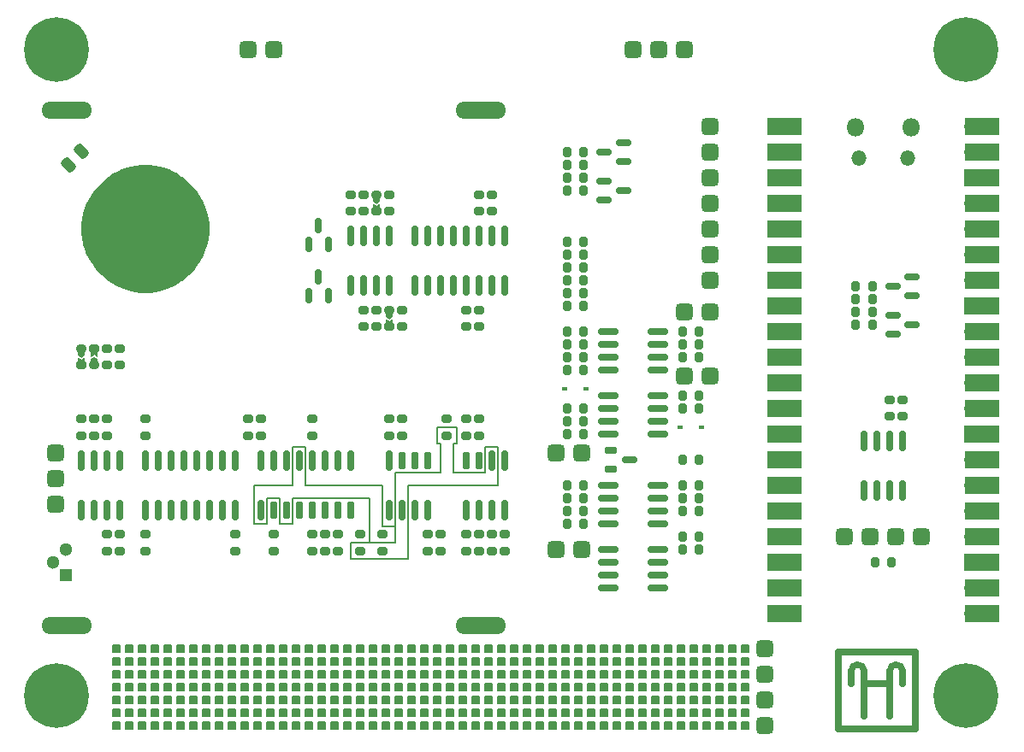
<source format=gbr>
%TF.GenerationSoftware,KiCad,Pcbnew,(6.0.0)*%
%TF.CreationDate,2022-04-27T01:02:19+05:30*%
%TF.ProjectId,Multislope 3I,4d756c74-6973-46c6-9f70-652033492e6b,rev?*%
%TF.SameCoordinates,Original*%
%TF.FileFunction,Soldermask,Top*%
%TF.FilePolarity,Negative*%
%FSLAX46Y46*%
G04 Gerber Fmt 4.6, Leading zero omitted, Abs format (unit mm)*
G04 Created by KiCad (PCBNEW (6.0.0)) date 2022-04-27 01:02:19*
%MOMM*%
%LPD*%
G01*
G04 APERTURE LIST*
G04 Aperture macros list*
%AMRoundRect*
0 Rectangle with rounded corners*
0 $1 Rounding radius*
0 $2 $3 $4 $5 $6 $7 $8 $9 X,Y pos of 4 corners*
0 Add a 4 corners polygon primitive as box body*
4,1,4,$2,$3,$4,$5,$6,$7,$8,$9,$2,$3,0*
0 Add four circle primitives for the rounded corners*
1,1,$1+$1,$2,$3*
1,1,$1+$1,$4,$5*
1,1,$1+$1,$6,$7*
1,1,$1+$1,$8,$9*
0 Add four rect primitives between the rounded corners*
20,1,$1+$1,$2,$3,$4,$5,0*
20,1,$1+$1,$4,$5,$6,$7,0*
20,1,$1+$1,$6,$7,$8,$9,0*
20,1,$1+$1,$8,$9,$2,$3,0*%
G04 Aperture macros list end*
%ADD10C,0.150000*%
%ADD11C,0.635000*%
%ADD12C,0.120000*%
%ADD13RoundRect,0.200000X0.200000X0.275000X-0.200000X0.275000X-0.200000X-0.275000X0.200000X-0.275000X0*%
%ADD14RoundRect,0.200000X0.275000X0.200000X-0.275000X0.200000X-0.275000X-0.200000X0.275000X-0.200000X0*%
%ADD15RoundRect,0.251969X0.223031X0.148031X-0.223031X0.148031X-0.223031X-0.148031X0.223031X-0.148031X0*%
%ADD16RoundRect,0.425000X0.425000X-0.425000X0.425000X0.425000X-0.425000X0.425000X-0.425000X-0.425000X0*%
%ADD17RoundRect,0.200000X-0.200000X-0.275000X0.200000X-0.275000X0.200000X0.275000X-0.200000X0.275000X0*%
%ADD18RoundRect,0.150000X0.150000X-0.825000X0.150000X0.825000X-0.150000X0.825000X-0.150000X-0.825000X0*%
%ADD19RoundRect,0.200000X0.275000X-0.200000X0.275000X0.200000X-0.275000X0.200000X-0.275000X-0.200000X0*%
%ADD20C,0.800000*%
%ADD21C,6.400000*%
%ADD22RoundRect,0.200000X-0.275000X0.200000X-0.275000X-0.200000X0.275000X-0.200000X0.275000X0.200000X0*%
%ADD23RoundRect,0.150000X0.587500X0.150000X-0.587500X0.150000X-0.587500X-0.150000X0.587500X-0.150000X0*%
%ADD24RoundRect,0.425000X-0.425000X0.425000X-0.425000X-0.425000X0.425000X-0.425000X0.425000X0.425000X0*%
%ADD25O,5.000000X1.700000*%
%ADD26RoundRect,0.200000X-0.275000X-0.200000X0.275000X-0.200000X0.275000X0.200000X-0.275000X0.200000X0*%
%ADD27RoundRect,0.251969X-0.223031X-0.148031X0.223031X-0.148031X0.223031X0.148031X-0.223031X0.148031X0*%
%ADD28RoundRect,0.150000X0.150000X-0.725000X0.150000X0.725000X-0.150000X0.725000X-0.150000X-0.725000X0*%
%ADD29R,0.600000X0.450000*%
%ADD30RoundRect,0.150000X-0.150000X0.825000X-0.150000X-0.825000X0.150000X-0.825000X0.150000X0.825000X0*%
%ADD31RoundRect,0.150000X-0.150000X0.725000X-0.150000X-0.725000X0.150000X-0.725000X0.150000X0.725000X0*%
%ADD32RoundRect,0.250000X-0.159099X0.512652X-0.512652X0.159099X0.159099X-0.512652X0.512652X-0.159099X0*%
%ADD33RoundRect,0.150000X0.150000X-0.587500X0.150000X0.587500X-0.150000X0.587500X-0.150000X-0.587500X0*%
%ADD34RoundRect,0.150000X-0.587500X-0.150000X0.587500X-0.150000X0.587500X0.150000X-0.587500X0.150000X0*%
%ADD35RoundRect,0.150000X-0.825000X-0.150000X0.825000X-0.150000X0.825000X0.150000X-0.825000X0.150000X0*%
%ADD36R,1.300000X1.300000*%
%ADD37C,1.300000*%
%ADD38O,1.500000X1.500000*%
%ADD39O,1.800000X1.800000*%
%ADD40R,3.500000X1.700000*%
%ADD41O,1.700000X1.700000*%
%ADD42R,1.700000X1.700000*%
%ADD43RoundRect,0.425000X-0.425000X-0.425000X0.425000X-0.425000X0.425000X0.425000X-0.425000X0.425000X0*%
%ADD44RoundRect,0.150000X-0.475000X-0.150000X0.475000X-0.150000X0.475000X0.150000X-0.475000X0.150000X0*%
%ADD45C,1.200000*%
G04 APERTURE END LIST*
D10*
X160020000Y-134620000D02*
X160655000Y-134620000D01*
X160655000Y-134620000D02*
X160655000Y-135255000D01*
X160655000Y-135255000D02*
X160020000Y-135255000D01*
X160020000Y-135255000D02*
X160020000Y-134620000D01*
G36*
X160020000Y-134620000D02*
G01*
X160655000Y-134620000D01*
X160655000Y-135255000D01*
X160020000Y-135255000D01*
X160020000Y-134620000D01*
G37*
X135572500Y-105410000D02*
X133667500Y-105410000D01*
X120650000Y-130810000D02*
X121285000Y-130810000D01*
X121285000Y-130810000D02*
X121285000Y-131445000D01*
X121285000Y-131445000D02*
X120650000Y-131445000D01*
X120650000Y-131445000D02*
X120650000Y-130810000D01*
G36*
X120650000Y-130810000D02*
G01*
X121285000Y-130810000D01*
X121285000Y-131445000D01*
X120650000Y-131445000D01*
X120650000Y-130810000D01*
G37*
X138430000Y-130810000D02*
X139065000Y-130810000D01*
X139065000Y-130810000D02*
X139065000Y-131445000D01*
X139065000Y-131445000D02*
X138430000Y-131445000D01*
X138430000Y-131445000D02*
X138430000Y-130810000D01*
G36*
X138430000Y-130810000D02*
G01*
X139065000Y-130810000D01*
X139065000Y-131445000D01*
X138430000Y-131445000D01*
X138430000Y-130810000D01*
G37*
X113030000Y-129540000D02*
X113665000Y-129540000D01*
X113665000Y-129540000D02*
X113665000Y-130175000D01*
X113665000Y-130175000D02*
X113030000Y-130175000D01*
X113030000Y-130175000D02*
X113030000Y-129540000D01*
G36*
X113030000Y-129540000D02*
G01*
X113665000Y-129540000D01*
X113665000Y-130175000D01*
X113030000Y-130175000D01*
X113030000Y-129540000D01*
G37*
X124460000Y-128270000D02*
X125095000Y-128270000D01*
X125095000Y-128270000D02*
X125095000Y-128905000D01*
X125095000Y-128905000D02*
X124460000Y-128905000D01*
X124460000Y-128905000D02*
X124460000Y-128270000D01*
G36*
X124460000Y-128270000D02*
G01*
X125095000Y-128270000D01*
X125095000Y-128905000D01*
X124460000Y-128905000D01*
X124460000Y-128270000D01*
G37*
X142240000Y-134620000D02*
X142875000Y-134620000D01*
X142875000Y-134620000D02*
X142875000Y-135255000D01*
X142875000Y-135255000D02*
X142240000Y-135255000D01*
X142240000Y-135255000D02*
X142240000Y-134620000D01*
G36*
X142240000Y-134620000D02*
G01*
X142875000Y-134620000D01*
X142875000Y-135255000D01*
X142240000Y-135255000D01*
X142240000Y-134620000D01*
G37*
X163830000Y-128270000D02*
X164465000Y-128270000D01*
X164465000Y-128270000D02*
X164465000Y-128905000D01*
X164465000Y-128905000D02*
X163830000Y-128905000D01*
X163830000Y-128905000D02*
X163830000Y-128270000D01*
G36*
X163830000Y-128270000D02*
G01*
X164465000Y-128270000D01*
X164465000Y-128905000D01*
X163830000Y-128905000D01*
X163830000Y-128270000D01*
G37*
X154940000Y-127000000D02*
X155575000Y-127000000D01*
X155575000Y-127000000D02*
X155575000Y-127635000D01*
X155575000Y-127635000D02*
X154940000Y-127635000D01*
X154940000Y-127635000D02*
X154940000Y-127000000D01*
G36*
X154940000Y-127000000D02*
G01*
X155575000Y-127000000D01*
X155575000Y-127635000D01*
X154940000Y-127635000D01*
X154940000Y-127000000D01*
G37*
X124460000Y-127000000D02*
X125095000Y-127000000D01*
X125095000Y-127000000D02*
X125095000Y-127635000D01*
X125095000Y-127635000D02*
X124460000Y-127635000D01*
X124460000Y-127635000D02*
X124460000Y-127000000D01*
G36*
X124460000Y-127000000D02*
G01*
X125095000Y-127000000D01*
X125095000Y-127635000D01*
X124460000Y-127635000D01*
X124460000Y-127000000D01*
G37*
X116840000Y-114935000D02*
X115570000Y-114935000D01*
X120650000Y-133350000D02*
X121285000Y-133350000D01*
X121285000Y-133350000D02*
X121285000Y-133985000D01*
X121285000Y-133985000D02*
X120650000Y-133985000D01*
X120650000Y-133985000D02*
X120650000Y-133350000D01*
G36*
X120650000Y-133350000D02*
G01*
X121285000Y-133350000D01*
X121285000Y-133985000D01*
X120650000Y-133985000D01*
X120650000Y-133350000D01*
G37*
X161290000Y-129540000D02*
X161925000Y-129540000D01*
X161925000Y-129540000D02*
X161925000Y-130175000D01*
X161925000Y-130175000D02*
X161290000Y-130175000D01*
X161290000Y-130175000D02*
X161290000Y-129540000D01*
G36*
X161290000Y-129540000D02*
G01*
X161925000Y-129540000D01*
X161925000Y-130175000D01*
X161290000Y-130175000D01*
X161290000Y-129540000D01*
G37*
X113030000Y-128270000D02*
X113665000Y-128270000D01*
X113665000Y-128270000D02*
X113665000Y-128905000D01*
X113665000Y-128905000D02*
X113030000Y-128905000D01*
X113030000Y-128905000D02*
X113030000Y-128270000D01*
G36*
X113030000Y-128270000D02*
G01*
X113665000Y-128270000D01*
X113665000Y-128905000D01*
X113030000Y-128905000D01*
X113030000Y-128270000D01*
G37*
X156210000Y-134620000D02*
X156845000Y-134620000D01*
X156845000Y-134620000D02*
X156845000Y-135255000D01*
X156845000Y-135255000D02*
X156210000Y-135255000D01*
X156210000Y-135255000D02*
X156210000Y-134620000D01*
G36*
X156210000Y-134620000D02*
G01*
X156845000Y-134620000D01*
X156845000Y-135255000D01*
X156210000Y-135255000D01*
X156210000Y-134620000D01*
G37*
X148590000Y-134620000D02*
X149225000Y-134620000D01*
X149225000Y-134620000D02*
X149225000Y-135255000D01*
X149225000Y-135255000D02*
X148590000Y-135255000D01*
X148590000Y-135255000D02*
X148590000Y-134620000D01*
G36*
X148590000Y-134620000D02*
G01*
X149225000Y-134620000D01*
X149225000Y-135255000D01*
X148590000Y-135255000D01*
X148590000Y-134620000D01*
G37*
X104140000Y-128270000D02*
X104775000Y-128270000D01*
X104775000Y-128270000D02*
X104775000Y-128905000D01*
X104775000Y-128905000D02*
X104140000Y-128905000D01*
X104140000Y-128905000D02*
X104140000Y-128270000D01*
G36*
X104140000Y-128270000D02*
G01*
X104775000Y-128270000D01*
X104775000Y-128905000D01*
X104140000Y-128905000D01*
X104140000Y-128270000D01*
G37*
X104140000Y-130810000D02*
X104775000Y-130810000D01*
X104775000Y-130810000D02*
X104775000Y-131445000D01*
X104775000Y-131445000D02*
X104140000Y-131445000D01*
X104140000Y-131445000D02*
X104140000Y-130810000D01*
G36*
X104140000Y-130810000D02*
G01*
X104775000Y-130810000D01*
X104775000Y-131445000D01*
X104140000Y-131445000D01*
X104140000Y-130810000D01*
G37*
X144780000Y-134620000D02*
X145415000Y-134620000D01*
X145415000Y-134620000D02*
X145415000Y-135255000D01*
X145415000Y-135255000D02*
X144780000Y-135255000D01*
X144780000Y-135255000D02*
X144780000Y-134620000D01*
G36*
X144780000Y-134620000D02*
G01*
X145415000Y-134620000D01*
X145415000Y-135255000D01*
X144780000Y-135255000D01*
X144780000Y-134620000D01*
G37*
X132080000Y-133350000D02*
X132715000Y-133350000D01*
X132715000Y-133350000D02*
X132715000Y-133985000D01*
X132715000Y-133985000D02*
X132080000Y-133985000D01*
X132080000Y-133985000D02*
X132080000Y-133350000D01*
G36*
X132080000Y-133350000D02*
G01*
X132715000Y-133350000D01*
X132715000Y-133985000D01*
X132080000Y-133985000D01*
X132080000Y-133350000D01*
G37*
X146050000Y-134620000D02*
X146685000Y-134620000D01*
X146685000Y-134620000D02*
X146685000Y-135255000D01*
X146685000Y-135255000D02*
X146050000Y-135255000D01*
X146050000Y-135255000D02*
X146050000Y-134620000D01*
G36*
X146050000Y-134620000D02*
G01*
X146685000Y-134620000D01*
X146685000Y-135255000D01*
X146050000Y-135255000D01*
X146050000Y-134620000D01*
G37*
X134620000Y-128270000D02*
X135255000Y-128270000D01*
X135255000Y-128270000D02*
X135255000Y-128905000D01*
X135255000Y-128905000D02*
X134620000Y-128905000D01*
X134620000Y-128905000D02*
X134620000Y-128270000D01*
G36*
X134620000Y-128270000D02*
G01*
X135255000Y-128270000D01*
X135255000Y-128905000D01*
X134620000Y-128905000D01*
X134620000Y-128270000D01*
G37*
X143510000Y-128270000D02*
X144145000Y-128270000D01*
X144145000Y-128270000D02*
X144145000Y-128905000D01*
X144145000Y-128905000D02*
X143510000Y-128905000D01*
X143510000Y-128905000D02*
X143510000Y-128270000D01*
G36*
X143510000Y-128270000D02*
G01*
X144145000Y-128270000D01*
X144145000Y-128905000D01*
X143510000Y-128905000D01*
X143510000Y-128270000D01*
G37*
X121920000Y-132080000D02*
X122555000Y-132080000D01*
X122555000Y-132080000D02*
X122555000Y-132715000D01*
X122555000Y-132715000D02*
X121920000Y-132715000D01*
X121920000Y-132715000D02*
X121920000Y-132080000D01*
G36*
X121920000Y-132080000D02*
G01*
X122555000Y-132080000D01*
X122555000Y-132715000D01*
X121920000Y-132715000D01*
X121920000Y-132080000D01*
G37*
X149860000Y-134620000D02*
X150495000Y-134620000D01*
X150495000Y-134620000D02*
X150495000Y-135255000D01*
X150495000Y-135255000D02*
X149860000Y-135255000D01*
X149860000Y-135255000D02*
X149860000Y-134620000D01*
G36*
X149860000Y-134620000D02*
G01*
X150495000Y-134620000D01*
X150495000Y-135255000D01*
X149860000Y-135255000D01*
X149860000Y-134620000D01*
G37*
X140970000Y-132080000D02*
X141605000Y-132080000D01*
X141605000Y-132080000D02*
X141605000Y-132715000D01*
X141605000Y-132715000D02*
X140970000Y-132715000D01*
X140970000Y-132715000D02*
X140970000Y-132080000D01*
G36*
X140970000Y-132080000D02*
G01*
X141605000Y-132080000D01*
X141605000Y-132715000D01*
X140970000Y-132715000D01*
X140970000Y-132080000D01*
G37*
X130810000Y-134620000D02*
X131445000Y-134620000D01*
X131445000Y-134620000D02*
X131445000Y-135255000D01*
X131445000Y-135255000D02*
X130810000Y-135255000D01*
X130810000Y-135255000D02*
X130810000Y-134620000D01*
G36*
X130810000Y-134620000D02*
G01*
X131445000Y-134620000D01*
X131445000Y-135255000D01*
X130810000Y-135255000D01*
X130810000Y-134620000D01*
G37*
X106680000Y-127000000D02*
X107315000Y-127000000D01*
X107315000Y-127000000D02*
X107315000Y-127635000D01*
X107315000Y-127635000D02*
X106680000Y-127635000D01*
X106680000Y-127635000D02*
X106680000Y-127000000D01*
G36*
X106680000Y-127000000D02*
G01*
X107315000Y-127000000D01*
X107315000Y-127635000D01*
X106680000Y-127635000D01*
X106680000Y-127000000D01*
G37*
X109220000Y-132080000D02*
X109855000Y-132080000D01*
X109855000Y-132080000D02*
X109855000Y-132715000D01*
X109855000Y-132715000D02*
X109220000Y-132715000D01*
X109220000Y-132715000D02*
X109220000Y-132080000D01*
G36*
X109220000Y-132080000D02*
G01*
X109855000Y-132080000D01*
X109855000Y-132715000D01*
X109220000Y-132715000D01*
X109220000Y-132080000D01*
G37*
X135890000Y-128270000D02*
X136525000Y-128270000D01*
X136525000Y-128270000D02*
X136525000Y-128905000D01*
X136525000Y-128905000D02*
X135890000Y-128905000D01*
X135890000Y-128905000D02*
X135890000Y-128270000D01*
G36*
X135890000Y-128270000D02*
G01*
X136525000Y-128270000D01*
X136525000Y-128905000D01*
X135890000Y-128905000D01*
X135890000Y-128270000D01*
G37*
X109220000Y-133350000D02*
X109855000Y-133350000D01*
X109855000Y-133350000D02*
X109855000Y-133985000D01*
X109855000Y-133985000D02*
X109220000Y-133985000D01*
X109220000Y-133985000D02*
X109220000Y-133350000D01*
G36*
X109220000Y-133350000D02*
G01*
X109855000Y-133350000D01*
X109855000Y-133985000D01*
X109220000Y-133985000D01*
X109220000Y-133350000D01*
G37*
X139700000Y-129540000D02*
X140335000Y-129540000D01*
X140335000Y-129540000D02*
X140335000Y-130175000D01*
X140335000Y-130175000D02*
X139700000Y-130175000D01*
X139700000Y-130175000D02*
X139700000Y-129540000D01*
G36*
X139700000Y-129540000D02*
G01*
X140335000Y-129540000D01*
X140335000Y-130175000D01*
X139700000Y-130175000D01*
X139700000Y-129540000D01*
G37*
X133667500Y-105410000D02*
X133667500Y-106997500D01*
D11*
X179705000Y-129540000D02*
G75*
G03*
X178435000Y-129540000I-635000J0D01*
G01*
D10*
X146050000Y-130810000D02*
X146685000Y-130810000D01*
X146685000Y-130810000D02*
X146685000Y-131445000D01*
X146685000Y-131445000D02*
X146050000Y-131445000D01*
X146050000Y-131445000D02*
X146050000Y-130810000D01*
G36*
X146050000Y-130810000D02*
G01*
X146685000Y-130810000D01*
X146685000Y-131445000D01*
X146050000Y-131445000D01*
X146050000Y-130810000D01*
G37*
X153670000Y-128270000D02*
X154305000Y-128270000D01*
X154305000Y-128270000D02*
X154305000Y-128905000D01*
X154305000Y-128905000D02*
X153670000Y-128905000D01*
X153670000Y-128905000D02*
X153670000Y-128270000D01*
G36*
X153670000Y-128270000D02*
G01*
X154305000Y-128270000D01*
X154305000Y-128905000D01*
X153670000Y-128905000D01*
X153670000Y-128270000D01*
G37*
X143510000Y-127000000D02*
X144145000Y-127000000D01*
X144145000Y-127000000D02*
X144145000Y-127635000D01*
X144145000Y-127635000D02*
X143510000Y-127635000D01*
X143510000Y-127635000D02*
X143510000Y-127000000D01*
G36*
X143510000Y-127000000D02*
G01*
X144145000Y-127000000D01*
X144145000Y-127635000D01*
X143510000Y-127635000D01*
X143510000Y-127000000D01*
G37*
D11*
X175895000Y-129540000D02*
G75*
G03*
X174625000Y-129540000I-635000J0D01*
G01*
D10*
X144780000Y-129540000D02*
X145415000Y-129540000D01*
X145415000Y-129540000D02*
X145415000Y-130175000D01*
X145415000Y-130175000D02*
X144780000Y-130175000D01*
X144780000Y-130175000D02*
X144780000Y-129540000D01*
G36*
X144780000Y-129540000D02*
G01*
X145415000Y-129540000D01*
X145415000Y-130175000D01*
X144780000Y-130175000D01*
X144780000Y-129540000D01*
G37*
X156210000Y-129540000D02*
X156845000Y-129540000D01*
X156845000Y-129540000D02*
X156845000Y-130175000D01*
X156845000Y-130175000D02*
X156210000Y-130175000D01*
X156210000Y-130175000D02*
X156210000Y-129540000D01*
G36*
X156210000Y-129540000D02*
G01*
X156845000Y-129540000D01*
X156845000Y-130175000D01*
X156210000Y-130175000D01*
X156210000Y-129540000D01*
G37*
X156210000Y-133350000D02*
X156845000Y-133350000D01*
X156845000Y-133350000D02*
X156845000Y-133985000D01*
X156845000Y-133985000D02*
X156210000Y-133985000D01*
X156210000Y-133985000D02*
X156210000Y-133350000D01*
G36*
X156210000Y-133350000D02*
G01*
X156845000Y-133350000D01*
X156845000Y-133985000D01*
X156210000Y-133985000D01*
X156210000Y-133350000D01*
G37*
X123190000Y-133350000D02*
X123825000Y-133350000D01*
X123825000Y-133350000D02*
X123825000Y-133985000D01*
X123825000Y-133985000D02*
X123190000Y-133985000D01*
X123190000Y-133985000D02*
X123190000Y-133350000D01*
G36*
X123190000Y-133350000D02*
G01*
X123825000Y-133350000D01*
X123825000Y-133985000D01*
X123190000Y-133985000D01*
X123190000Y-133350000D01*
G37*
X146050000Y-133350000D02*
X146685000Y-133350000D01*
X146685000Y-133350000D02*
X146685000Y-133985000D01*
X146685000Y-133985000D02*
X146050000Y-133985000D01*
X146050000Y-133985000D02*
X146050000Y-133350000D01*
G36*
X146050000Y-133350000D02*
G01*
X146685000Y-133350000D01*
X146685000Y-133985000D01*
X146050000Y-133985000D01*
X146050000Y-133350000D01*
G37*
X157480000Y-133350000D02*
X158115000Y-133350000D01*
X158115000Y-133350000D02*
X158115000Y-133985000D01*
X158115000Y-133985000D02*
X157480000Y-133985000D01*
X157480000Y-133985000D02*
X157480000Y-133350000D01*
G36*
X157480000Y-133350000D02*
G01*
X158115000Y-133350000D01*
X158115000Y-133985000D01*
X157480000Y-133985000D01*
X157480000Y-133350000D01*
G37*
X156210000Y-132080000D02*
X156845000Y-132080000D01*
X156845000Y-132080000D02*
X156845000Y-132715000D01*
X156845000Y-132715000D02*
X156210000Y-132715000D01*
X156210000Y-132715000D02*
X156210000Y-132080000D01*
G36*
X156210000Y-132080000D02*
G01*
X156845000Y-132080000D01*
X156845000Y-132715000D01*
X156210000Y-132715000D01*
X156210000Y-132080000D01*
G37*
X140970000Y-127000000D02*
X141605000Y-127000000D01*
X141605000Y-127000000D02*
X141605000Y-127635000D01*
X141605000Y-127635000D02*
X140970000Y-127635000D01*
X140970000Y-127635000D02*
X140970000Y-127000000D01*
G36*
X140970000Y-127000000D02*
G01*
X141605000Y-127000000D01*
X141605000Y-127635000D01*
X140970000Y-127635000D01*
X140970000Y-127000000D01*
G37*
X107950000Y-129540000D02*
X108585000Y-129540000D01*
X108585000Y-129540000D02*
X108585000Y-130175000D01*
X108585000Y-130175000D02*
X107950000Y-130175000D01*
X107950000Y-130175000D02*
X107950000Y-129540000D01*
G36*
X107950000Y-129540000D02*
G01*
X108585000Y-129540000D01*
X108585000Y-130175000D01*
X107950000Y-130175000D01*
X107950000Y-129540000D01*
G37*
X102870000Y-133350000D02*
X103505000Y-133350000D01*
X103505000Y-133350000D02*
X103505000Y-133985000D01*
X103505000Y-133985000D02*
X102870000Y-133985000D01*
X102870000Y-133985000D02*
X102870000Y-133350000D01*
G36*
X102870000Y-133350000D02*
G01*
X103505000Y-133350000D01*
X103505000Y-133985000D01*
X102870000Y-133985000D01*
X102870000Y-133350000D01*
G37*
X129540000Y-130810000D02*
X130175000Y-130810000D01*
X130175000Y-130810000D02*
X130175000Y-131445000D01*
X130175000Y-131445000D02*
X129540000Y-131445000D01*
X129540000Y-131445000D02*
X129540000Y-130810000D01*
G36*
X129540000Y-130810000D02*
G01*
X130175000Y-130810000D01*
X130175000Y-131445000D01*
X129540000Y-131445000D01*
X129540000Y-130810000D01*
G37*
X104140000Y-132080000D02*
X104775000Y-132080000D01*
X104775000Y-132080000D02*
X104775000Y-132715000D01*
X104775000Y-132715000D02*
X104140000Y-132715000D01*
X104140000Y-132715000D02*
X104140000Y-132080000D01*
G36*
X104140000Y-132080000D02*
G01*
X104775000Y-132080000D01*
X104775000Y-132715000D01*
X104140000Y-132715000D01*
X104140000Y-132080000D01*
G37*
X107950000Y-130810000D02*
X108585000Y-130810000D01*
X108585000Y-130810000D02*
X108585000Y-131445000D01*
X108585000Y-131445000D02*
X107950000Y-131445000D01*
X107950000Y-131445000D02*
X107950000Y-130810000D01*
G36*
X107950000Y-130810000D02*
G01*
X108585000Y-130810000D01*
X108585000Y-131445000D01*
X107950000Y-131445000D01*
X107950000Y-130810000D01*
G37*
X147320000Y-130810000D02*
X147955000Y-130810000D01*
X147955000Y-130810000D02*
X147955000Y-131445000D01*
X147955000Y-131445000D02*
X147320000Y-131445000D01*
X147320000Y-131445000D02*
X147320000Y-130810000D01*
G36*
X147320000Y-130810000D02*
G01*
X147955000Y-130810000D01*
X147955000Y-131445000D01*
X147320000Y-131445000D01*
X147320000Y-130810000D01*
G37*
X153670000Y-133350000D02*
X154305000Y-133350000D01*
X154305000Y-133350000D02*
X154305000Y-133985000D01*
X154305000Y-133985000D02*
X153670000Y-133985000D01*
X153670000Y-133985000D02*
X153670000Y-133350000D01*
G36*
X153670000Y-133350000D02*
G01*
X154305000Y-133350000D01*
X154305000Y-133985000D01*
X153670000Y-133985000D01*
X153670000Y-133350000D01*
G37*
X128270000Y-115252500D02*
X128270000Y-111125000D01*
X109220000Y-129540000D02*
X109855000Y-129540000D01*
X109855000Y-129540000D02*
X109855000Y-130175000D01*
X109855000Y-130175000D02*
X109220000Y-130175000D01*
X109220000Y-130175000D02*
X109220000Y-129540000D01*
G36*
X109220000Y-129540000D02*
G01*
X109855000Y-129540000D01*
X109855000Y-130175000D01*
X109220000Y-130175000D01*
X109220000Y-129540000D01*
G37*
X114300000Y-134620000D02*
X114935000Y-134620000D01*
X114935000Y-134620000D02*
X114935000Y-135255000D01*
X114935000Y-135255000D02*
X114300000Y-135255000D01*
X114300000Y-135255000D02*
X114300000Y-134620000D01*
G36*
X114300000Y-134620000D02*
G01*
X114935000Y-134620000D01*
X114935000Y-135255000D01*
X114300000Y-135255000D01*
X114300000Y-134620000D01*
G37*
X125730000Y-129540000D02*
X126365000Y-129540000D01*
X126365000Y-129540000D02*
X126365000Y-130175000D01*
X126365000Y-130175000D02*
X125730000Y-130175000D01*
X125730000Y-130175000D02*
X125730000Y-129540000D01*
G36*
X125730000Y-129540000D02*
G01*
X126365000Y-129540000D01*
X126365000Y-130175000D01*
X125730000Y-130175000D01*
X125730000Y-129540000D01*
G37*
X138430000Y-128270000D02*
X139065000Y-128270000D01*
X139065000Y-128270000D02*
X139065000Y-128905000D01*
X139065000Y-128905000D02*
X138430000Y-128905000D01*
X138430000Y-128905000D02*
X138430000Y-128270000D01*
G36*
X138430000Y-128270000D02*
G01*
X139065000Y-128270000D01*
X139065000Y-128905000D01*
X138430000Y-128905000D01*
X138430000Y-128270000D01*
G37*
X139700000Y-134620000D02*
X140335000Y-134620000D01*
X140335000Y-134620000D02*
X140335000Y-135255000D01*
X140335000Y-135255000D02*
X139700000Y-135255000D01*
X139700000Y-135255000D02*
X139700000Y-134620000D01*
G36*
X139700000Y-134620000D02*
G01*
X140335000Y-134620000D01*
X140335000Y-135255000D01*
X139700000Y-135255000D01*
X139700000Y-134620000D01*
G37*
X118110000Y-130810000D02*
X118745000Y-130810000D01*
X118745000Y-130810000D02*
X118745000Y-131445000D01*
X118745000Y-131445000D02*
X118110000Y-131445000D01*
X118110000Y-131445000D02*
X118110000Y-130810000D01*
G36*
X118110000Y-130810000D02*
G01*
X118745000Y-130810000D01*
X118745000Y-131445000D01*
X118110000Y-131445000D01*
X118110000Y-130810000D01*
G37*
X114300000Y-133350000D02*
X114935000Y-133350000D01*
X114935000Y-133350000D02*
X114935000Y-133985000D01*
X114935000Y-133985000D02*
X114300000Y-133985000D01*
X114300000Y-133985000D02*
X114300000Y-133350000D01*
G36*
X114300000Y-133350000D02*
G01*
X114935000Y-133350000D01*
X114935000Y-133985000D01*
X114300000Y-133985000D01*
X114300000Y-133350000D01*
G37*
X135890000Y-130810000D02*
X136525000Y-130810000D01*
X136525000Y-130810000D02*
X136525000Y-131445000D01*
X136525000Y-131445000D02*
X135890000Y-131445000D01*
X135890000Y-131445000D02*
X135890000Y-130810000D01*
G36*
X135890000Y-130810000D02*
G01*
X136525000Y-130810000D01*
X136525000Y-131445000D01*
X135890000Y-131445000D01*
X135890000Y-130810000D01*
G37*
X138430000Y-127000000D02*
X139065000Y-127000000D01*
X139065000Y-127000000D02*
X139065000Y-127635000D01*
X139065000Y-127635000D02*
X138430000Y-127635000D01*
X138430000Y-127635000D02*
X138430000Y-127000000D01*
G36*
X138430000Y-127000000D02*
G01*
X139065000Y-127000000D01*
X139065000Y-127635000D01*
X138430000Y-127635000D01*
X138430000Y-127000000D01*
G37*
X151130000Y-127000000D02*
X151765000Y-127000000D01*
X151765000Y-127000000D02*
X151765000Y-127635000D01*
X151765000Y-127635000D02*
X151130000Y-127635000D01*
X151130000Y-127635000D02*
X151130000Y-127000000D01*
G36*
X151130000Y-127000000D02*
G01*
X151765000Y-127000000D01*
X151765000Y-127635000D01*
X151130000Y-127635000D01*
X151130000Y-127000000D01*
G37*
D11*
X173355000Y-127635000D02*
X173355000Y-135255000D01*
D10*
X137160000Y-133350000D02*
X137795000Y-133350000D01*
X137795000Y-133350000D02*
X137795000Y-133985000D01*
X137795000Y-133985000D02*
X137160000Y-133985000D01*
X137160000Y-133985000D02*
X137160000Y-133350000D01*
G36*
X137160000Y-133350000D02*
G01*
X137795000Y-133350000D01*
X137795000Y-133985000D01*
X137160000Y-133985000D01*
X137160000Y-133350000D01*
G37*
X148590000Y-129540000D02*
X149225000Y-129540000D01*
X149225000Y-129540000D02*
X149225000Y-130175000D01*
X149225000Y-130175000D02*
X148590000Y-130175000D01*
X148590000Y-130175000D02*
X148590000Y-129540000D01*
G36*
X148590000Y-129540000D02*
G01*
X149225000Y-129540000D01*
X149225000Y-130175000D01*
X148590000Y-130175000D01*
X148590000Y-129540000D01*
G37*
X114300000Y-127000000D02*
X114935000Y-127000000D01*
X114935000Y-127000000D02*
X114935000Y-127635000D01*
X114935000Y-127635000D02*
X114300000Y-127635000D01*
X114300000Y-127635000D02*
X114300000Y-127000000D01*
G36*
X114300000Y-127000000D02*
G01*
X114935000Y-127000000D01*
X114935000Y-127635000D01*
X114300000Y-127635000D01*
X114300000Y-127000000D01*
G37*
X129540000Y-114935000D02*
X129540000Y-116840000D01*
X140970000Y-133350000D02*
X141605000Y-133350000D01*
X141605000Y-133350000D02*
X141605000Y-133985000D01*
X141605000Y-133985000D02*
X140970000Y-133985000D01*
X140970000Y-133985000D02*
X140970000Y-133350000D01*
G36*
X140970000Y-133350000D02*
G01*
X141605000Y-133350000D01*
X141605000Y-133985000D01*
X140970000Y-133985000D01*
X140970000Y-133350000D01*
G37*
D11*
X180975000Y-135255000D02*
X180975000Y-127635000D01*
D10*
X139700000Y-107315000D02*
X139700000Y-111125000D01*
X151130000Y-128270000D02*
X151765000Y-128270000D01*
X151765000Y-128270000D02*
X151765000Y-128905000D01*
X151765000Y-128905000D02*
X151130000Y-128905000D01*
X151130000Y-128905000D02*
X151130000Y-128270000D01*
G36*
X151130000Y-128270000D02*
G01*
X151765000Y-128270000D01*
X151765000Y-128905000D01*
X151130000Y-128905000D01*
X151130000Y-128270000D01*
G37*
X116840000Y-127000000D02*
X117475000Y-127000000D01*
X117475000Y-127000000D02*
X117475000Y-127635000D01*
X117475000Y-127635000D02*
X116840000Y-127635000D01*
X116840000Y-127635000D02*
X116840000Y-127000000D01*
G36*
X116840000Y-127000000D02*
G01*
X117475000Y-127000000D01*
X117475000Y-127635000D01*
X116840000Y-127635000D01*
X116840000Y-127000000D01*
G37*
X109220000Y-128270000D02*
X109855000Y-128270000D01*
X109855000Y-128270000D02*
X109855000Y-128905000D01*
X109855000Y-128905000D02*
X109220000Y-128905000D01*
X109220000Y-128905000D02*
X109220000Y-128270000D01*
G36*
X109220000Y-128270000D02*
G01*
X109855000Y-128270000D01*
X109855000Y-128905000D01*
X109220000Y-128905000D01*
X109220000Y-128270000D01*
G37*
X102870000Y-127000000D02*
X103505000Y-127000000D01*
X103505000Y-127000000D02*
X103505000Y-127635000D01*
X103505000Y-127635000D02*
X102870000Y-127635000D01*
X102870000Y-127635000D02*
X102870000Y-127000000D01*
G36*
X102870000Y-127000000D02*
G01*
X103505000Y-127000000D01*
X103505000Y-127635000D01*
X102870000Y-127635000D01*
X102870000Y-127000000D01*
G37*
X115570000Y-133350000D02*
X116205000Y-133350000D01*
X116205000Y-133350000D02*
X116205000Y-133985000D01*
X116205000Y-133985000D02*
X115570000Y-133985000D01*
X115570000Y-133985000D02*
X115570000Y-133350000D01*
G36*
X115570000Y-133350000D02*
G01*
X116205000Y-133350000D01*
X116205000Y-133985000D01*
X115570000Y-133985000D01*
X115570000Y-133350000D01*
G37*
X161290000Y-127000000D02*
X161925000Y-127000000D01*
X161925000Y-127000000D02*
X161925000Y-127635000D01*
X161925000Y-127635000D02*
X161290000Y-127635000D01*
X161290000Y-127635000D02*
X161290000Y-127000000D01*
G36*
X161290000Y-127000000D02*
G01*
X161925000Y-127000000D01*
X161925000Y-127635000D01*
X161290000Y-127635000D01*
X161290000Y-127000000D01*
G37*
X104140000Y-127000000D02*
X104775000Y-127000000D01*
X104775000Y-127000000D02*
X104775000Y-127635000D01*
X104775000Y-127635000D02*
X104140000Y-127635000D01*
X104140000Y-127635000D02*
X104140000Y-127000000D01*
G36*
X104140000Y-127000000D02*
G01*
X104775000Y-127000000D01*
X104775000Y-127635000D01*
X104140000Y-127635000D01*
X104140000Y-127000000D01*
G37*
X102870000Y-128270000D02*
X103505000Y-128270000D01*
X103505000Y-128270000D02*
X103505000Y-128905000D01*
X103505000Y-128905000D02*
X102870000Y-128905000D01*
X102870000Y-128905000D02*
X102870000Y-128270000D01*
G36*
X102870000Y-128270000D02*
G01*
X103505000Y-128270000D01*
X103505000Y-128905000D01*
X102870000Y-128905000D01*
X102870000Y-128270000D01*
G37*
X152400000Y-133350000D02*
X153035000Y-133350000D01*
X153035000Y-133350000D02*
X153035000Y-133985000D01*
X153035000Y-133985000D02*
X152400000Y-133985000D01*
X152400000Y-133985000D02*
X152400000Y-133350000D01*
G36*
X152400000Y-133350000D02*
G01*
X153035000Y-133350000D01*
X153035000Y-133985000D01*
X152400000Y-133985000D01*
X152400000Y-133350000D01*
G37*
X120650000Y-127000000D02*
X121285000Y-127000000D01*
X121285000Y-127000000D02*
X121285000Y-127635000D01*
X121285000Y-127635000D02*
X120650000Y-127635000D01*
X120650000Y-127635000D02*
X120650000Y-127000000D01*
G36*
X120650000Y-127000000D02*
G01*
X121285000Y-127000000D01*
X121285000Y-127635000D01*
X120650000Y-127635000D01*
X120650000Y-127000000D01*
G37*
X137160000Y-129540000D02*
X137795000Y-129540000D01*
X137795000Y-129540000D02*
X137795000Y-130175000D01*
X137795000Y-130175000D02*
X137160000Y-130175000D01*
X137160000Y-130175000D02*
X137160000Y-129540000D01*
G36*
X137160000Y-129540000D02*
G01*
X137795000Y-129540000D01*
X137795000Y-130175000D01*
X137160000Y-130175000D01*
X137160000Y-129540000D01*
G37*
D11*
X174625000Y-130810000D02*
X174625000Y-129540000D01*
D10*
X151130000Y-133350000D02*
X151765000Y-133350000D01*
X151765000Y-133350000D02*
X151765000Y-133985000D01*
X151765000Y-133985000D02*
X151130000Y-133985000D01*
X151130000Y-133985000D02*
X151130000Y-133350000D01*
G36*
X151130000Y-133350000D02*
G01*
X151765000Y-133350000D01*
X151765000Y-133985000D01*
X151130000Y-133985000D01*
X151130000Y-133350000D01*
G37*
X149860000Y-133350000D02*
X150495000Y-133350000D01*
X150495000Y-133350000D02*
X150495000Y-133985000D01*
X150495000Y-133985000D02*
X149860000Y-133985000D01*
X149860000Y-133985000D02*
X149860000Y-133350000D01*
G36*
X149860000Y-133350000D02*
G01*
X150495000Y-133350000D01*
X150495000Y-133985000D01*
X149860000Y-133985000D01*
X149860000Y-133350000D01*
G37*
X107950000Y-133350000D02*
X108585000Y-133350000D01*
X108585000Y-133350000D02*
X108585000Y-133985000D01*
X108585000Y-133985000D02*
X107950000Y-133985000D01*
X107950000Y-133985000D02*
X107950000Y-133350000D01*
G36*
X107950000Y-133350000D02*
G01*
X108585000Y-133350000D01*
X108585000Y-133985000D01*
X107950000Y-133985000D01*
X107950000Y-133350000D01*
G37*
D11*
X173355000Y-135255000D02*
X180975000Y-135255000D01*
D10*
X123190000Y-127000000D02*
X123825000Y-127000000D01*
X123825000Y-127000000D02*
X123825000Y-127635000D01*
X123825000Y-127635000D02*
X123190000Y-127635000D01*
X123190000Y-127635000D02*
X123190000Y-127000000D01*
G36*
X123190000Y-127000000D02*
G01*
X123825000Y-127000000D01*
X123825000Y-127635000D01*
X123190000Y-127635000D01*
X123190000Y-127000000D01*
G37*
X160020000Y-130810000D02*
X160655000Y-130810000D01*
X160655000Y-130810000D02*
X160655000Y-131445000D01*
X160655000Y-131445000D02*
X160020000Y-131445000D01*
X160020000Y-131445000D02*
X160020000Y-130810000D01*
G36*
X160020000Y-130810000D02*
G01*
X160655000Y-130810000D01*
X160655000Y-131445000D01*
X160020000Y-131445000D01*
X160020000Y-130810000D01*
G37*
X102870000Y-129540000D02*
X103505000Y-129540000D01*
X103505000Y-129540000D02*
X103505000Y-130175000D01*
X103505000Y-130175000D02*
X102870000Y-130175000D01*
X102870000Y-130175000D02*
X102870000Y-129540000D01*
G36*
X102870000Y-129540000D02*
G01*
X103505000Y-129540000D01*
X103505000Y-130175000D01*
X102870000Y-130175000D01*
X102870000Y-129540000D01*
G37*
X137160000Y-134620000D02*
X137795000Y-134620000D01*
X137795000Y-134620000D02*
X137795000Y-135255000D01*
X137795000Y-135255000D02*
X137160000Y-135255000D01*
X137160000Y-135255000D02*
X137160000Y-134620000D01*
G36*
X137160000Y-134620000D02*
G01*
X137795000Y-134620000D01*
X137795000Y-135255000D01*
X137160000Y-135255000D01*
X137160000Y-134620000D01*
G37*
X121920000Y-133350000D02*
X122555000Y-133350000D01*
X122555000Y-133350000D02*
X122555000Y-133985000D01*
X122555000Y-133985000D02*
X121920000Y-133985000D01*
X121920000Y-133985000D02*
X121920000Y-133350000D01*
G36*
X121920000Y-133350000D02*
G01*
X122555000Y-133350000D01*
X122555000Y-133985000D01*
X121920000Y-133985000D01*
X121920000Y-133350000D01*
G37*
X143510000Y-130810000D02*
X144145000Y-130810000D01*
X144145000Y-130810000D02*
X144145000Y-131445000D01*
X144145000Y-131445000D02*
X143510000Y-131445000D01*
X143510000Y-131445000D02*
X143510000Y-130810000D01*
G36*
X143510000Y-130810000D02*
G01*
X144145000Y-130810000D01*
X144145000Y-131445000D01*
X143510000Y-131445000D01*
X143510000Y-130810000D01*
G37*
X162560000Y-132080000D02*
X163195000Y-132080000D01*
X163195000Y-132080000D02*
X163195000Y-132715000D01*
X163195000Y-132715000D02*
X162560000Y-132715000D01*
X162560000Y-132715000D02*
X162560000Y-132080000D01*
G36*
X162560000Y-132080000D02*
G01*
X163195000Y-132080000D01*
X163195000Y-132715000D01*
X162560000Y-132715000D01*
X162560000Y-132080000D01*
G37*
X135890000Y-134620000D02*
X136525000Y-134620000D01*
X136525000Y-134620000D02*
X136525000Y-135255000D01*
X136525000Y-135255000D02*
X135890000Y-135255000D01*
X135890000Y-135255000D02*
X135890000Y-134620000D01*
G36*
X135890000Y-134620000D02*
G01*
X136525000Y-134620000D01*
X136525000Y-135255000D01*
X135890000Y-135255000D01*
X135890000Y-134620000D01*
G37*
X125095000Y-116840000D02*
X125095000Y-118427500D01*
X109220000Y-134620000D02*
X109855000Y-134620000D01*
X109855000Y-134620000D02*
X109855000Y-135255000D01*
X109855000Y-135255000D02*
X109220000Y-135255000D01*
X109220000Y-135255000D02*
X109220000Y-134620000D01*
G36*
X109220000Y-134620000D02*
G01*
X109855000Y-134620000D01*
X109855000Y-135255000D01*
X109220000Y-135255000D01*
X109220000Y-134620000D01*
G37*
X160020000Y-128270000D02*
X160655000Y-128270000D01*
X160655000Y-128270000D02*
X160655000Y-128905000D01*
X160655000Y-128905000D02*
X160020000Y-128905000D01*
X160020000Y-128905000D02*
X160020000Y-128270000D01*
G36*
X160020000Y-128270000D02*
G01*
X160655000Y-128270000D01*
X160655000Y-128905000D01*
X160020000Y-128905000D01*
X160020000Y-128270000D01*
G37*
X143510000Y-129540000D02*
X144145000Y-129540000D01*
X144145000Y-129540000D02*
X144145000Y-130175000D01*
X144145000Y-130175000D02*
X143510000Y-130175000D01*
X143510000Y-130175000D02*
X143510000Y-129540000D01*
G36*
X143510000Y-129540000D02*
G01*
X144145000Y-129540000D01*
X144145000Y-130175000D01*
X143510000Y-130175000D01*
X143510000Y-129540000D01*
G37*
X134620000Y-133350000D02*
X135255000Y-133350000D01*
X135255000Y-133350000D02*
X135255000Y-133985000D01*
X135255000Y-133985000D02*
X134620000Y-133985000D01*
X134620000Y-133985000D02*
X134620000Y-133350000D01*
G36*
X134620000Y-133350000D02*
G01*
X135255000Y-133350000D01*
X135255000Y-133985000D01*
X134620000Y-133985000D01*
X134620000Y-133350000D01*
G37*
X152400000Y-127000000D02*
X153035000Y-127000000D01*
X153035000Y-127000000D02*
X153035000Y-127635000D01*
X153035000Y-127635000D02*
X152400000Y-127635000D01*
X152400000Y-127635000D02*
X152400000Y-127000000D01*
G36*
X152400000Y-127000000D02*
G01*
X153035000Y-127000000D01*
X153035000Y-127635000D01*
X152400000Y-127635000D01*
X152400000Y-127000000D01*
G37*
X106680000Y-129540000D02*
X107315000Y-129540000D01*
X107315000Y-129540000D02*
X107315000Y-130175000D01*
X107315000Y-130175000D02*
X106680000Y-130175000D01*
X106680000Y-130175000D02*
X106680000Y-129540000D01*
G36*
X106680000Y-129540000D02*
G01*
X107315000Y-129540000D01*
X107315000Y-130175000D01*
X106680000Y-130175000D01*
X106680000Y-129540000D01*
G37*
X135255000Y-106997500D02*
X135572500Y-106997500D01*
X160020000Y-133350000D02*
X160655000Y-133350000D01*
X160655000Y-133350000D02*
X160655000Y-133985000D01*
X160655000Y-133985000D02*
X160020000Y-133985000D01*
X160020000Y-133985000D02*
X160020000Y-133350000D01*
G36*
X160020000Y-133350000D02*
G01*
X160655000Y-133350000D01*
X160655000Y-133985000D01*
X160020000Y-133985000D01*
X160020000Y-133350000D01*
G37*
X111760000Y-132080000D02*
X112395000Y-132080000D01*
X112395000Y-132080000D02*
X112395000Y-132715000D01*
X112395000Y-132715000D02*
X111760000Y-132715000D01*
X111760000Y-132715000D02*
X111760000Y-132080000D01*
G36*
X111760000Y-132080000D02*
G01*
X112395000Y-132080000D01*
X112395000Y-132715000D01*
X111760000Y-132715000D01*
X111760000Y-132080000D01*
G37*
X115570000Y-127000000D02*
X116205000Y-127000000D01*
X116205000Y-127000000D02*
X116205000Y-127635000D01*
X116205000Y-127635000D02*
X115570000Y-127635000D01*
X115570000Y-127635000D02*
X115570000Y-127000000D01*
G36*
X115570000Y-127000000D02*
G01*
X116205000Y-127000000D01*
X116205000Y-127635000D01*
X115570000Y-127635000D01*
X115570000Y-127000000D01*
G37*
X119380000Y-114935000D02*
X118110000Y-114935000D01*
X130810000Y-127000000D02*
X131445000Y-127000000D01*
X131445000Y-127000000D02*
X131445000Y-127635000D01*
X131445000Y-127635000D02*
X130810000Y-127635000D01*
X130810000Y-127635000D02*
X130810000Y-127000000D01*
G36*
X130810000Y-127000000D02*
G01*
X131445000Y-127000000D01*
X131445000Y-127635000D01*
X130810000Y-127635000D01*
X130810000Y-127000000D01*
G37*
X151130000Y-129540000D02*
X151765000Y-129540000D01*
X151765000Y-129540000D02*
X151765000Y-130175000D01*
X151765000Y-130175000D02*
X151130000Y-130175000D01*
X151130000Y-130175000D02*
X151130000Y-129540000D01*
G36*
X151130000Y-129540000D02*
G01*
X151765000Y-129540000D01*
X151765000Y-130175000D01*
X151130000Y-130175000D01*
X151130000Y-129540000D01*
G37*
X127000000Y-134620000D02*
X127635000Y-134620000D01*
X127635000Y-134620000D02*
X127635000Y-135255000D01*
X127635000Y-135255000D02*
X127000000Y-135255000D01*
X127000000Y-135255000D02*
X127000000Y-134620000D01*
G36*
X127000000Y-134620000D02*
G01*
X127635000Y-134620000D01*
X127635000Y-135255000D01*
X127000000Y-135255000D01*
X127000000Y-134620000D01*
G37*
X137160000Y-132080000D02*
X137795000Y-132080000D01*
X137795000Y-132080000D02*
X137795000Y-132715000D01*
X137795000Y-132715000D02*
X137160000Y-132715000D01*
X137160000Y-132715000D02*
X137160000Y-132080000D01*
G36*
X137160000Y-132080000D02*
G01*
X137795000Y-132080000D01*
X137795000Y-132715000D01*
X137160000Y-132715000D01*
X137160000Y-132080000D01*
G37*
X101600000Y-130810000D02*
X102235000Y-130810000D01*
X102235000Y-130810000D02*
X102235000Y-131445000D01*
X102235000Y-131445000D02*
X101600000Y-131445000D01*
X101600000Y-131445000D02*
X101600000Y-130810000D01*
G36*
X101600000Y-130810000D02*
G01*
X102235000Y-130810000D01*
X102235000Y-131445000D01*
X101600000Y-131445000D01*
X101600000Y-130810000D01*
G37*
X142240000Y-127000000D02*
X142875000Y-127000000D01*
X142875000Y-127000000D02*
X142875000Y-127635000D01*
X142875000Y-127635000D02*
X142240000Y-127635000D01*
X142240000Y-127635000D02*
X142240000Y-127000000D01*
G36*
X142240000Y-127000000D02*
G01*
X142875000Y-127000000D01*
X142875000Y-127635000D01*
X142240000Y-127635000D01*
X142240000Y-127000000D01*
G37*
X133350000Y-132080000D02*
X133985000Y-132080000D01*
X133985000Y-132080000D02*
X133985000Y-132715000D01*
X133985000Y-132715000D02*
X133350000Y-132715000D01*
X133350000Y-132715000D02*
X133350000Y-132080000D01*
G36*
X133350000Y-132080000D02*
G01*
X133985000Y-132080000D01*
X133985000Y-132715000D01*
X133350000Y-132715000D01*
X133350000Y-132080000D01*
G37*
X135572500Y-106997500D02*
X135572500Y-105410000D01*
X127000000Y-133350000D02*
X127635000Y-133350000D01*
X127635000Y-133350000D02*
X127635000Y-133985000D01*
X127635000Y-133985000D02*
X127000000Y-133985000D01*
X127000000Y-133985000D02*
X127000000Y-133350000D01*
G36*
X127000000Y-133350000D02*
G01*
X127635000Y-133350000D01*
X127635000Y-133985000D01*
X127000000Y-133985000D01*
X127000000Y-133350000D01*
G37*
X129540000Y-116840000D02*
X126682500Y-116840000D01*
X128270000Y-134620000D02*
X128905000Y-134620000D01*
X128905000Y-134620000D02*
X128905000Y-135255000D01*
X128905000Y-135255000D02*
X128270000Y-135255000D01*
X128270000Y-135255000D02*
X128270000Y-134620000D01*
G36*
X128270000Y-134620000D02*
G01*
X128905000Y-134620000D01*
X128905000Y-135255000D01*
X128270000Y-135255000D01*
X128270000Y-134620000D01*
G37*
X163830000Y-127000000D02*
X164465000Y-127000000D01*
X164465000Y-127000000D02*
X164465000Y-127635000D01*
X164465000Y-127635000D02*
X163830000Y-127635000D01*
X163830000Y-127635000D02*
X163830000Y-127000000D01*
G36*
X163830000Y-127000000D02*
G01*
X164465000Y-127000000D01*
X164465000Y-127635000D01*
X163830000Y-127635000D01*
X163830000Y-127000000D01*
G37*
X113030000Y-133350000D02*
X113665000Y-133350000D01*
X113665000Y-133350000D02*
X113665000Y-133985000D01*
X113665000Y-133985000D02*
X113030000Y-133985000D01*
X113030000Y-133985000D02*
X113030000Y-133350000D01*
G36*
X113030000Y-133350000D02*
G01*
X113665000Y-133350000D01*
X113665000Y-133985000D01*
X113030000Y-133985000D01*
X113030000Y-133350000D01*
G37*
X132080000Y-130810000D02*
X132715000Y-130810000D01*
X132715000Y-130810000D02*
X132715000Y-131445000D01*
X132715000Y-131445000D02*
X132080000Y-131445000D01*
X132080000Y-131445000D02*
X132080000Y-130810000D01*
G36*
X132080000Y-130810000D02*
G01*
X132715000Y-130810000D01*
X132715000Y-131445000D01*
X132080000Y-131445000D01*
X132080000Y-130810000D01*
G37*
X133350000Y-129540000D02*
X133985000Y-129540000D01*
X133985000Y-129540000D02*
X133985000Y-130175000D01*
X133985000Y-130175000D02*
X133350000Y-130175000D01*
X133350000Y-130175000D02*
X133350000Y-129540000D01*
G36*
X133350000Y-129540000D02*
G01*
X133985000Y-129540000D01*
X133985000Y-130175000D01*
X133350000Y-130175000D01*
X133350000Y-129540000D01*
G37*
X149860000Y-132080000D02*
X150495000Y-132080000D01*
X150495000Y-132080000D02*
X150495000Y-132715000D01*
X150495000Y-132715000D02*
X149860000Y-132715000D01*
X149860000Y-132715000D02*
X149860000Y-132080000D01*
G36*
X149860000Y-132080000D02*
G01*
X150495000Y-132080000D01*
X150495000Y-132715000D01*
X149860000Y-132715000D01*
X149860000Y-132080000D01*
G37*
X127000000Y-132080000D02*
X127635000Y-132080000D01*
X127635000Y-132080000D02*
X127635000Y-132715000D01*
X127635000Y-132715000D02*
X127000000Y-132715000D01*
X127000000Y-132715000D02*
X127000000Y-132080000D01*
G36*
X127000000Y-132080000D02*
G01*
X127635000Y-132080000D01*
X127635000Y-132715000D01*
X127000000Y-132715000D01*
X127000000Y-132080000D01*
G37*
X148590000Y-128270000D02*
X149225000Y-128270000D01*
X149225000Y-128270000D02*
X149225000Y-128905000D01*
X149225000Y-128905000D02*
X148590000Y-128905000D01*
X148590000Y-128905000D02*
X148590000Y-128270000D01*
G36*
X148590000Y-128270000D02*
G01*
X149225000Y-128270000D01*
X149225000Y-128905000D01*
X148590000Y-128905000D01*
X148590000Y-128270000D01*
G37*
X138430000Y-109855000D02*
X138430000Y-108585000D01*
X129540000Y-133350000D02*
X130175000Y-133350000D01*
X130175000Y-133350000D02*
X130175000Y-133985000D01*
X130175000Y-133985000D02*
X129540000Y-133985000D01*
X129540000Y-133985000D02*
X129540000Y-133350000D01*
G36*
X129540000Y-133350000D02*
G01*
X130175000Y-133350000D01*
X130175000Y-133985000D01*
X129540000Y-133985000D01*
X129540000Y-133350000D01*
G37*
X158750000Y-129540000D02*
X159385000Y-129540000D01*
X159385000Y-129540000D02*
X159385000Y-130175000D01*
X159385000Y-130175000D02*
X158750000Y-130175000D01*
X158750000Y-130175000D02*
X158750000Y-129540000D01*
G36*
X158750000Y-129540000D02*
G01*
X159385000Y-129540000D01*
X159385000Y-130175000D01*
X158750000Y-130175000D01*
X158750000Y-129540000D01*
G37*
X146050000Y-132080000D02*
X146685000Y-132080000D01*
X146685000Y-132080000D02*
X146685000Y-132715000D01*
X146685000Y-132715000D02*
X146050000Y-132715000D01*
X146050000Y-132715000D02*
X146050000Y-132080000D01*
G36*
X146050000Y-132080000D02*
G01*
X146685000Y-132080000D01*
X146685000Y-132715000D01*
X146050000Y-132715000D01*
X146050000Y-132080000D01*
G37*
X163830000Y-129540000D02*
X164465000Y-129540000D01*
X164465000Y-129540000D02*
X164465000Y-130175000D01*
X164465000Y-130175000D02*
X163830000Y-130175000D01*
X163830000Y-130175000D02*
X163830000Y-129540000D01*
G36*
X163830000Y-129540000D02*
G01*
X164465000Y-129540000D01*
X164465000Y-130175000D01*
X163830000Y-130175000D01*
X163830000Y-129540000D01*
G37*
X154940000Y-129540000D02*
X155575000Y-129540000D01*
X155575000Y-129540000D02*
X155575000Y-130175000D01*
X155575000Y-130175000D02*
X154940000Y-130175000D01*
X154940000Y-130175000D02*
X154940000Y-129540000D01*
G36*
X154940000Y-129540000D02*
G01*
X155575000Y-129540000D01*
X155575000Y-130175000D01*
X154940000Y-130175000D01*
X154940000Y-129540000D01*
G37*
X127000000Y-130810000D02*
X127635000Y-130810000D01*
X127635000Y-130810000D02*
X127635000Y-131445000D01*
X127635000Y-131445000D02*
X127000000Y-131445000D01*
X127000000Y-131445000D02*
X127000000Y-130810000D01*
G36*
X127000000Y-130810000D02*
G01*
X127635000Y-130810000D01*
X127635000Y-131445000D01*
X127000000Y-131445000D01*
X127000000Y-130810000D01*
G37*
X118110000Y-133350000D02*
X118745000Y-133350000D01*
X118745000Y-133350000D02*
X118745000Y-133985000D01*
X118745000Y-133985000D02*
X118110000Y-133985000D01*
X118110000Y-133985000D02*
X118110000Y-133350000D01*
G36*
X118110000Y-133350000D02*
G01*
X118745000Y-133350000D01*
X118745000Y-133985000D01*
X118110000Y-133985000D01*
X118110000Y-133350000D01*
G37*
X101600000Y-133350000D02*
X102235000Y-133350000D01*
X102235000Y-133350000D02*
X102235000Y-133985000D01*
X102235000Y-133985000D02*
X101600000Y-133985000D01*
X101600000Y-133985000D02*
X101600000Y-133350000D01*
G36*
X101600000Y-133350000D02*
G01*
X102235000Y-133350000D01*
X102235000Y-133985000D01*
X101600000Y-133985000D01*
X101600000Y-133350000D01*
G37*
X102870000Y-130810000D02*
X103505000Y-130810000D01*
X103505000Y-130810000D02*
X103505000Y-131445000D01*
X103505000Y-131445000D02*
X102870000Y-131445000D01*
X102870000Y-131445000D02*
X102870000Y-130810000D01*
G36*
X102870000Y-130810000D02*
G01*
X103505000Y-130810000D01*
X103505000Y-131445000D01*
X102870000Y-131445000D01*
X102870000Y-130810000D01*
G37*
X138430000Y-134620000D02*
X139065000Y-134620000D01*
X139065000Y-134620000D02*
X139065000Y-135255000D01*
X139065000Y-135255000D02*
X138430000Y-135255000D01*
X138430000Y-135255000D02*
X138430000Y-134620000D01*
G36*
X138430000Y-134620000D02*
G01*
X139065000Y-134620000D01*
X139065000Y-135255000D01*
X138430000Y-135255000D01*
X138430000Y-134620000D01*
G37*
X111760000Y-133350000D02*
X112395000Y-133350000D01*
X112395000Y-133350000D02*
X112395000Y-133985000D01*
X112395000Y-133985000D02*
X111760000Y-133985000D01*
X111760000Y-133985000D02*
X111760000Y-133350000D01*
G36*
X111760000Y-133350000D02*
G01*
X112395000Y-133350000D01*
X112395000Y-133985000D01*
X111760000Y-133985000D01*
X111760000Y-133350000D01*
G37*
X162560000Y-128270000D02*
X163195000Y-128270000D01*
X163195000Y-128270000D02*
X163195000Y-128905000D01*
X163195000Y-128905000D02*
X162560000Y-128905000D01*
X162560000Y-128905000D02*
X162560000Y-128270000D01*
G36*
X162560000Y-128270000D02*
G01*
X163195000Y-128270000D01*
X163195000Y-128905000D01*
X162560000Y-128905000D01*
X162560000Y-128270000D01*
G37*
X105410000Y-134620000D02*
X106045000Y-134620000D01*
X106045000Y-134620000D02*
X106045000Y-135255000D01*
X106045000Y-135255000D02*
X105410000Y-135255000D01*
X105410000Y-135255000D02*
X105410000Y-134620000D01*
G36*
X105410000Y-134620000D02*
G01*
X106045000Y-134620000D01*
X106045000Y-135255000D01*
X105410000Y-135255000D01*
X105410000Y-134620000D01*
G37*
X118110000Y-114935000D02*
X118110000Y-112395000D01*
X123190000Y-134620000D02*
X123825000Y-134620000D01*
X123825000Y-134620000D02*
X123825000Y-135255000D01*
X123825000Y-135255000D02*
X123190000Y-135255000D01*
X123190000Y-135255000D02*
X123190000Y-134620000D01*
G36*
X123190000Y-134620000D02*
G01*
X123825000Y-134620000D01*
X123825000Y-135255000D01*
X123190000Y-135255000D01*
X123190000Y-134620000D01*
G37*
X160020000Y-127000000D02*
X160655000Y-127000000D01*
X160655000Y-127000000D02*
X160655000Y-127635000D01*
X160655000Y-127635000D02*
X160020000Y-127635000D01*
X160020000Y-127635000D02*
X160020000Y-127000000D01*
G36*
X160020000Y-127000000D02*
G01*
X160655000Y-127000000D01*
X160655000Y-127635000D01*
X160020000Y-127635000D01*
X160020000Y-127000000D01*
G37*
X160020000Y-132080000D02*
X160655000Y-132080000D01*
X160655000Y-132080000D02*
X160655000Y-132715000D01*
X160655000Y-132715000D02*
X160020000Y-132715000D01*
X160020000Y-132715000D02*
X160020000Y-132080000D01*
G36*
X160020000Y-132080000D02*
G01*
X160655000Y-132080000D01*
X160655000Y-132715000D01*
X160020000Y-132715000D01*
X160020000Y-132080000D01*
G37*
X138430000Y-132080000D02*
X139065000Y-132080000D01*
X139065000Y-132080000D02*
X139065000Y-132715000D01*
X139065000Y-132715000D02*
X138430000Y-132715000D01*
X138430000Y-132715000D02*
X138430000Y-132080000D01*
G36*
X138430000Y-132080000D02*
G01*
X139065000Y-132080000D01*
X139065000Y-132715000D01*
X138430000Y-132715000D01*
X138430000Y-132080000D01*
G37*
X125730000Y-127000000D02*
X126365000Y-127000000D01*
X126365000Y-127000000D02*
X126365000Y-127635000D01*
X126365000Y-127635000D02*
X125730000Y-127635000D01*
X125730000Y-127635000D02*
X125730000Y-127000000D01*
G36*
X125730000Y-127000000D02*
G01*
X126365000Y-127000000D01*
X126365000Y-127635000D01*
X125730000Y-127635000D01*
X125730000Y-127000000D01*
G37*
X105410000Y-129540000D02*
X106045000Y-129540000D01*
X106045000Y-129540000D02*
X106045000Y-130175000D01*
X106045000Y-130175000D02*
X105410000Y-130175000D01*
X105410000Y-130175000D02*
X105410000Y-129540000D01*
G36*
X105410000Y-129540000D02*
G01*
X106045000Y-129540000D01*
X106045000Y-130175000D01*
X105410000Y-130175000D01*
X105410000Y-129540000D01*
G37*
X128270000Y-128270000D02*
X128905000Y-128270000D01*
X128905000Y-128270000D02*
X128905000Y-128905000D01*
X128905000Y-128905000D02*
X128270000Y-128905000D01*
X128270000Y-128905000D02*
X128270000Y-128270000D01*
G36*
X128270000Y-128270000D02*
G01*
X128905000Y-128270000D01*
X128905000Y-128905000D01*
X128270000Y-128905000D01*
X128270000Y-128270000D01*
G37*
X128270000Y-129540000D02*
X128905000Y-129540000D01*
X128905000Y-129540000D02*
X128905000Y-130175000D01*
X128905000Y-130175000D02*
X128270000Y-130175000D01*
X128270000Y-130175000D02*
X128270000Y-129540000D01*
G36*
X128270000Y-129540000D02*
G01*
X128905000Y-129540000D01*
X128905000Y-130175000D01*
X128270000Y-130175000D01*
X128270000Y-129540000D01*
G37*
X148590000Y-130810000D02*
X149225000Y-130810000D01*
X149225000Y-130810000D02*
X149225000Y-131445000D01*
X149225000Y-131445000D02*
X148590000Y-131445000D01*
X148590000Y-131445000D02*
X148590000Y-130810000D01*
G36*
X148590000Y-130810000D02*
G01*
X149225000Y-130810000D01*
X149225000Y-131445000D01*
X148590000Y-131445000D01*
X148590000Y-130810000D01*
G37*
X135890000Y-133350000D02*
X136525000Y-133350000D01*
X136525000Y-133350000D02*
X136525000Y-133985000D01*
X136525000Y-133985000D02*
X135890000Y-133985000D01*
X135890000Y-133985000D02*
X135890000Y-133350000D01*
G36*
X135890000Y-133350000D02*
G01*
X136525000Y-133350000D01*
X136525000Y-133985000D01*
X135890000Y-133985000D01*
X135890000Y-133350000D01*
G37*
X105410000Y-130810000D02*
X106045000Y-130810000D01*
X106045000Y-130810000D02*
X106045000Y-131445000D01*
X106045000Y-131445000D02*
X105410000Y-131445000D01*
X105410000Y-131445000D02*
X105410000Y-130810000D01*
G36*
X105410000Y-130810000D02*
G01*
X106045000Y-130810000D01*
X106045000Y-131445000D01*
X105410000Y-131445000D01*
X105410000Y-130810000D01*
G37*
X162560000Y-129540000D02*
X163195000Y-129540000D01*
X163195000Y-129540000D02*
X163195000Y-130175000D01*
X163195000Y-130175000D02*
X162560000Y-130175000D01*
X162560000Y-130175000D02*
X162560000Y-129540000D01*
G36*
X162560000Y-129540000D02*
G01*
X163195000Y-129540000D01*
X163195000Y-130175000D01*
X162560000Y-130175000D01*
X162560000Y-129540000D01*
G37*
X163830000Y-133350000D02*
X164465000Y-133350000D01*
X164465000Y-133350000D02*
X164465000Y-133985000D01*
X164465000Y-133985000D02*
X163830000Y-133985000D01*
X163830000Y-133985000D02*
X163830000Y-133350000D01*
G36*
X163830000Y-133350000D02*
G01*
X164465000Y-133350000D01*
X164465000Y-133985000D01*
X163830000Y-133985000D01*
X163830000Y-133350000D01*
G37*
X160020000Y-129540000D02*
X160655000Y-129540000D01*
X160655000Y-129540000D02*
X160655000Y-130175000D01*
X160655000Y-130175000D02*
X160020000Y-130175000D01*
X160020000Y-130175000D02*
X160020000Y-129540000D01*
G36*
X160020000Y-129540000D02*
G01*
X160655000Y-129540000D01*
X160655000Y-130175000D01*
X160020000Y-130175000D01*
X160020000Y-129540000D01*
G37*
X129540000Y-109855000D02*
X133985000Y-109855000D01*
X143510000Y-134620000D02*
X144145000Y-134620000D01*
X144145000Y-134620000D02*
X144145000Y-135255000D01*
X144145000Y-135255000D02*
X143510000Y-135255000D01*
X143510000Y-135255000D02*
X143510000Y-134620000D01*
G36*
X143510000Y-134620000D02*
G01*
X144145000Y-134620000D01*
X144145000Y-135255000D01*
X143510000Y-135255000D01*
X143510000Y-134620000D01*
G37*
X121920000Y-128270000D02*
X122555000Y-128270000D01*
X122555000Y-128270000D02*
X122555000Y-128905000D01*
X122555000Y-128905000D02*
X121920000Y-128905000D01*
X121920000Y-128905000D02*
X121920000Y-128270000D01*
G36*
X121920000Y-128270000D02*
G01*
X122555000Y-128270000D01*
X122555000Y-128905000D01*
X121920000Y-128905000D01*
X121920000Y-128270000D01*
G37*
X128270000Y-133350000D02*
X128905000Y-133350000D01*
X128905000Y-133350000D02*
X128905000Y-133985000D01*
X128905000Y-133985000D02*
X128270000Y-133985000D01*
X128270000Y-133985000D02*
X128270000Y-133350000D01*
G36*
X128270000Y-133350000D02*
G01*
X128905000Y-133350000D01*
X128905000Y-133985000D01*
X128270000Y-133985000D01*
X128270000Y-133350000D01*
G37*
X153670000Y-134620000D02*
X154305000Y-134620000D01*
X154305000Y-134620000D02*
X154305000Y-135255000D01*
X154305000Y-135255000D02*
X153670000Y-135255000D01*
X153670000Y-135255000D02*
X153670000Y-134620000D01*
G36*
X153670000Y-134620000D02*
G01*
X154305000Y-134620000D01*
X154305000Y-135255000D01*
X153670000Y-135255000D01*
X153670000Y-134620000D01*
G37*
X101600000Y-129540000D02*
X102235000Y-129540000D01*
X102235000Y-129540000D02*
X102235000Y-130175000D01*
X102235000Y-130175000D02*
X101600000Y-130175000D01*
X101600000Y-130175000D02*
X101600000Y-129540000D01*
G36*
X101600000Y-129540000D02*
G01*
X102235000Y-129540000D01*
X102235000Y-130175000D01*
X101600000Y-130175000D01*
X101600000Y-129540000D01*
G37*
X124460000Y-132080000D02*
X125095000Y-132080000D01*
X125095000Y-132080000D02*
X125095000Y-132715000D01*
X125095000Y-132715000D02*
X124460000Y-132715000D01*
X124460000Y-132715000D02*
X124460000Y-132080000D01*
G36*
X124460000Y-132080000D02*
G01*
X125095000Y-132080000D01*
X125095000Y-132715000D01*
X124460000Y-132715000D01*
X124460000Y-132080000D01*
G37*
X127000000Y-127000000D02*
X127635000Y-127000000D01*
X127635000Y-127000000D02*
X127635000Y-127635000D01*
X127635000Y-127635000D02*
X127000000Y-127635000D01*
X127000000Y-127635000D02*
X127000000Y-127000000D01*
G36*
X127000000Y-127000000D02*
G01*
X127635000Y-127000000D01*
X127635000Y-127635000D01*
X127000000Y-127635000D01*
X127000000Y-127000000D01*
G37*
X101600000Y-127000000D02*
X102235000Y-127000000D01*
X102235000Y-127000000D02*
X102235000Y-127635000D01*
X102235000Y-127635000D02*
X101600000Y-127635000D01*
X101600000Y-127635000D02*
X101600000Y-127000000D01*
G36*
X101600000Y-127000000D02*
G01*
X102235000Y-127000000D01*
X102235000Y-127635000D01*
X101600000Y-127635000D01*
X101600000Y-127000000D01*
G37*
X111760000Y-127000000D02*
X112395000Y-127000000D01*
X112395000Y-127000000D02*
X112395000Y-127635000D01*
X112395000Y-127635000D02*
X111760000Y-127635000D01*
X111760000Y-127635000D02*
X111760000Y-127000000D01*
G36*
X111760000Y-127000000D02*
G01*
X112395000Y-127000000D01*
X112395000Y-127635000D01*
X111760000Y-127635000D01*
X111760000Y-127000000D01*
G37*
X148590000Y-133350000D02*
X149225000Y-133350000D01*
X149225000Y-133350000D02*
X149225000Y-133985000D01*
X149225000Y-133985000D02*
X148590000Y-133985000D01*
X148590000Y-133985000D02*
X148590000Y-133350000D01*
G36*
X148590000Y-133350000D02*
G01*
X149225000Y-133350000D01*
X149225000Y-133985000D01*
X148590000Y-133985000D01*
X148590000Y-133350000D01*
G37*
X126682500Y-116840000D02*
X125095000Y-116840000D01*
X138430000Y-108585000D02*
X138430000Y-107315000D01*
X151130000Y-134620000D02*
X151765000Y-134620000D01*
X151765000Y-134620000D02*
X151765000Y-135255000D01*
X151765000Y-135255000D02*
X151130000Y-135255000D01*
X151130000Y-135255000D02*
X151130000Y-134620000D01*
G36*
X151130000Y-134620000D02*
G01*
X151765000Y-134620000D01*
X151765000Y-135255000D01*
X151130000Y-135255000D01*
X151130000Y-134620000D01*
G37*
X135890000Y-127000000D02*
X136525000Y-127000000D01*
X136525000Y-127000000D02*
X136525000Y-127635000D01*
X136525000Y-127635000D02*
X135890000Y-127635000D01*
X135890000Y-127635000D02*
X135890000Y-127000000D01*
G36*
X135890000Y-127000000D02*
G01*
X136525000Y-127000000D01*
X136525000Y-127635000D01*
X135890000Y-127635000D01*
X135890000Y-127000000D01*
G37*
X157480000Y-130810000D02*
X158115000Y-130810000D01*
X158115000Y-130810000D02*
X158115000Y-131445000D01*
X158115000Y-131445000D02*
X157480000Y-131445000D01*
X157480000Y-131445000D02*
X157480000Y-130810000D01*
G36*
X157480000Y-130810000D02*
G01*
X158115000Y-130810000D01*
X158115000Y-131445000D01*
X157480000Y-131445000D01*
X157480000Y-130810000D01*
G37*
X123190000Y-128270000D02*
X123825000Y-128270000D01*
X123825000Y-128270000D02*
X123825000Y-128905000D01*
X123825000Y-128905000D02*
X123190000Y-128905000D01*
X123190000Y-128905000D02*
X123190000Y-128270000D01*
G36*
X123190000Y-128270000D02*
G01*
X123825000Y-128270000D01*
X123825000Y-128905000D01*
X123190000Y-128905000D01*
X123190000Y-128270000D01*
G37*
X120650000Y-128270000D02*
X121285000Y-128270000D01*
X121285000Y-128270000D02*
X121285000Y-128905000D01*
X121285000Y-128905000D02*
X120650000Y-128905000D01*
X120650000Y-128905000D02*
X120650000Y-128270000D01*
G36*
X120650000Y-128270000D02*
G01*
X121285000Y-128270000D01*
X121285000Y-128905000D01*
X120650000Y-128905000D01*
X120650000Y-128270000D01*
G37*
X111760000Y-130810000D02*
X112395000Y-130810000D01*
X112395000Y-130810000D02*
X112395000Y-131445000D01*
X112395000Y-131445000D02*
X111760000Y-131445000D01*
X111760000Y-131445000D02*
X111760000Y-130810000D01*
G36*
X111760000Y-130810000D02*
G01*
X112395000Y-130810000D01*
X112395000Y-131445000D01*
X111760000Y-131445000D01*
X111760000Y-130810000D01*
G37*
X115570000Y-129540000D02*
X116205000Y-129540000D01*
X116205000Y-129540000D02*
X116205000Y-130175000D01*
X116205000Y-130175000D02*
X115570000Y-130175000D01*
X115570000Y-130175000D02*
X115570000Y-129540000D01*
G36*
X115570000Y-129540000D02*
G01*
X116205000Y-129540000D01*
X116205000Y-130175000D01*
X115570000Y-130175000D01*
X115570000Y-129540000D01*
G37*
X115570000Y-114935000D02*
X115570000Y-111125000D01*
X135255000Y-109855000D02*
X135255000Y-106997500D01*
X101600000Y-132080000D02*
X102235000Y-132080000D01*
X102235000Y-132080000D02*
X102235000Y-132715000D01*
X102235000Y-132715000D02*
X101600000Y-132715000D01*
X101600000Y-132715000D02*
X101600000Y-132080000D01*
G36*
X101600000Y-132080000D02*
G01*
X102235000Y-132080000D01*
X102235000Y-132715000D01*
X101600000Y-132715000D01*
X101600000Y-132080000D01*
G37*
X139700000Y-132080000D02*
X140335000Y-132080000D01*
X140335000Y-132080000D02*
X140335000Y-132715000D01*
X140335000Y-132715000D02*
X139700000Y-132715000D01*
X139700000Y-132715000D02*
X139700000Y-132080000D01*
G36*
X139700000Y-132080000D02*
G01*
X140335000Y-132080000D01*
X140335000Y-132715000D01*
X139700000Y-132715000D01*
X139700000Y-132080000D01*
G37*
X110490000Y-128270000D02*
X111125000Y-128270000D01*
X111125000Y-128270000D02*
X111125000Y-128905000D01*
X111125000Y-128905000D02*
X110490000Y-128905000D01*
X110490000Y-128905000D02*
X110490000Y-128270000D01*
G36*
X110490000Y-128270000D02*
G01*
X111125000Y-128270000D01*
X111125000Y-128905000D01*
X110490000Y-128905000D01*
X110490000Y-128270000D01*
G37*
D11*
X178435000Y-133985000D02*
X178435000Y-129540000D01*
D10*
X110490000Y-127000000D02*
X111125000Y-127000000D01*
X111125000Y-127000000D02*
X111125000Y-127635000D01*
X111125000Y-127635000D02*
X110490000Y-127635000D01*
X110490000Y-127635000D02*
X110490000Y-127000000D01*
G36*
X110490000Y-127000000D02*
G01*
X111125000Y-127000000D01*
X111125000Y-127635000D01*
X110490000Y-127635000D01*
X110490000Y-127000000D01*
G37*
X147320000Y-134620000D02*
X147955000Y-134620000D01*
X147955000Y-134620000D02*
X147955000Y-135255000D01*
X147955000Y-135255000D02*
X147320000Y-135255000D01*
X147320000Y-135255000D02*
X147320000Y-134620000D01*
G36*
X147320000Y-134620000D02*
G01*
X147955000Y-134620000D01*
X147955000Y-135255000D01*
X147320000Y-135255000D01*
X147320000Y-134620000D01*
G37*
X147320000Y-128270000D02*
X147955000Y-128270000D01*
X147955000Y-128270000D02*
X147955000Y-128905000D01*
X147955000Y-128905000D02*
X147320000Y-128905000D01*
X147320000Y-128905000D02*
X147320000Y-128270000D01*
G36*
X147320000Y-128270000D02*
G01*
X147955000Y-128270000D01*
X147955000Y-128905000D01*
X147320000Y-128905000D01*
X147320000Y-128270000D01*
G37*
X133350000Y-128270000D02*
X133985000Y-128270000D01*
X133985000Y-128270000D02*
X133985000Y-128905000D01*
X133985000Y-128905000D02*
X133350000Y-128905000D01*
X133350000Y-128905000D02*
X133350000Y-128270000D01*
G36*
X133350000Y-128270000D02*
G01*
X133985000Y-128270000D01*
X133985000Y-128905000D01*
X133350000Y-128905000D01*
X133350000Y-128270000D01*
G37*
X125730000Y-128270000D02*
X126365000Y-128270000D01*
X126365000Y-128270000D02*
X126365000Y-128905000D01*
X126365000Y-128905000D02*
X125730000Y-128905000D01*
X125730000Y-128905000D02*
X125730000Y-128270000D01*
G36*
X125730000Y-128270000D02*
G01*
X126365000Y-128270000D01*
X126365000Y-128905000D01*
X125730000Y-128905000D01*
X125730000Y-128270000D01*
G37*
X129540000Y-127000000D02*
X130175000Y-127000000D01*
X130175000Y-127000000D02*
X130175000Y-127635000D01*
X130175000Y-127635000D02*
X129540000Y-127635000D01*
X129540000Y-127635000D02*
X129540000Y-127000000D01*
G36*
X129540000Y-127000000D02*
G01*
X130175000Y-127000000D01*
X130175000Y-127635000D01*
X129540000Y-127635000D01*
X129540000Y-127000000D01*
G37*
X138430000Y-129540000D02*
X139065000Y-129540000D01*
X139065000Y-129540000D02*
X139065000Y-130175000D01*
X139065000Y-130175000D02*
X138430000Y-130175000D01*
X138430000Y-130175000D02*
X138430000Y-129540000D01*
G36*
X138430000Y-129540000D02*
G01*
X139065000Y-129540000D01*
X139065000Y-130175000D01*
X138430000Y-130175000D01*
X138430000Y-129540000D01*
G37*
X116840000Y-133350000D02*
X117475000Y-133350000D01*
X117475000Y-133350000D02*
X117475000Y-133985000D01*
X117475000Y-133985000D02*
X116840000Y-133985000D01*
X116840000Y-133985000D02*
X116840000Y-133350000D01*
G36*
X116840000Y-133350000D02*
G01*
X117475000Y-133350000D01*
X117475000Y-133985000D01*
X116840000Y-133985000D01*
X116840000Y-133350000D01*
G37*
X130810000Y-129540000D02*
X131445000Y-129540000D01*
X131445000Y-129540000D02*
X131445000Y-130175000D01*
X131445000Y-130175000D02*
X130810000Y-130175000D01*
X130810000Y-130175000D02*
X130810000Y-129540000D01*
G36*
X130810000Y-129540000D02*
G01*
X131445000Y-129540000D01*
X131445000Y-130175000D01*
X130810000Y-130175000D01*
X130810000Y-129540000D01*
G37*
X152400000Y-128270000D02*
X153035000Y-128270000D01*
X153035000Y-128270000D02*
X153035000Y-128905000D01*
X153035000Y-128905000D02*
X152400000Y-128905000D01*
X152400000Y-128905000D02*
X152400000Y-128270000D01*
G36*
X152400000Y-128270000D02*
G01*
X153035000Y-128270000D01*
X153035000Y-128905000D01*
X152400000Y-128905000D01*
X152400000Y-128270000D01*
G37*
X142240000Y-128270000D02*
X142875000Y-128270000D01*
X142875000Y-128270000D02*
X142875000Y-128905000D01*
X142875000Y-128905000D02*
X142240000Y-128905000D01*
X142240000Y-128905000D02*
X142240000Y-128270000D01*
G36*
X142240000Y-128270000D02*
G01*
X142875000Y-128270000D01*
X142875000Y-128905000D01*
X142240000Y-128905000D01*
X142240000Y-128270000D01*
G37*
X156210000Y-127000000D02*
X156845000Y-127000000D01*
X156845000Y-127000000D02*
X156845000Y-127635000D01*
X156845000Y-127635000D02*
X156210000Y-127635000D01*
X156210000Y-127635000D02*
X156210000Y-127000000D01*
G36*
X156210000Y-127000000D02*
G01*
X156845000Y-127000000D01*
X156845000Y-127635000D01*
X156210000Y-127635000D01*
X156210000Y-127000000D01*
G37*
X124460000Y-129540000D02*
X125095000Y-129540000D01*
X125095000Y-129540000D02*
X125095000Y-130175000D01*
X125095000Y-130175000D02*
X124460000Y-130175000D01*
X124460000Y-130175000D02*
X124460000Y-129540000D01*
G36*
X124460000Y-129540000D02*
G01*
X125095000Y-129540000D01*
X125095000Y-130175000D01*
X124460000Y-130175000D01*
X124460000Y-129540000D01*
G37*
X104140000Y-134620000D02*
X104775000Y-134620000D01*
X104775000Y-134620000D02*
X104775000Y-135255000D01*
X104775000Y-135255000D02*
X104140000Y-135255000D01*
X104140000Y-135255000D02*
X104140000Y-134620000D01*
G36*
X104140000Y-134620000D02*
G01*
X104775000Y-134620000D01*
X104775000Y-135255000D01*
X104140000Y-135255000D01*
X104140000Y-134620000D01*
G37*
X130810000Y-128270000D02*
X131445000Y-128270000D01*
X131445000Y-128270000D02*
X131445000Y-128905000D01*
X131445000Y-128905000D02*
X130810000Y-128905000D01*
X130810000Y-128905000D02*
X130810000Y-128270000D01*
G36*
X130810000Y-128270000D02*
G01*
X131445000Y-128270000D01*
X131445000Y-128905000D01*
X130810000Y-128905000D01*
X130810000Y-128270000D01*
G37*
X120650000Y-132080000D02*
X121285000Y-132080000D01*
X121285000Y-132080000D02*
X121285000Y-132715000D01*
X121285000Y-132715000D02*
X120650000Y-132715000D01*
X120650000Y-132715000D02*
X120650000Y-132080000D01*
G36*
X120650000Y-132080000D02*
G01*
X121285000Y-132080000D01*
X121285000Y-132715000D01*
X120650000Y-132715000D01*
X120650000Y-132080000D01*
G37*
X106680000Y-132080000D02*
X107315000Y-132080000D01*
X107315000Y-132080000D02*
X107315000Y-132715000D01*
X107315000Y-132715000D02*
X106680000Y-132715000D01*
X106680000Y-132715000D02*
X106680000Y-132080000D01*
G36*
X106680000Y-132080000D02*
G01*
X107315000Y-132080000D01*
X107315000Y-132715000D01*
X106680000Y-132715000D01*
X106680000Y-132080000D01*
G37*
X157480000Y-127000000D02*
X158115000Y-127000000D01*
X158115000Y-127000000D02*
X158115000Y-127635000D01*
X158115000Y-127635000D02*
X157480000Y-127635000D01*
X157480000Y-127635000D02*
X157480000Y-127000000D01*
G36*
X157480000Y-127000000D02*
G01*
X158115000Y-127000000D01*
X158115000Y-127635000D01*
X157480000Y-127635000D01*
X157480000Y-127000000D01*
G37*
X130810000Y-133350000D02*
X131445000Y-133350000D01*
X131445000Y-133350000D02*
X131445000Y-133985000D01*
X131445000Y-133985000D02*
X130810000Y-133985000D01*
X130810000Y-133985000D02*
X130810000Y-133350000D01*
G36*
X130810000Y-133350000D02*
G01*
X131445000Y-133350000D01*
X131445000Y-133985000D01*
X130810000Y-133985000D01*
X130810000Y-133350000D01*
G37*
X110490000Y-133350000D02*
X111125000Y-133350000D01*
X111125000Y-133350000D02*
X111125000Y-133985000D01*
X111125000Y-133985000D02*
X110490000Y-133985000D01*
X110490000Y-133985000D02*
X110490000Y-133350000D01*
G36*
X110490000Y-133350000D02*
G01*
X111125000Y-133350000D01*
X111125000Y-133985000D01*
X110490000Y-133985000D01*
X110490000Y-133350000D01*
G37*
X156210000Y-130810000D02*
X156845000Y-130810000D01*
X156845000Y-130810000D02*
X156845000Y-131445000D01*
X156845000Y-131445000D02*
X156210000Y-131445000D01*
X156210000Y-131445000D02*
X156210000Y-130810000D01*
G36*
X156210000Y-130810000D02*
G01*
X156845000Y-130810000D01*
X156845000Y-131445000D01*
X156210000Y-131445000D01*
X156210000Y-130810000D01*
G37*
X158750000Y-127000000D02*
X159385000Y-127000000D01*
X159385000Y-127000000D02*
X159385000Y-127635000D01*
X159385000Y-127635000D02*
X158750000Y-127635000D01*
X158750000Y-127635000D02*
X158750000Y-127000000D01*
G36*
X158750000Y-127000000D02*
G01*
X159385000Y-127000000D01*
X159385000Y-127635000D01*
X158750000Y-127635000D01*
X158750000Y-127000000D01*
G37*
X110490000Y-130810000D02*
X111125000Y-130810000D01*
X111125000Y-130810000D02*
X111125000Y-131445000D01*
X111125000Y-131445000D02*
X110490000Y-131445000D01*
X110490000Y-131445000D02*
X110490000Y-130810000D01*
G36*
X110490000Y-130810000D02*
G01*
X111125000Y-130810000D01*
X111125000Y-131445000D01*
X110490000Y-131445000D01*
X110490000Y-130810000D01*
G37*
X130810000Y-118427500D02*
X130810000Y-114935000D01*
X118110000Y-134620000D02*
X118745000Y-134620000D01*
X118745000Y-134620000D02*
X118745000Y-135255000D01*
X118745000Y-135255000D02*
X118110000Y-135255000D01*
X118110000Y-135255000D02*
X118110000Y-134620000D01*
G36*
X118110000Y-134620000D02*
G01*
X118745000Y-134620000D01*
X118745000Y-135255000D01*
X118110000Y-135255000D01*
X118110000Y-134620000D01*
G37*
X138430000Y-133350000D02*
X139065000Y-133350000D01*
X139065000Y-133350000D02*
X139065000Y-133985000D01*
X139065000Y-133985000D02*
X138430000Y-133985000D01*
X138430000Y-133985000D02*
X138430000Y-133350000D01*
G36*
X138430000Y-133350000D02*
G01*
X139065000Y-133350000D01*
X139065000Y-133985000D01*
X138430000Y-133985000D01*
X138430000Y-133350000D01*
G37*
X146050000Y-127000000D02*
X146685000Y-127000000D01*
X146685000Y-127000000D02*
X146685000Y-127635000D01*
X146685000Y-127635000D02*
X146050000Y-127635000D01*
X146050000Y-127635000D02*
X146050000Y-127000000D01*
G36*
X146050000Y-127000000D02*
G01*
X146685000Y-127000000D01*
X146685000Y-127635000D01*
X146050000Y-127635000D01*
X146050000Y-127000000D01*
G37*
X110490000Y-132080000D02*
X111125000Y-132080000D01*
X111125000Y-132080000D02*
X111125000Y-132715000D01*
X111125000Y-132715000D02*
X110490000Y-132715000D01*
X110490000Y-132715000D02*
X110490000Y-132080000D01*
G36*
X110490000Y-132080000D02*
G01*
X111125000Y-132080000D01*
X111125000Y-132715000D01*
X110490000Y-132715000D01*
X110490000Y-132080000D01*
G37*
X149860000Y-130810000D02*
X150495000Y-130810000D01*
X150495000Y-130810000D02*
X150495000Y-131445000D01*
X150495000Y-131445000D02*
X149860000Y-131445000D01*
X149860000Y-131445000D02*
X149860000Y-130810000D01*
G36*
X149860000Y-130810000D02*
G01*
X150495000Y-130810000D01*
X150495000Y-131445000D01*
X149860000Y-131445000D01*
X149860000Y-130810000D01*
G37*
X140970000Y-128270000D02*
X141605000Y-128270000D01*
X141605000Y-128270000D02*
X141605000Y-128905000D01*
X141605000Y-128905000D02*
X140970000Y-128905000D01*
X140970000Y-128905000D02*
X140970000Y-128270000D01*
G36*
X140970000Y-128270000D02*
G01*
X141605000Y-128270000D01*
X141605000Y-128905000D01*
X140970000Y-128905000D01*
X140970000Y-128270000D01*
G37*
X115570000Y-130810000D02*
X116205000Y-130810000D01*
X116205000Y-130810000D02*
X116205000Y-131445000D01*
X116205000Y-131445000D02*
X115570000Y-131445000D01*
X115570000Y-131445000D02*
X115570000Y-130810000D01*
G36*
X115570000Y-130810000D02*
G01*
X116205000Y-130810000D01*
X116205000Y-131445000D01*
X115570000Y-131445000D01*
X115570000Y-130810000D01*
G37*
X151130000Y-130810000D02*
X151765000Y-130810000D01*
X151765000Y-130810000D02*
X151765000Y-131445000D01*
X151765000Y-131445000D02*
X151130000Y-131445000D01*
X151130000Y-131445000D02*
X151130000Y-130810000D01*
G36*
X151130000Y-130810000D02*
G01*
X151765000Y-130810000D01*
X151765000Y-131445000D01*
X151130000Y-131445000D01*
X151130000Y-130810000D01*
G37*
X128270000Y-127000000D02*
X128905000Y-127000000D01*
X128905000Y-127000000D02*
X128905000Y-127635000D01*
X128905000Y-127635000D02*
X128270000Y-127635000D01*
X128270000Y-127635000D02*
X128270000Y-127000000D01*
G36*
X128270000Y-127000000D02*
G01*
X128905000Y-127000000D01*
X128905000Y-127635000D01*
X128270000Y-127635000D01*
X128270000Y-127000000D01*
G37*
X111760000Y-129540000D02*
X112395000Y-129540000D01*
X112395000Y-129540000D02*
X112395000Y-130175000D01*
X112395000Y-130175000D02*
X111760000Y-130175000D01*
X111760000Y-130175000D02*
X111760000Y-129540000D01*
G36*
X111760000Y-129540000D02*
G01*
X112395000Y-129540000D01*
X112395000Y-130175000D01*
X111760000Y-130175000D01*
X111760000Y-129540000D01*
G37*
X134620000Y-132080000D02*
X135255000Y-132080000D01*
X135255000Y-132080000D02*
X135255000Y-132715000D01*
X135255000Y-132715000D02*
X134620000Y-132715000D01*
X134620000Y-132715000D02*
X134620000Y-132080000D01*
G36*
X134620000Y-132080000D02*
G01*
X135255000Y-132080000D01*
X135255000Y-132715000D01*
X134620000Y-132715000D01*
X134620000Y-132080000D01*
G37*
X109220000Y-127000000D02*
X109855000Y-127000000D01*
X109855000Y-127000000D02*
X109855000Y-127635000D01*
X109855000Y-127635000D02*
X109220000Y-127635000D01*
X109220000Y-127635000D02*
X109220000Y-127000000D01*
G36*
X109220000Y-127000000D02*
G01*
X109855000Y-127000000D01*
X109855000Y-127635000D01*
X109220000Y-127635000D01*
X109220000Y-127000000D01*
G37*
X119380000Y-129540000D02*
X120015000Y-129540000D01*
X120015000Y-129540000D02*
X120015000Y-130175000D01*
X120015000Y-130175000D02*
X119380000Y-130175000D01*
X119380000Y-130175000D02*
X119380000Y-129540000D01*
G36*
X119380000Y-129540000D02*
G01*
X120015000Y-129540000D01*
X120015000Y-130175000D01*
X119380000Y-130175000D01*
X119380000Y-129540000D01*
G37*
X113030000Y-130810000D02*
X113665000Y-130810000D01*
X113665000Y-130810000D02*
X113665000Y-131445000D01*
X113665000Y-131445000D02*
X113030000Y-131445000D01*
X113030000Y-131445000D02*
X113030000Y-130810000D01*
G36*
X113030000Y-130810000D02*
G01*
X113665000Y-130810000D01*
X113665000Y-131445000D01*
X113030000Y-131445000D01*
X113030000Y-130810000D01*
G37*
X106680000Y-134620000D02*
X107315000Y-134620000D01*
X107315000Y-134620000D02*
X107315000Y-135255000D01*
X107315000Y-135255000D02*
X106680000Y-135255000D01*
X106680000Y-135255000D02*
X106680000Y-134620000D01*
G36*
X106680000Y-134620000D02*
G01*
X107315000Y-134620000D01*
X107315000Y-135255000D01*
X106680000Y-135255000D01*
X106680000Y-134620000D01*
G37*
X148590000Y-127000000D02*
X149225000Y-127000000D01*
X149225000Y-127000000D02*
X149225000Y-127635000D01*
X149225000Y-127635000D02*
X148590000Y-127635000D01*
X148590000Y-127635000D02*
X148590000Y-127000000D01*
G36*
X148590000Y-127000000D02*
G01*
X149225000Y-127000000D01*
X149225000Y-127635000D01*
X148590000Y-127635000D01*
X148590000Y-127000000D01*
G37*
X119380000Y-107315000D02*
X120650000Y-107315000D01*
X133350000Y-127000000D02*
X133985000Y-127000000D01*
X133985000Y-127000000D02*
X133985000Y-127635000D01*
X133985000Y-127635000D02*
X133350000Y-127635000D01*
X133350000Y-127635000D02*
X133350000Y-127000000D01*
G36*
X133350000Y-127000000D02*
G01*
X133985000Y-127000000D01*
X133985000Y-127635000D01*
X133350000Y-127635000D01*
X133350000Y-127000000D01*
G37*
X154940000Y-133350000D02*
X155575000Y-133350000D01*
X155575000Y-133350000D02*
X155575000Y-133985000D01*
X155575000Y-133985000D02*
X154940000Y-133985000D01*
X154940000Y-133985000D02*
X154940000Y-133350000D01*
G36*
X154940000Y-133350000D02*
G01*
X155575000Y-133350000D01*
X155575000Y-133985000D01*
X154940000Y-133985000D01*
X154940000Y-133350000D01*
G37*
X151130000Y-132080000D02*
X151765000Y-132080000D01*
X151765000Y-132080000D02*
X151765000Y-132715000D01*
X151765000Y-132715000D02*
X151130000Y-132715000D01*
X151130000Y-132715000D02*
X151130000Y-132080000D01*
G36*
X151130000Y-132080000D02*
G01*
X151765000Y-132080000D01*
X151765000Y-132715000D01*
X151130000Y-132715000D01*
X151130000Y-132080000D01*
G37*
X144780000Y-128270000D02*
X145415000Y-128270000D01*
X145415000Y-128270000D02*
X145415000Y-128905000D01*
X145415000Y-128905000D02*
X144780000Y-128905000D01*
X144780000Y-128905000D02*
X144780000Y-128270000D01*
G36*
X144780000Y-128270000D02*
G01*
X145415000Y-128270000D01*
X145415000Y-128905000D01*
X144780000Y-128905000D01*
X144780000Y-128270000D01*
G37*
X162560000Y-133350000D02*
X163195000Y-133350000D01*
X163195000Y-133350000D02*
X163195000Y-133985000D01*
X163195000Y-133985000D02*
X162560000Y-133985000D01*
X162560000Y-133985000D02*
X162560000Y-133350000D01*
G36*
X162560000Y-133350000D02*
G01*
X163195000Y-133350000D01*
X163195000Y-133985000D01*
X162560000Y-133985000D01*
X162560000Y-133350000D01*
G37*
X105410000Y-127000000D02*
X106045000Y-127000000D01*
X106045000Y-127000000D02*
X106045000Y-127635000D01*
X106045000Y-127635000D02*
X105410000Y-127635000D01*
X105410000Y-127635000D02*
X105410000Y-127000000D01*
G36*
X105410000Y-127000000D02*
G01*
X106045000Y-127000000D01*
X106045000Y-127635000D01*
X105410000Y-127635000D01*
X105410000Y-127000000D01*
G37*
X162560000Y-130810000D02*
X163195000Y-130810000D01*
X163195000Y-130810000D02*
X163195000Y-131445000D01*
X163195000Y-131445000D02*
X162560000Y-131445000D01*
X162560000Y-131445000D02*
X162560000Y-130810000D01*
G36*
X162560000Y-130810000D02*
G01*
X163195000Y-130810000D01*
X163195000Y-131445000D01*
X162560000Y-131445000D01*
X162560000Y-130810000D01*
G37*
X127000000Y-112395000D02*
X119380000Y-112395000D01*
X120650000Y-134620000D02*
X121285000Y-134620000D01*
X121285000Y-134620000D02*
X121285000Y-135255000D01*
X121285000Y-135255000D02*
X120650000Y-135255000D01*
X120650000Y-135255000D02*
X120650000Y-134620000D01*
G36*
X120650000Y-134620000D02*
G01*
X121285000Y-134620000D01*
X121285000Y-135255000D01*
X120650000Y-135255000D01*
X120650000Y-134620000D01*
G37*
X153670000Y-132080000D02*
X154305000Y-132080000D01*
X154305000Y-132080000D02*
X154305000Y-132715000D01*
X154305000Y-132715000D02*
X153670000Y-132715000D01*
X153670000Y-132715000D02*
X153670000Y-132080000D01*
G36*
X153670000Y-132080000D02*
G01*
X154305000Y-132080000D01*
X154305000Y-132715000D01*
X153670000Y-132715000D01*
X153670000Y-132080000D01*
G37*
X147320000Y-133350000D02*
X147955000Y-133350000D01*
X147955000Y-133350000D02*
X147955000Y-133985000D01*
X147955000Y-133985000D02*
X147320000Y-133985000D01*
X147320000Y-133985000D02*
X147320000Y-133350000D01*
G36*
X147320000Y-133350000D02*
G01*
X147955000Y-133350000D01*
X147955000Y-133985000D01*
X147320000Y-133985000D01*
X147320000Y-133350000D01*
G37*
X154940000Y-132080000D02*
X155575000Y-132080000D01*
X155575000Y-132080000D02*
X155575000Y-132715000D01*
X155575000Y-132715000D02*
X154940000Y-132715000D01*
X154940000Y-132715000D02*
X154940000Y-132080000D01*
G36*
X154940000Y-132080000D02*
G01*
X155575000Y-132080000D01*
X155575000Y-132715000D01*
X154940000Y-132715000D01*
X154940000Y-132080000D01*
G37*
X120650000Y-129540000D02*
X121285000Y-129540000D01*
X121285000Y-129540000D02*
X121285000Y-130175000D01*
X121285000Y-130175000D02*
X120650000Y-130175000D01*
X120650000Y-130175000D02*
X120650000Y-129540000D01*
G36*
X120650000Y-129540000D02*
G01*
X121285000Y-129540000D01*
X121285000Y-130175000D01*
X120650000Y-130175000D01*
X120650000Y-129540000D01*
G37*
X125730000Y-132080000D02*
X126365000Y-132080000D01*
X126365000Y-132080000D02*
X126365000Y-132715000D01*
X126365000Y-132715000D02*
X125730000Y-132715000D01*
X125730000Y-132715000D02*
X125730000Y-132080000D01*
G36*
X125730000Y-132080000D02*
G01*
X126365000Y-132080000D01*
X126365000Y-132715000D01*
X125730000Y-132715000D01*
X125730000Y-132080000D01*
G37*
X146050000Y-128270000D02*
X146685000Y-128270000D01*
X146685000Y-128270000D02*
X146685000Y-128905000D01*
X146685000Y-128905000D02*
X146050000Y-128905000D01*
X146050000Y-128905000D02*
X146050000Y-128270000D01*
G36*
X146050000Y-128270000D02*
G01*
X146685000Y-128270000D01*
X146685000Y-128905000D01*
X146050000Y-128905000D01*
X146050000Y-128270000D01*
G37*
X157480000Y-129540000D02*
X158115000Y-129540000D01*
X158115000Y-129540000D02*
X158115000Y-130175000D01*
X158115000Y-130175000D02*
X157480000Y-130175000D01*
X157480000Y-130175000D02*
X157480000Y-129540000D01*
G36*
X157480000Y-129540000D02*
G01*
X158115000Y-129540000D01*
X158115000Y-130175000D01*
X157480000Y-130175000D01*
X157480000Y-129540000D01*
G37*
X101600000Y-134620000D02*
X102235000Y-134620000D01*
X102235000Y-134620000D02*
X102235000Y-135255000D01*
X102235000Y-135255000D02*
X101600000Y-135255000D01*
X101600000Y-135255000D02*
X101600000Y-134620000D01*
G36*
X101600000Y-134620000D02*
G01*
X102235000Y-134620000D01*
X102235000Y-135255000D01*
X101600000Y-135255000D01*
X101600000Y-134620000D01*
G37*
X114300000Y-130810000D02*
X114935000Y-130810000D01*
X114935000Y-130810000D02*
X114935000Y-131445000D01*
X114935000Y-131445000D02*
X114300000Y-131445000D01*
X114300000Y-131445000D02*
X114300000Y-130810000D01*
G36*
X114300000Y-130810000D02*
G01*
X114935000Y-130810000D01*
X114935000Y-131445000D01*
X114300000Y-131445000D01*
X114300000Y-130810000D01*
G37*
X104140000Y-133350000D02*
X104775000Y-133350000D01*
X104775000Y-133350000D02*
X104775000Y-133985000D01*
X104775000Y-133985000D02*
X104140000Y-133985000D01*
X104140000Y-133985000D02*
X104140000Y-133350000D01*
G36*
X104140000Y-133350000D02*
G01*
X104775000Y-133350000D01*
X104775000Y-133985000D01*
X104140000Y-133985000D01*
X104140000Y-133350000D01*
G37*
X161290000Y-132080000D02*
X161925000Y-132080000D01*
X161925000Y-132080000D02*
X161925000Y-132715000D01*
X161925000Y-132715000D02*
X161290000Y-132715000D01*
X161290000Y-132715000D02*
X161290000Y-132080000D01*
G36*
X161290000Y-132080000D02*
G01*
X161925000Y-132080000D01*
X161925000Y-132715000D01*
X161290000Y-132715000D01*
X161290000Y-132080000D01*
G37*
X129540000Y-114935000D02*
X129540000Y-109855000D01*
X128270000Y-115252500D02*
X129540000Y-115252500D01*
X163830000Y-130810000D02*
X164465000Y-130810000D01*
X164465000Y-130810000D02*
X164465000Y-131445000D01*
X164465000Y-131445000D02*
X163830000Y-131445000D01*
X163830000Y-131445000D02*
X163830000Y-130810000D01*
G36*
X163830000Y-130810000D02*
G01*
X164465000Y-130810000D01*
X164465000Y-131445000D01*
X163830000Y-131445000D01*
X163830000Y-130810000D01*
G37*
X107950000Y-132080000D02*
X108585000Y-132080000D01*
X108585000Y-132080000D02*
X108585000Y-132715000D01*
X108585000Y-132715000D02*
X107950000Y-132715000D01*
X107950000Y-132715000D02*
X107950000Y-132080000D01*
G36*
X107950000Y-132080000D02*
G01*
X108585000Y-132080000D01*
X108585000Y-132715000D01*
X107950000Y-132715000D01*
X107950000Y-132080000D01*
G37*
X143510000Y-133350000D02*
X144145000Y-133350000D01*
X144145000Y-133350000D02*
X144145000Y-133985000D01*
X144145000Y-133985000D02*
X143510000Y-133985000D01*
X143510000Y-133985000D02*
X143510000Y-133350000D01*
G36*
X143510000Y-133350000D02*
G01*
X144145000Y-133350000D01*
X144145000Y-133985000D01*
X143510000Y-133985000D01*
X143510000Y-133350000D01*
G37*
X147320000Y-129540000D02*
X147955000Y-129540000D01*
X147955000Y-129540000D02*
X147955000Y-130175000D01*
X147955000Y-130175000D02*
X147320000Y-130175000D01*
X147320000Y-130175000D02*
X147320000Y-129540000D01*
G36*
X147320000Y-129540000D02*
G01*
X147955000Y-129540000D01*
X147955000Y-130175000D01*
X147320000Y-130175000D01*
X147320000Y-129540000D01*
G37*
X144780000Y-132080000D02*
X145415000Y-132080000D01*
X145415000Y-132080000D02*
X145415000Y-132715000D01*
X145415000Y-132715000D02*
X144780000Y-132715000D01*
X144780000Y-132715000D02*
X144780000Y-132080000D01*
G36*
X144780000Y-132080000D02*
G01*
X145415000Y-132080000D01*
X145415000Y-132715000D01*
X144780000Y-132715000D01*
X144780000Y-132080000D01*
G37*
X127000000Y-129540000D02*
X127635000Y-129540000D01*
X127635000Y-129540000D02*
X127635000Y-130175000D01*
X127635000Y-130175000D02*
X127000000Y-130175000D01*
X127000000Y-130175000D02*
X127000000Y-129540000D01*
G36*
X127000000Y-129540000D02*
G01*
X127635000Y-129540000D01*
X127635000Y-130175000D01*
X127000000Y-130175000D01*
X127000000Y-129540000D01*
G37*
X142240000Y-129540000D02*
X142875000Y-129540000D01*
X142875000Y-129540000D02*
X142875000Y-130175000D01*
X142875000Y-130175000D02*
X142240000Y-130175000D01*
X142240000Y-130175000D02*
X142240000Y-129540000D01*
G36*
X142240000Y-129540000D02*
G01*
X142875000Y-129540000D01*
X142875000Y-130175000D01*
X142240000Y-130175000D01*
X142240000Y-129540000D01*
G37*
X137160000Y-130810000D02*
X137795000Y-130810000D01*
X137795000Y-130810000D02*
X137795000Y-131445000D01*
X137795000Y-131445000D02*
X137160000Y-131445000D01*
X137160000Y-131445000D02*
X137160000Y-130810000D01*
G36*
X137160000Y-130810000D02*
G01*
X137795000Y-130810000D01*
X137795000Y-131445000D01*
X137160000Y-131445000D01*
X137160000Y-130810000D01*
G37*
X144780000Y-130810000D02*
X145415000Y-130810000D01*
X145415000Y-130810000D02*
X145415000Y-131445000D01*
X145415000Y-131445000D02*
X144780000Y-131445000D01*
X144780000Y-131445000D02*
X144780000Y-130810000D01*
G36*
X144780000Y-130810000D02*
G01*
X145415000Y-130810000D01*
X145415000Y-131445000D01*
X144780000Y-131445000D01*
X144780000Y-130810000D01*
G37*
X116840000Y-134620000D02*
X117475000Y-134620000D01*
X117475000Y-134620000D02*
X117475000Y-135255000D01*
X117475000Y-135255000D02*
X116840000Y-135255000D01*
X116840000Y-135255000D02*
X116840000Y-134620000D01*
G36*
X116840000Y-134620000D02*
G01*
X117475000Y-134620000D01*
X117475000Y-135255000D01*
X116840000Y-135255000D01*
X116840000Y-134620000D01*
G37*
X110490000Y-134620000D02*
X111125000Y-134620000D01*
X111125000Y-134620000D02*
X111125000Y-135255000D01*
X111125000Y-135255000D02*
X110490000Y-135255000D01*
X110490000Y-135255000D02*
X110490000Y-134620000D01*
G36*
X110490000Y-134620000D02*
G01*
X111125000Y-134620000D01*
X111125000Y-135255000D01*
X110490000Y-135255000D01*
X110490000Y-134620000D01*
G37*
D11*
X179705000Y-130810000D02*
X179705000Y-129540000D01*
D10*
X121920000Y-129540000D02*
X122555000Y-129540000D01*
X122555000Y-129540000D02*
X122555000Y-130175000D01*
X122555000Y-130175000D02*
X121920000Y-130175000D01*
X121920000Y-130175000D02*
X121920000Y-129540000D01*
G36*
X121920000Y-129540000D02*
G01*
X122555000Y-129540000D01*
X122555000Y-130175000D01*
X121920000Y-130175000D01*
X121920000Y-129540000D01*
G37*
X130810000Y-130810000D02*
X131445000Y-130810000D01*
X131445000Y-130810000D02*
X131445000Y-131445000D01*
X131445000Y-131445000D02*
X130810000Y-131445000D01*
X130810000Y-131445000D02*
X130810000Y-130810000D01*
G36*
X130810000Y-130810000D02*
G01*
X131445000Y-130810000D01*
X131445000Y-131445000D01*
X130810000Y-131445000D01*
X130810000Y-130810000D01*
G37*
X152400000Y-130810000D02*
X153035000Y-130810000D01*
X153035000Y-130810000D02*
X153035000Y-131445000D01*
X153035000Y-131445000D02*
X152400000Y-131445000D01*
X152400000Y-131445000D02*
X152400000Y-130810000D01*
G36*
X152400000Y-130810000D02*
G01*
X153035000Y-130810000D01*
X153035000Y-131445000D01*
X152400000Y-131445000D01*
X152400000Y-130810000D01*
G37*
X139700000Y-128270000D02*
X140335000Y-128270000D01*
X140335000Y-128270000D02*
X140335000Y-128905000D01*
X140335000Y-128905000D02*
X139700000Y-128905000D01*
X139700000Y-128905000D02*
X139700000Y-128270000D01*
G36*
X139700000Y-128270000D02*
G01*
X140335000Y-128270000D01*
X140335000Y-128905000D01*
X139700000Y-128905000D01*
X139700000Y-128270000D01*
G37*
X121920000Y-127000000D02*
X122555000Y-127000000D01*
X122555000Y-127000000D02*
X122555000Y-127635000D01*
X122555000Y-127635000D02*
X121920000Y-127635000D01*
X121920000Y-127635000D02*
X121920000Y-127000000D01*
G36*
X121920000Y-127000000D02*
G01*
X122555000Y-127000000D01*
X122555000Y-127635000D01*
X121920000Y-127635000D01*
X121920000Y-127000000D01*
G37*
X119380000Y-132080000D02*
X120015000Y-132080000D01*
X120015000Y-132080000D02*
X120015000Y-132715000D01*
X120015000Y-132715000D02*
X119380000Y-132715000D01*
X119380000Y-132715000D02*
X119380000Y-132080000D01*
G36*
X119380000Y-132080000D02*
G01*
X120015000Y-132080000D01*
X120015000Y-132715000D01*
X119380000Y-132715000D01*
X119380000Y-132080000D01*
G37*
X140970000Y-130810000D02*
X141605000Y-130810000D01*
X141605000Y-130810000D02*
X141605000Y-131445000D01*
X141605000Y-131445000D02*
X140970000Y-131445000D01*
X140970000Y-131445000D02*
X140970000Y-130810000D01*
G36*
X140970000Y-130810000D02*
G01*
X141605000Y-130810000D01*
X141605000Y-131445000D01*
X140970000Y-131445000D01*
X140970000Y-130810000D01*
G37*
X118110000Y-128270000D02*
X118745000Y-128270000D01*
X118745000Y-128270000D02*
X118745000Y-128905000D01*
X118745000Y-128905000D02*
X118110000Y-128905000D01*
X118110000Y-128905000D02*
X118110000Y-128270000D01*
G36*
X118110000Y-128270000D02*
G01*
X118745000Y-128270000D01*
X118745000Y-128905000D01*
X118110000Y-128905000D01*
X118110000Y-128270000D01*
G37*
X139700000Y-130810000D02*
X140335000Y-130810000D01*
X140335000Y-130810000D02*
X140335000Y-131445000D01*
X140335000Y-131445000D02*
X139700000Y-131445000D01*
X139700000Y-131445000D02*
X139700000Y-130810000D01*
G36*
X139700000Y-130810000D02*
G01*
X140335000Y-130810000D01*
X140335000Y-131445000D01*
X139700000Y-131445000D01*
X139700000Y-130810000D01*
G37*
X113030000Y-127000000D02*
X113665000Y-127000000D01*
X113665000Y-127000000D02*
X113665000Y-127635000D01*
X113665000Y-127635000D02*
X113030000Y-127635000D01*
X113030000Y-127635000D02*
X113030000Y-127000000D01*
G36*
X113030000Y-127000000D02*
G01*
X113665000Y-127000000D01*
X113665000Y-127635000D01*
X113030000Y-127635000D01*
X113030000Y-127000000D01*
G37*
X119380000Y-128270000D02*
X120015000Y-128270000D01*
X120015000Y-128270000D02*
X120015000Y-128905000D01*
X120015000Y-128905000D02*
X119380000Y-128905000D01*
X119380000Y-128905000D02*
X119380000Y-128270000D01*
G36*
X119380000Y-128270000D02*
G01*
X120015000Y-128270000D01*
X120015000Y-128905000D01*
X119380000Y-128905000D01*
X119380000Y-128270000D01*
G37*
X115570000Y-111125000D02*
X119380000Y-111125000D01*
X158750000Y-132080000D02*
X159385000Y-132080000D01*
X159385000Y-132080000D02*
X159385000Y-132715000D01*
X159385000Y-132715000D02*
X158750000Y-132715000D01*
X158750000Y-132715000D02*
X158750000Y-132080000D01*
G36*
X158750000Y-132080000D02*
G01*
X159385000Y-132080000D01*
X159385000Y-132715000D01*
X158750000Y-132715000D01*
X158750000Y-132080000D01*
G37*
X119380000Y-111125000D02*
X119380000Y-107315000D01*
X157480000Y-134620000D02*
X158115000Y-134620000D01*
X158115000Y-134620000D02*
X158115000Y-135255000D01*
X158115000Y-135255000D02*
X157480000Y-135255000D01*
X157480000Y-135255000D02*
X157480000Y-134620000D01*
G36*
X157480000Y-134620000D02*
G01*
X158115000Y-134620000D01*
X158115000Y-135255000D01*
X157480000Y-135255000D01*
X157480000Y-134620000D01*
G37*
X142240000Y-132080000D02*
X142875000Y-132080000D01*
X142875000Y-132080000D02*
X142875000Y-132715000D01*
X142875000Y-132715000D02*
X142240000Y-132715000D01*
X142240000Y-132715000D02*
X142240000Y-132080000D01*
G36*
X142240000Y-132080000D02*
G01*
X142875000Y-132080000D01*
X142875000Y-132715000D01*
X142240000Y-132715000D01*
X142240000Y-132080000D01*
G37*
X106680000Y-130810000D02*
X107315000Y-130810000D01*
X107315000Y-130810000D02*
X107315000Y-131445000D01*
X107315000Y-131445000D02*
X106680000Y-131445000D01*
X106680000Y-131445000D02*
X106680000Y-130810000D01*
G36*
X106680000Y-130810000D02*
G01*
X107315000Y-130810000D01*
X107315000Y-131445000D01*
X106680000Y-131445000D01*
X106680000Y-130810000D01*
G37*
X152400000Y-129540000D02*
X153035000Y-129540000D01*
X153035000Y-129540000D02*
X153035000Y-130175000D01*
X153035000Y-130175000D02*
X152400000Y-130175000D01*
X152400000Y-130175000D02*
X152400000Y-129540000D01*
G36*
X152400000Y-129540000D02*
G01*
X153035000Y-129540000D01*
X153035000Y-130175000D01*
X152400000Y-130175000D01*
X152400000Y-129540000D01*
G37*
X119380000Y-134620000D02*
X120015000Y-134620000D01*
X120015000Y-134620000D02*
X120015000Y-135255000D01*
X120015000Y-135255000D02*
X119380000Y-135255000D01*
X119380000Y-135255000D02*
X119380000Y-134620000D01*
G36*
X119380000Y-134620000D02*
G01*
X120015000Y-134620000D01*
X120015000Y-135255000D01*
X119380000Y-135255000D01*
X119380000Y-134620000D01*
G37*
X119380000Y-130810000D02*
X120015000Y-130810000D01*
X120015000Y-130810000D02*
X120015000Y-131445000D01*
X120015000Y-131445000D02*
X119380000Y-131445000D01*
X119380000Y-131445000D02*
X119380000Y-130810000D01*
G36*
X119380000Y-130810000D02*
G01*
X120015000Y-130810000D01*
X120015000Y-131445000D01*
X119380000Y-131445000D01*
X119380000Y-130810000D01*
G37*
X105410000Y-128270000D02*
X106045000Y-128270000D01*
X106045000Y-128270000D02*
X106045000Y-128905000D01*
X106045000Y-128905000D02*
X105410000Y-128905000D01*
X105410000Y-128905000D02*
X105410000Y-128270000D01*
G36*
X105410000Y-128270000D02*
G01*
X106045000Y-128270000D01*
X106045000Y-128905000D01*
X105410000Y-128905000D01*
X105410000Y-128270000D01*
G37*
X157480000Y-128270000D02*
X158115000Y-128270000D01*
X158115000Y-128270000D02*
X158115000Y-128905000D01*
X158115000Y-128905000D02*
X157480000Y-128905000D01*
X157480000Y-128905000D02*
X157480000Y-128270000D01*
G36*
X157480000Y-128270000D02*
G01*
X158115000Y-128270000D01*
X158115000Y-128905000D01*
X157480000Y-128905000D01*
X157480000Y-128270000D01*
G37*
X135255000Y-109855000D02*
X138430000Y-109855000D01*
X130810000Y-132080000D02*
X131445000Y-132080000D01*
X131445000Y-132080000D02*
X131445000Y-132715000D01*
X131445000Y-132715000D02*
X130810000Y-132715000D01*
X130810000Y-132715000D02*
X130810000Y-132080000D01*
G36*
X130810000Y-132080000D02*
G01*
X131445000Y-132080000D01*
X131445000Y-132715000D01*
X130810000Y-132715000D01*
X130810000Y-132080000D01*
G37*
X152400000Y-134620000D02*
X153035000Y-134620000D01*
X153035000Y-134620000D02*
X153035000Y-135255000D01*
X153035000Y-135255000D02*
X152400000Y-135255000D01*
X152400000Y-135255000D02*
X152400000Y-134620000D01*
G36*
X152400000Y-134620000D02*
G01*
X153035000Y-134620000D01*
X153035000Y-135255000D01*
X152400000Y-135255000D01*
X152400000Y-134620000D01*
G37*
X118110000Y-129540000D02*
X118745000Y-129540000D01*
X118745000Y-129540000D02*
X118745000Y-130175000D01*
X118745000Y-130175000D02*
X118110000Y-130175000D01*
X118110000Y-130175000D02*
X118110000Y-129540000D01*
G36*
X118110000Y-129540000D02*
G01*
X118745000Y-129540000D01*
X118745000Y-130175000D01*
X118110000Y-130175000D01*
X118110000Y-129540000D01*
G37*
X163830000Y-134620000D02*
X164465000Y-134620000D01*
X164465000Y-134620000D02*
X164465000Y-135255000D01*
X164465000Y-135255000D02*
X163830000Y-135255000D01*
X163830000Y-135255000D02*
X163830000Y-134620000D01*
G36*
X163830000Y-134620000D02*
G01*
X164465000Y-134620000D01*
X164465000Y-135255000D01*
X163830000Y-135255000D01*
X163830000Y-134620000D01*
G37*
X125095000Y-118427500D02*
X130810000Y-118427500D01*
X154940000Y-130810000D02*
X155575000Y-130810000D01*
X155575000Y-130810000D02*
X155575000Y-131445000D01*
X155575000Y-131445000D02*
X154940000Y-131445000D01*
X154940000Y-131445000D02*
X154940000Y-130810000D01*
G36*
X154940000Y-130810000D02*
G01*
X155575000Y-130810000D01*
X155575000Y-131445000D01*
X154940000Y-131445000D01*
X154940000Y-130810000D01*
G37*
D11*
X180975000Y-127635000D02*
X173355000Y-127635000D01*
D10*
X109220000Y-130810000D02*
X109855000Y-130810000D01*
X109855000Y-130810000D02*
X109855000Y-131445000D01*
X109855000Y-131445000D02*
X109220000Y-131445000D01*
X109220000Y-131445000D02*
X109220000Y-130810000D01*
G36*
X109220000Y-130810000D02*
G01*
X109855000Y-130810000D01*
X109855000Y-131445000D01*
X109220000Y-131445000D01*
X109220000Y-130810000D01*
G37*
X127000000Y-128270000D02*
X127635000Y-128270000D01*
X127635000Y-128270000D02*
X127635000Y-128905000D01*
X127635000Y-128905000D02*
X127000000Y-128905000D01*
X127000000Y-128905000D02*
X127000000Y-128270000D01*
G36*
X127000000Y-128270000D02*
G01*
X127635000Y-128270000D01*
X127635000Y-128905000D01*
X127000000Y-128905000D01*
X127000000Y-128270000D01*
G37*
X107950000Y-134620000D02*
X108585000Y-134620000D01*
X108585000Y-134620000D02*
X108585000Y-135255000D01*
X108585000Y-135255000D02*
X107950000Y-135255000D01*
X107950000Y-135255000D02*
X107950000Y-134620000D01*
G36*
X107950000Y-134620000D02*
G01*
X108585000Y-134620000D01*
X108585000Y-135255000D01*
X107950000Y-135255000D01*
X107950000Y-134620000D01*
G37*
X144780000Y-133350000D02*
X145415000Y-133350000D01*
X145415000Y-133350000D02*
X145415000Y-133985000D01*
X145415000Y-133985000D02*
X144780000Y-133985000D01*
X144780000Y-133985000D02*
X144780000Y-133350000D01*
G36*
X144780000Y-133350000D02*
G01*
X145415000Y-133350000D01*
X145415000Y-133985000D01*
X144780000Y-133985000D01*
X144780000Y-133350000D01*
G37*
X147320000Y-132080000D02*
X147955000Y-132080000D01*
X147955000Y-132080000D02*
X147955000Y-132715000D01*
X147955000Y-132715000D02*
X147320000Y-132715000D01*
X147320000Y-132715000D02*
X147320000Y-132080000D01*
G36*
X147320000Y-132080000D02*
G01*
X147955000Y-132080000D01*
X147955000Y-132715000D01*
X147320000Y-132715000D01*
X147320000Y-132080000D01*
G37*
X142240000Y-133350000D02*
X142875000Y-133350000D01*
X142875000Y-133350000D02*
X142875000Y-133985000D01*
X142875000Y-133985000D02*
X142240000Y-133985000D01*
X142240000Y-133985000D02*
X142240000Y-133350000D01*
G36*
X142240000Y-133350000D02*
G01*
X142875000Y-133350000D01*
X142875000Y-133985000D01*
X142240000Y-133985000D01*
X142240000Y-133350000D01*
G37*
X125730000Y-133350000D02*
X126365000Y-133350000D01*
X126365000Y-133350000D02*
X126365000Y-133985000D01*
X126365000Y-133985000D02*
X125730000Y-133985000D01*
X125730000Y-133985000D02*
X125730000Y-133350000D01*
G36*
X125730000Y-133350000D02*
G01*
X126365000Y-133350000D01*
X126365000Y-133985000D01*
X125730000Y-133985000D01*
X125730000Y-133350000D01*
G37*
X123190000Y-132080000D02*
X123825000Y-132080000D01*
X123825000Y-132080000D02*
X123825000Y-132715000D01*
X123825000Y-132715000D02*
X123190000Y-132715000D01*
X123190000Y-132715000D02*
X123190000Y-132080000D01*
G36*
X123190000Y-132080000D02*
G01*
X123825000Y-132080000D01*
X123825000Y-132715000D01*
X123190000Y-132715000D01*
X123190000Y-132080000D01*
G37*
X132080000Y-128270000D02*
X132715000Y-128270000D01*
X132715000Y-128270000D02*
X132715000Y-128905000D01*
X132715000Y-128905000D02*
X132080000Y-128905000D01*
X132080000Y-128905000D02*
X132080000Y-128270000D01*
G36*
X132080000Y-128270000D02*
G01*
X132715000Y-128270000D01*
X132715000Y-128905000D01*
X132080000Y-128905000D01*
X132080000Y-128270000D01*
G37*
X113030000Y-134620000D02*
X113665000Y-134620000D01*
X113665000Y-134620000D02*
X113665000Y-135255000D01*
X113665000Y-135255000D02*
X113030000Y-135255000D01*
X113030000Y-135255000D02*
X113030000Y-134620000D01*
G36*
X113030000Y-134620000D02*
G01*
X113665000Y-134620000D01*
X113665000Y-135255000D01*
X113030000Y-135255000D01*
X113030000Y-134620000D01*
G37*
X123190000Y-129540000D02*
X123825000Y-129540000D01*
X123825000Y-129540000D02*
X123825000Y-130175000D01*
X123825000Y-130175000D02*
X123190000Y-130175000D01*
X123190000Y-130175000D02*
X123190000Y-129540000D01*
G36*
X123190000Y-129540000D02*
G01*
X123825000Y-129540000D01*
X123825000Y-130175000D01*
X123190000Y-130175000D01*
X123190000Y-129540000D01*
G37*
X153670000Y-127000000D02*
X154305000Y-127000000D01*
X154305000Y-127000000D02*
X154305000Y-127635000D01*
X154305000Y-127635000D02*
X153670000Y-127635000D01*
X153670000Y-127635000D02*
X153670000Y-127000000D01*
G36*
X153670000Y-127000000D02*
G01*
X154305000Y-127000000D01*
X154305000Y-127635000D01*
X153670000Y-127635000D01*
X153670000Y-127000000D01*
G37*
X118110000Y-132080000D02*
X118745000Y-132080000D01*
X118745000Y-132080000D02*
X118745000Y-132715000D01*
X118745000Y-132715000D02*
X118110000Y-132715000D01*
X118110000Y-132715000D02*
X118110000Y-132080000D01*
G36*
X118110000Y-132080000D02*
G01*
X118745000Y-132080000D01*
X118745000Y-132715000D01*
X118110000Y-132715000D01*
X118110000Y-132080000D01*
G37*
X124460000Y-133350000D02*
X125095000Y-133350000D01*
X125095000Y-133350000D02*
X125095000Y-133985000D01*
X125095000Y-133985000D02*
X124460000Y-133985000D01*
X124460000Y-133985000D02*
X124460000Y-133350000D01*
G36*
X124460000Y-133350000D02*
G01*
X125095000Y-133350000D01*
X125095000Y-133985000D01*
X124460000Y-133985000D01*
X124460000Y-133350000D01*
G37*
X128270000Y-132080000D02*
X128905000Y-132080000D01*
X128905000Y-132080000D02*
X128905000Y-132715000D01*
X128905000Y-132715000D02*
X128270000Y-132715000D01*
X128270000Y-132715000D02*
X128270000Y-132080000D01*
G36*
X128270000Y-132080000D02*
G01*
X128905000Y-132080000D01*
X128905000Y-132715000D01*
X128270000Y-132715000D01*
X128270000Y-132080000D01*
G37*
X129540000Y-134620000D02*
X130175000Y-134620000D01*
X130175000Y-134620000D02*
X130175000Y-135255000D01*
X130175000Y-135255000D02*
X129540000Y-135255000D01*
X129540000Y-135255000D02*
X129540000Y-134620000D01*
G36*
X129540000Y-134620000D02*
G01*
X130175000Y-134620000D01*
X130175000Y-135255000D01*
X129540000Y-135255000D01*
X129540000Y-134620000D01*
G37*
X161290000Y-128270000D02*
X161925000Y-128270000D01*
X161925000Y-128270000D02*
X161925000Y-128905000D01*
X161925000Y-128905000D02*
X161290000Y-128905000D01*
X161290000Y-128905000D02*
X161290000Y-128270000D01*
G36*
X161290000Y-128270000D02*
G01*
X161925000Y-128270000D01*
X161925000Y-128905000D01*
X161290000Y-128905000D01*
X161290000Y-128270000D01*
G37*
X105410000Y-132080000D02*
X106045000Y-132080000D01*
X106045000Y-132080000D02*
X106045000Y-132715000D01*
X106045000Y-132715000D02*
X105410000Y-132715000D01*
X105410000Y-132715000D02*
X105410000Y-132080000D01*
G36*
X105410000Y-132080000D02*
G01*
X106045000Y-132080000D01*
X106045000Y-132715000D01*
X105410000Y-132715000D01*
X105410000Y-132080000D01*
G37*
X133985000Y-106997500D02*
X133985000Y-109855000D01*
X140970000Y-134620000D02*
X141605000Y-134620000D01*
X141605000Y-134620000D02*
X141605000Y-135255000D01*
X141605000Y-135255000D02*
X140970000Y-135255000D01*
X140970000Y-135255000D02*
X140970000Y-134620000D01*
G36*
X140970000Y-134620000D02*
G01*
X141605000Y-134620000D01*
X141605000Y-135255000D01*
X140970000Y-135255000D01*
X140970000Y-134620000D01*
G37*
X133350000Y-134620000D02*
X133985000Y-134620000D01*
X133985000Y-134620000D02*
X133985000Y-135255000D01*
X133985000Y-135255000D02*
X133350000Y-135255000D01*
X133350000Y-135255000D02*
X133350000Y-134620000D01*
G36*
X133350000Y-134620000D02*
G01*
X133985000Y-134620000D01*
X133985000Y-135255000D01*
X133350000Y-135255000D01*
X133350000Y-134620000D01*
G37*
X154940000Y-128270000D02*
X155575000Y-128270000D01*
X155575000Y-128270000D02*
X155575000Y-128905000D01*
X155575000Y-128905000D02*
X154940000Y-128905000D01*
X154940000Y-128905000D02*
X154940000Y-128270000D01*
G36*
X154940000Y-128270000D02*
G01*
X155575000Y-128270000D01*
X155575000Y-128905000D01*
X154940000Y-128905000D01*
X154940000Y-128270000D01*
G37*
X147320000Y-127000000D02*
X147955000Y-127000000D01*
X147955000Y-127000000D02*
X147955000Y-127635000D01*
X147955000Y-127635000D02*
X147320000Y-127635000D01*
X147320000Y-127635000D02*
X147320000Y-127000000D01*
G36*
X147320000Y-127000000D02*
G01*
X147955000Y-127000000D01*
X147955000Y-127635000D01*
X147320000Y-127635000D01*
X147320000Y-127000000D01*
G37*
X102870000Y-132080000D02*
X103505000Y-132080000D01*
X103505000Y-132080000D02*
X103505000Y-132715000D01*
X103505000Y-132715000D02*
X102870000Y-132715000D01*
X102870000Y-132715000D02*
X102870000Y-132080000D01*
G36*
X102870000Y-132080000D02*
G01*
X103505000Y-132080000D01*
X103505000Y-132715000D01*
X102870000Y-132715000D01*
X102870000Y-132080000D01*
G37*
X129540000Y-129540000D02*
X130175000Y-129540000D01*
X130175000Y-129540000D02*
X130175000Y-130175000D01*
X130175000Y-130175000D02*
X129540000Y-130175000D01*
X129540000Y-130175000D02*
X129540000Y-129540000D01*
G36*
X129540000Y-129540000D02*
G01*
X130175000Y-129540000D01*
X130175000Y-130175000D01*
X129540000Y-130175000D01*
X129540000Y-129540000D01*
G37*
X121920000Y-134620000D02*
X122555000Y-134620000D01*
X122555000Y-134620000D02*
X122555000Y-135255000D01*
X122555000Y-135255000D02*
X121920000Y-135255000D01*
X121920000Y-135255000D02*
X121920000Y-134620000D01*
G36*
X121920000Y-134620000D02*
G01*
X122555000Y-134620000D01*
X122555000Y-135255000D01*
X121920000Y-135255000D01*
X121920000Y-134620000D01*
G37*
X120650000Y-111125000D02*
X128270000Y-111125000D01*
X116840000Y-112395000D02*
X116840000Y-114935000D01*
X135890000Y-132080000D02*
X136525000Y-132080000D01*
X136525000Y-132080000D02*
X136525000Y-132715000D01*
X136525000Y-132715000D02*
X135890000Y-132715000D01*
X135890000Y-132715000D02*
X135890000Y-132080000D01*
G36*
X135890000Y-132080000D02*
G01*
X136525000Y-132080000D01*
X136525000Y-132715000D01*
X135890000Y-132715000D01*
X135890000Y-132080000D01*
G37*
X137160000Y-127000000D02*
X137795000Y-127000000D01*
X137795000Y-127000000D02*
X137795000Y-127635000D01*
X137795000Y-127635000D02*
X137160000Y-127635000D01*
X137160000Y-127635000D02*
X137160000Y-127000000D01*
G36*
X137160000Y-127000000D02*
G01*
X137795000Y-127000000D01*
X137795000Y-127635000D01*
X137160000Y-127635000D01*
X137160000Y-127000000D01*
G37*
X138430000Y-107315000D02*
X139700000Y-107315000D01*
X154940000Y-134620000D02*
X155575000Y-134620000D01*
X155575000Y-134620000D02*
X155575000Y-135255000D01*
X155575000Y-135255000D02*
X154940000Y-135255000D01*
X154940000Y-135255000D02*
X154940000Y-134620000D01*
G36*
X154940000Y-134620000D02*
G01*
X155575000Y-134620000D01*
X155575000Y-135255000D01*
X154940000Y-135255000D01*
X154940000Y-134620000D01*
G37*
X152400000Y-132080000D02*
X153035000Y-132080000D01*
X153035000Y-132080000D02*
X153035000Y-132715000D01*
X153035000Y-132715000D02*
X152400000Y-132715000D01*
X152400000Y-132715000D02*
X152400000Y-132080000D01*
G36*
X152400000Y-132080000D02*
G01*
X153035000Y-132080000D01*
X153035000Y-132715000D01*
X152400000Y-132715000D01*
X152400000Y-132080000D01*
G37*
X123190000Y-130810000D02*
X123825000Y-130810000D01*
X123825000Y-130810000D02*
X123825000Y-131445000D01*
X123825000Y-131445000D02*
X123190000Y-131445000D01*
X123190000Y-131445000D02*
X123190000Y-130810000D01*
G36*
X123190000Y-130810000D02*
G01*
X123825000Y-130810000D01*
X123825000Y-131445000D01*
X123190000Y-131445000D01*
X123190000Y-130810000D01*
G37*
X118110000Y-127000000D02*
X118745000Y-127000000D01*
X118745000Y-127000000D02*
X118745000Y-127635000D01*
X118745000Y-127635000D02*
X118110000Y-127635000D01*
X118110000Y-127635000D02*
X118110000Y-127000000D01*
G36*
X118110000Y-127000000D02*
G01*
X118745000Y-127000000D01*
X118745000Y-127635000D01*
X118110000Y-127635000D01*
X118110000Y-127000000D01*
G37*
X130810000Y-111125000D02*
X130810000Y-114935000D01*
X134620000Y-130810000D02*
X135255000Y-130810000D01*
X135255000Y-130810000D02*
X135255000Y-131445000D01*
X135255000Y-131445000D02*
X134620000Y-131445000D01*
X134620000Y-131445000D02*
X134620000Y-130810000D01*
G36*
X134620000Y-130810000D02*
G01*
X135255000Y-130810000D01*
X135255000Y-131445000D01*
X134620000Y-131445000D01*
X134620000Y-130810000D01*
G37*
X105410000Y-133350000D02*
X106045000Y-133350000D01*
X106045000Y-133350000D02*
X106045000Y-133985000D01*
X106045000Y-133985000D02*
X105410000Y-133985000D01*
X105410000Y-133985000D02*
X105410000Y-133350000D01*
G36*
X105410000Y-133350000D02*
G01*
X106045000Y-133350000D01*
X106045000Y-133985000D01*
X105410000Y-133985000D01*
X105410000Y-133350000D01*
G37*
X106680000Y-128270000D02*
X107315000Y-128270000D01*
X107315000Y-128270000D02*
X107315000Y-128905000D01*
X107315000Y-128905000D02*
X106680000Y-128905000D01*
X106680000Y-128905000D02*
X106680000Y-128270000D01*
G36*
X106680000Y-128270000D02*
G01*
X107315000Y-128270000D01*
X107315000Y-128905000D01*
X106680000Y-128905000D01*
X106680000Y-128270000D01*
G37*
X132080000Y-127000000D02*
X132715000Y-127000000D01*
X132715000Y-127000000D02*
X132715000Y-127635000D01*
X132715000Y-127635000D02*
X132080000Y-127635000D01*
X132080000Y-127635000D02*
X132080000Y-127000000D01*
G36*
X132080000Y-127000000D02*
G01*
X132715000Y-127000000D01*
X132715000Y-127635000D01*
X132080000Y-127635000D01*
X132080000Y-127000000D01*
G37*
X125730000Y-130810000D02*
X126365000Y-130810000D01*
X126365000Y-130810000D02*
X126365000Y-131445000D01*
X126365000Y-131445000D02*
X125730000Y-131445000D01*
X125730000Y-131445000D02*
X125730000Y-130810000D01*
G36*
X125730000Y-130810000D02*
G01*
X126365000Y-130810000D01*
X126365000Y-131445000D01*
X125730000Y-131445000D01*
X125730000Y-130810000D01*
G37*
X114300000Y-129540000D02*
X114935000Y-129540000D01*
X114935000Y-129540000D02*
X114935000Y-130175000D01*
X114935000Y-130175000D02*
X114300000Y-130175000D01*
X114300000Y-130175000D02*
X114300000Y-129540000D01*
G36*
X114300000Y-129540000D02*
G01*
X114935000Y-129540000D01*
X114935000Y-130175000D01*
X114300000Y-130175000D01*
X114300000Y-129540000D01*
G37*
X129540000Y-132080000D02*
X130175000Y-132080000D01*
X130175000Y-132080000D02*
X130175000Y-132715000D01*
X130175000Y-132715000D02*
X129540000Y-132715000D01*
X129540000Y-132715000D02*
X129540000Y-132080000D01*
G36*
X129540000Y-132080000D02*
G01*
X130175000Y-132080000D01*
X130175000Y-132715000D01*
X129540000Y-132715000D01*
X129540000Y-132080000D01*
G37*
X139700000Y-133350000D02*
X140335000Y-133350000D01*
X140335000Y-133350000D02*
X140335000Y-133985000D01*
X140335000Y-133985000D02*
X139700000Y-133985000D01*
X139700000Y-133985000D02*
X139700000Y-133350000D01*
G36*
X139700000Y-133350000D02*
G01*
X140335000Y-133350000D01*
X140335000Y-133985000D01*
X139700000Y-133985000D01*
X139700000Y-133350000D01*
G37*
X163830000Y-132080000D02*
X164465000Y-132080000D01*
X164465000Y-132080000D02*
X164465000Y-132715000D01*
X164465000Y-132715000D02*
X163830000Y-132715000D01*
X163830000Y-132715000D02*
X163830000Y-132080000D01*
G36*
X163830000Y-132080000D02*
G01*
X164465000Y-132080000D01*
X164465000Y-132715000D01*
X163830000Y-132715000D01*
X163830000Y-132080000D01*
G37*
X116840000Y-132080000D02*
X117475000Y-132080000D01*
X117475000Y-132080000D02*
X117475000Y-132715000D01*
X117475000Y-132715000D02*
X116840000Y-132715000D01*
X116840000Y-132715000D02*
X116840000Y-132080000D01*
G36*
X116840000Y-132080000D02*
G01*
X117475000Y-132080000D01*
X117475000Y-132715000D01*
X116840000Y-132715000D01*
X116840000Y-132080000D01*
G37*
X125730000Y-134620000D02*
X126365000Y-134620000D01*
X126365000Y-134620000D02*
X126365000Y-135255000D01*
X126365000Y-135255000D02*
X125730000Y-135255000D01*
X125730000Y-135255000D02*
X125730000Y-134620000D01*
G36*
X125730000Y-134620000D02*
G01*
X126365000Y-134620000D01*
X126365000Y-135255000D01*
X125730000Y-135255000D01*
X125730000Y-134620000D01*
G37*
X149860000Y-128270000D02*
X150495000Y-128270000D01*
X150495000Y-128270000D02*
X150495000Y-128905000D01*
X150495000Y-128905000D02*
X149860000Y-128905000D01*
X149860000Y-128905000D02*
X149860000Y-128270000D01*
G36*
X149860000Y-128270000D02*
G01*
X150495000Y-128270000D01*
X150495000Y-128905000D01*
X149860000Y-128905000D01*
X149860000Y-128270000D01*
G37*
X149860000Y-129540000D02*
X150495000Y-129540000D01*
X150495000Y-129540000D02*
X150495000Y-130175000D01*
X150495000Y-130175000D02*
X149860000Y-130175000D01*
X149860000Y-130175000D02*
X149860000Y-129540000D01*
G36*
X149860000Y-129540000D02*
G01*
X150495000Y-129540000D01*
X150495000Y-130175000D01*
X149860000Y-130175000D01*
X149860000Y-129540000D01*
G37*
X132080000Y-132080000D02*
X132715000Y-132080000D01*
X132715000Y-132080000D02*
X132715000Y-132715000D01*
X132715000Y-132715000D02*
X132080000Y-132715000D01*
X132080000Y-132715000D02*
X132080000Y-132080000D01*
G36*
X132080000Y-132080000D02*
G01*
X132715000Y-132080000D01*
X132715000Y-132715000D01*
X132080000Y-132715000D01*
X132080000Y-132080000D01*
G37*
X139700000Y-111125000D02*
X130810000Y-111125000D01*
X119380000Y-133350000D02*
X120015000Y-133350000D01*
X120015000Y-133350000D02*
X120015000Y-133985000D01*
X120015000Y-133985000D02*
X119380000Y-133985000D01*
X119380000Y-133985000D02*
X119380000Y-133350000D01*
G36*
X119380000Y-133350000D02*
G01*
X120015000Y-133350000D01*
X120015000Y-133985000D01*
X119380000Y-133985000D01*
X119380000Y-133350000D01*
G37*
X149860000Y-127000000D02*
X150495000Y-127000000D01*
X150495000Y-127000000D02*
X150495000Y-127635000D01*
X150495000Y-127635000D02*
X149860000Y-127635000D01*
X149860000Y-127635000D02*
X149860000Y-127000000D01*
G36*
X149860000Y-127000000D02*
G01*
X150495000Y-127000000D01*
X150495000Y-127635000D01*
X149860000Y-127635000D01*
X149860000Y-127000000D01*
G37*
X101600000Y-128270000D02*
X102235000Y-128270000D01*
X102235000Y-128270000D02*
X102235000Y-128905000D01*
X102235000Y-128905000D02*
X101600000Y-128905000D01*
X101600000Y-128905000D02*
X101600000Y-128270000D01*
G36*
X101600000Y-128270000D02*
G01*
X102235000Y-128270000D01*
X102235000Y-128905000D01*
X101600000Y-128905000D01*
X101600000Y-128270000D01*
G37*
X133350000Y-130810000D02*
X133985000Y-130810000D01*
X133985000Y-130810000D02*
X133985000Y-131445000D01*
X133985000Y-131445000D02*
X133350000Y-131445000D01*
X133350000Y-131445000D02*
X133350000Y-130810000D01*
G36*
X133350000Y-130810000D02*
G01*
X133985000Y-130810000D01*
X133985000Y-131445000D01*
X133350000Y-131445000D01*
X133350000Y-130810000D01*
G37*
X129540000Y-128270000D02*
X130175000Y-128270000D01*
X130175000Y-128270000D02*
X130175000Y-128905000D01*
X130175000Y-128905000D02*
X129540000Y-128905000D01*
X129540000Y-128905000D02*
X129540000Y-128270000D01*
G36*
X129540000Y-128270000D02*
G01*
X130175000Y-128270000D01*
X130175000Y-128905000D01*
X129540000Y-128905000D01*
X129540000Y-128270000D01*
G37*
X143510000Y-132080000D02*
X144145000Y-132080000D01*
X144145000Y-132080000D02*
X144145000Y-132715000D01*
X144145000Y-132715000D02*
X143510000Y-132715000D01*
X143510000Y-132715000D02*
X143510000Y-132080000D01*
G36*
X143510000Y-132080000D02*
G01*
X144145000Y-132080000D01*
X144145000Y-132715000D01*
X143510000Y-132715000D01*
X143510000Y-132080000D01*
G37*
X115570000Y-128270000D02*
X116205000Y-128270000D01*
X116205000Y-128270000D02*
X116205000Y-128905000D01*
X116205000Y-128905000D02*
X115570000Y-128905000D01*
X115570000Y-128905000D02*
X115570000Y-128270000D01*
G36*
X115570000Y-128270000D02*
G01*
X116205000Y-128270000D01*
X116205000Y-128905000D01*
X115570000Y-128905000D01*
X115570000Y-128270000D01*
G37*
X132080000Y-129540000D02*
X132715000Y-129540000D01*
X132715000Y-129540000D02*
X132715000Y-130175000D01*
X132715000Y-130175000D02*
X132080000Y-130175000D01*
X132080000Y-130175000D02*
X132080000Y-129540000D01*
G36*
X132080000Y-129540000D02*
G01*
X132715000Y-129540000D01*
X132715000Y-130175000D01*
X132080000Y-130175000D01*
X132080000Y-129540000D01*
G37*
D11*
X175895000Y-130810000D02*
X178435000Y-130810000D01*
D10*
X162560000Y-127000000D02*
X163195000Y-127000000D01*
X163195000Y-127000000D02*
X163195000Y-127635000D01*
X163195000Y-127635000D02*
X162560000Y-127635000D01*
X162560000Y-127635000D02*
X162560000Y-127000000D01*
G36*
X162560000Y-127000000D02*
G01*
X163195000Y-127000000D01*
X163195000Y-127635000D01*
X162560000Y-127635000D01*
X162560000Y-127000000D01*
G37*
X146050000Y-129540000D02*
X146685000Y-129540000D01*
X146685000Y-129540000D02*
X146685000Y-130175000D01*
X146685000Y-130175000D02*
X146050000Y-130175000D01*
X146050000Y-130175000D02*
X146050000Y-129540000D01*
G36*
X146050000Y-129540000D02*
G01*
X146685000Y-129540000D01*
X146685000Y-130175000D01*
X146050000Y-130175000D01*
X146050000Y-129540000D01*
G37*
X102870000Y-134620000D02*
X103505000Y-134620000D01*
X103505000Y-134620000D02*
X103505000Y-135255000D01*
X103505000Y-135255000D02*
X102870000Y-135255000D01*
X102870000Y-135255000D02*
X102870000Y-134620000D01*
G36*
X102870000Y-134620000D02*
G01*
X103505000Y-134620000D01*
X103505000Y-135255000D01*
X102870000Y-135255000D01*
X102870000Y-134620000D01*
G37*
X134620000Y-127000000D02*
X135255000Y-127000000D01*
X135255000Y-127000000D02*
X135255000Y-127635000D01*
X135255000Y-127635000D02*
X134620000Y-127635000D01*
X134620000Y-127635000D02*
X134620000Y-127000000D01*
G36*
X134620000Y-127000000D02*
G01*
X135255000Y-127000000D01*
X135255000Y-127635000D01*
X134620000Y-127635000D01*
X134620000Y-127000000D01*
G37*
X162560000Y-134620000D02*
X163195000Y-134620000D01*
X163195000Y-134620000D02*
X163195000Y-135255000D01*
X163195000Y-135255000D02*
X162560000Y-135255000D01*
X162560000Y-135255000D02*
X162560000Y-134620000D01*
G36*
X162560000Y-134620000D02*
G01*
X163195000Y-134620000D01*
X163195000Y-135255000D01*
X162560000Y-135255000D01*
X162560000Y-134620000D01*
G37*
X113030000Y-132080000D02*
X113665000Y-132080000D01*
X113665000Y-132080000D02*
X113665000Y-132715000D01*
X113665000Y-132715000D02*
X113030000Y-132715000D01*
X113030000Y-132715000D02*
X113030000Y-132080000D01*
G36*
X113030000Y-132080000D02*
G01*
X113665000Y-132080000D01*
X113665000Y-132715000D01*
X113030000Y-132715000D01*
X113030000Y-132080000D01*
G37*
X119380000Y-127000000D02*
X120015000Y-127000000D01*
X120015000Y-127000000D02*
X120015000Y-127635000D01*
X120015000Y-127635000D02*
X119380000Y-127635000D01*
X119380000Y-127635000D02*
X119380000Y-127000000D01*
G36*
X119380000Y-127000000D02*
G01*
X120015000Y-127000000D01*
X120015000Y-127635000D01*
X119380000Y-127635000D01*
X119380000Y-127000000D01*
G37*
X127000000Y-112395000D02*
X127000000Y-116840000D01*
X124460000Y-134620000D02*
X125095000Y-134620000D01*
X125095000Y-134620000D02*
X125095000Y-135255000D01*
X125095000Y-135255000D02*
X124460000Y-135255000D01*
X124460000Y-135255000D02*
X124460000Y-134620000D01*
G36*
X124460000Y-134620000D02*
G01*
X125095000Y-134620000D01*
X125095000Y-135255000D01*
X124460000Y-135255000D01*
X124460000Y-134620000D01*
G37*
X137160000Y-128270000D02*
X137795000Y-128270000D01*
X137795000Y-128270000D02*
X137795000Y-128905000D01*
X137795000Y-128905000D02*
X137160000Y-128905000D01*
X137160000Y-128905000D02*
X137160000Y-128270000D01*
G36*
X137160000Y-128270000D02*
G01*
X137795000Y-128270000D01*
X137795000Y-128905000D01*
X137160000Y-128905000D01*
X137160000Y-128270000D01*
G37*
X115570000Y-132080000D02*
X116205000Y-132080000D01*
X116205000Y-132080000D02*
X116205000Y-132715000D01*
X116205000Y-132715000D02*
X115570000Y-132715000D01*
X115570000Y-132715000D02*
X115570000Y-132080000D01*
G36*
X115570000Y-132080000D02*
G01*
X116205000Y-132080000D01*
X116205000Y-132715000D01*
X115570000Y-132715000D01*
X115570000Y-132080000D01*
G37*
X107950000Y-128270000D02*
X108585000Y-128270000D01*
X108585000Y-128270000D02*
X108585000Y-128905000D01*
X108585000Y-128905000D02*
X107950000Y-128905000D01*
X107950000Y-128905000D02*
X107950000Y-128270000D01*
G36*
X107950000Y-128270000D02*
G01*
X108585000Y-128270000D01*
X108585000Y-128905000D01*
X107950000Y-128905000D01*
X107950000Y-128270000D01*
G37*
X161290000Y-130810000D02*
X161925000Y-130810000D01*
X161925000Y-130810000D02*
X161925000Y-131445000D01*
X161925000Y-131445000D02*
X161290000Y-131445000D01*
X161290000Y-131445000D02*
X161290000Y-130810000D01*
G36*
X161290000Y-130810000D02*
G01*
X161925000Y-130810000D01*
X161925000Y-131445000D01*
X161290000Y-131445000D01*
X161290000Y-130810000D01*
G37*
X124460000Y-130810000D02*
X125095000Y-130810000D01*
X125095000Y-130810000D02*
X125095000Y-131445000D01*
X125095000Y-131445000D02*
X124460000Y-131445000D01*
X124460000Y-131445000D02*
X124460000Y-130810000D01*
G36*
X124460000Y-130810000D02*
G01*
X125095000Y-130810000D01*
X125095000Y-131445000D01*
X124460000Y-131445000D01*
X124460000Y-130810000D01*
G37*
X128270000Y-130810000D02*
X128905000Y-130810000D01*
X128905000Y-130810000D02*
X128905000Y-131445000D01*
X128905000Y-131445000D02*
X128270000Y-131445000D01*
X128270000Y-131445000D02*
X128270000Y-130810000D01*
G36*
X128270000Y-130810000D02*
G01*
X128905000Y-130810000D01*
X128905000Y-131445000D01*
X128270000Y-131445000D01*
X128270000Y-130810000D01*
G37*
X134620000Y-129540000D02*
X135255000Y-129540000D01*
X135255000Y-129540000D02*
X135255000Y-130175000D01*
X135255000Y-130175000D02*
X134620000Y-130175000D01*
X134620000Y-130175000D02*
X134620000Y-129540000D01*
G36*
X134620000Y-129540000D02*
G01*
X135255000Y-129540000D01*
X135255000Y-130175000D01*
X134620000Y-130175000D01*
X134620000Y-129540000D01*
G37*
X140970000Y-129540000D02*
X141605000Y-129540000D01*
X141605000Y-129540000D02*
X141605000Y-130175000D01*
X141605000Y-130175000D02*
X140970000Y-130175000D01*
X140970000Y-130175000D02*
X140970000Y-129540000D01*
G36*
X140970000Y-129540000D02*
G01*
X141605000Y-129540000D01*
X141605000Y-130175000D01*
X140970000Y-130175000D01*
X140970000Y-129540000D01*
G37*
X134620000Y-134620000D02*
X135255000Y-134620000D01*
X135255000Y-134620000D02*
X135255000Y-135255000D01*
X135255000Y-135255000D02*
X134620000Y-135255000D01*
X134620000Y-135255000D02*
X134620000Y-134620000D01*
G36*
X134620000Y-134620000D02*
G01*
X135255000Y-134620000D01*
X135255000Y-135255000D01*
X134620000Y-135255000D01*
X134620000Y-134620000D01*
G37*
X158750000Y-133350000D02*
X159385000Y-133350000D01*
X159385000Y-133350000D02*
X159385000Y-133985000D01*
X159385000Y-133985000D02*
X158750000Y-133985000D01*
X158750000Y-133985000D02*
X158750000Y-133350000D01*
G36*
X158750000Y-133350000D02*
G01*
X159385000Y-133350000D01*
X159385000Y-133985000D01*
X158750000Y-133985000D01*
X158750000Y-133350000D01*
G37*
X132080000Y-134620000D02*
X132715000Y-134620000D01*
X132715000Y-134620000D02*
X132715000Y-135255000D01*
X132715000Y-135255000D02*
X132080000Y-135255000D01*
X132080000Y-135255000D02*
X132080000Y-134620000D01*
G36*
X132080000Y-134620000D02*
G01*
X132715000Y-134620000D01*
X132715000Y-135255000D01*
X132080000Y-135255000D01*
X132080000Y-134620000D01*
G37*
X116840000Y-130810000D02*
X117475000Y-130810000D01*
X117475000Y-130810000D02*
X117475000Y-131445000D01*
X117475000Y-131445000D02*
X116840000Y-131445000D01*
X116840000Y-131445000D02*
X116840000Y-130810000D01*
G36*
X116840000Y-130810000D02*
G01*
X117475000Y-130810000D01*
X117475000Y-131445000D01*
X116840000Y-131445000D01*
X116840000Y-130810000D01*
G37*
X158750000Y-130810000D02*
X159385000Y-130810000D01*
X159385000Y-130810000D02*
X159385000Y-131445000D01*
X159385000Y-131445000D02*
X158750000Y-131445000D01*
X158750000Y-131445000D02*
X158750000Y-130810000D01*
G36*
X158750000Y-130810000D02*
G01*
X159385000Y-130810000D01*
X159385000Y-131445000D01*
X158750000Y-131445000D01*
X158750000Y-130810000D01*
G37*
X153670000Y-129540000D02*
X154305000Y-129540000D01*
X154305000Y-129540000D02*
X154305000Y-130175000D01*
X154305000Y-130175000D02*
X153670000Y-130175000D01*
X153670000Y-130175000D02*
X153670000Y-129540000D01*
G36*
X153670000Y-129540000D02*
G01*
X154305000Y-129540000D01*
X154305000Y-130175000D01*
X153670000Y-130175000D01*
X153670000Y-129540000D01*
G37*
X148590000Y-132080000D02*
X149225000Y-132080000D01*
X149225000Y-132080000D02*
X149225000Y-132715000D01*
X149225000Y-132715000D02*
X148590000Y-132715000D01*
X148590000Y-132715000D02*
X148590000Y-132080000D01*
G36*
X148590000Y-132080000D02*
G01*
X149225000Y-132080000D01*
X149225000Y-132715000D01*
X148590000Y-132715000D01*
X148590000Y-132080000D01*
G37*
X158750000Y-134620000D02*
X159385000Y-134620000D01*
X159385000Y-134620000D02*
X159385000Y-135255000D01*
X159385000Y-135255000D02*
X158750000Y-135255000D01*
X158750000Y-135255000D02*
X158750000Y-134620000D01*
G36*
X158750000Y-134620000D02*
G01*
X159385000Y-134620000D01*
X159385000Y-135255000D01*
X158750000Y-135255000D01*
X158750000Y-134620000D01*
G37*
X133667500Y-106997500D02*
X133985000Y-106997500D01*
X107950000Y-127000000D02*
X108585000Y-127000000D01*
X108585000Y-127000000D02*
X108585000Y-127635000D01*
X108585000Y-127635000D02*
X107950000Y-127635000D01*
X107950000Y-127635000D02*
X107950000Y-127000000D01*
G36*
X107950000Y-127000000D02*
G01*
X108585000Y-127000000D01*
X108585000Y-127635000D01*
X107950000Y-127635000D01*
X107950000Y-127000000D01*
G37*
X161290000Y-134620000D02*
X161925000Y-134620000D01*
X161925000Y-134620000D02*
X161925000Y-135255000D01*
X161925000Y-135255000D02*
X161290000Y-135255000D01*
X161290000Y-135255000D02*
X161290000Y-134620000D01*
G36*
X161290000Y-134620000D02*
G01*
X161925000Y-134620000D01*
X161925000Y-135255000D01*
X161290000Y-135255000D01*
X161290000Y-134620000D01*
G37*
X142240000Y-130810000D02*
X142875000Y-130810000D01*
X142875000Y-130810000D02*
X142875000Y-131445000D01*
X142875000Y-131445000D02*
X142240000Y-131445000D01*
X142240000Y-131445000D02*
X142240000Y-130810000D01*
G36*
X142240000Y-130810000D02*
G01*
X142875000Y-130810000D01*
X142875000Y-131445000D01*
X142240000Y-131445000D01*
X142240000Y-130810000D01*
G37*
X116840000Y-128270000D02*
X117475000Y-128270000D01*
X117475000Y-128270000D02*
X117475000Y-128905000D01*
X117475000Y-128905000D02*
X116840000Y-128905000D01*
X116840000Y-128905000D02*
X116840000Y-128270000D01*
G36*
X116840000Y-128270000D02*
G01*
X117475000Y-128270000D01*
X117475000Y-128905000D01*
X116840000Y-128905000D01*
X116840000Y-128270000D01*
G37*
X106680000Y-133350000D02*
X107315000Y-133350000D01*
X107315000Y-133350000D02*
X107315000Y-133985000D01*
X107315000Y-133985000D02*
X106680000Y-133985000D01*
X106680000Y-133985000D02*
X106680000Y-133350000D01*
G36*
X106680000Y-133350000D02*
G01*
X107315000Y-133350000D01*
X107315000Y-133985000D01*
X106680000Y-133985000D01*
X106680000Y-133350000D01*
G37*
X161290000Y-133350000D02*
X161925000Y-133350000D01*
X161925000Y-133350000D02*
X161925000Y-133985000D01*
X161925000Y-133985000D02*
X161290000Y-133985000D01*
X161290000Y-133985000D02*
X161290000Y-133350000D01*
G36*
X161290000Y-133350000D02*
G01*
X161925000Y-133350000D01*
X161925000Y-133985000D01*
X161290000Y-133985000D01*
X161290000Y-133350000D01*
G37*
X158750000Y-128270000D02*
X159385000Y-128270000D01*
X159385000Y-128270000D02*
X159385000Y-128905000D01*
X159385000Y-128905000D02*
X158750000Y-128905000D01*
X158750000Y-128905000D02*
X158750000Y-128270000D01*
G36*
X158750000Y-128270000D02*
G01*
X159385000Y-128270000D01*
X159385000Y-128905000D01*
X158750000Y-128905000D01*
X158750000Y-128270000D01*
G37*
X114300000Y-132080000D02*
X114935000Y-132080000D01*
X114935000Y-132080000D02*
X114935000Y-132715000D01*
X114935000Y-132715000D02*
X114300000Y-132715000D01*
X114300000Y-132715000D02*
X114300000Y-132080000D01*
G36*
X114300000Y-132080000D02*
G01*
X114935000Y-132080000D01*
X114935000Y-132715000D01*
X114300000Y-132715000D01*
X114300000Y-132080000D01*
G37*
X111760000Y-134620000D02*
X112395000Y-134620000D01*
X112395000Y-134620000D02*
X112395000Y-135255000D01*
X112395000Y-135255000D02*
X111760000Y-135255000D01*
X111760000Y-135255000D02*
X111760000Y-134620000D01*
G36*
X111760000Y-134620000D02*
G01*
X112395000Y-134620000D01*
X112395000Y-135255000D01*
X111760000Y-135255000D01*
X111760000Y-134620000D01*
G37*
X120650000Y-107315000D02*
X120650000Y-111125000D01*
X121920000Y-130810000D02*
X122555000Y-130810000D01*
X122555000Y-130810000D02*
X122555000Y-131445000D01*
X122555000Y-131445000D02*
X121920000Y-131445000D01*
X121920000Y-131445000D02*
X121920000Y-130810000D01*
G36*
X121920000Y-130810000D02*
G01*
X122555000Y-130810000D01*
X122555000Y-131445000D01*
X121920000Y-131445000D01*
X121920000Y-130810000D01*
G37*
X115570000Y-134620000D02*
X116205000Y-134620000D01*
X116205000Y-134620000D02*
X116205000Y-135255000D01*
X116205000Y-135255000D02*
X115570000Y-135255000D01*
X115570000Y-135255000D02*
X115570000Y-134620000D01*
G36*
X115570000Y-134620000D02*
G01*
X116205000Y-134620000D01*
X116205000Y-135255000D01*
X115570000Y-135255000D01*
X115570000Y-134620000D01*
G37*
X111760000Y-128270000D02*
X112395000Y-128270000D01*
X112395000Y-128270000D02*
X112395000Y-128905000D01*
X112395000Y-128905000D02*
X111760000Y-128905000D01*
X111760000Y-128905000D02*
X111760000Y-128270000D01*
G36*
X111760000Y-128270000D02*
G01*
X112395000Y-128270000D01*
X112395000Y-128905000D01*
X111760000Y-128905000D01*
X111760000Y-128270000D01*
G37*
X144780000Y-127000000D02*
X145415000Y-127000000D01*
X145415000Y-127000000D02*
X145415000Y-127635000D01*
X145415000Y-127635000D02*
X144780000Y-127635000D01*
X144780000Y-127635000D02*
X144780000Y-127000000D01*
G36*
X144780000Y-127000000D02*
G01*
X145415000Y-127000000D01*
X145415000Y-127635000D01*
X144780000Y-127635000D01*
X144780000Y-127000000D01*
G37*
X110490000Y-129540000D02*
X111125000Y-129540000D01*
X111125000Y-129540000D02*
X111125000Y-130175000D01*
X111125000Y-130175000D02*
X110490000Y-130175000D01*
X110490000Y-130175000D02*
X110490000Y-129540000D01*
G36*
X110490000Y-129540000D02*
G01*
X111125000Y-129540000D01*
X111125000Y-130175000D01*
X110490000Y-130175000D01*
X110490000Y-129540000D01*
G37*
X156210000Y-128270000D02*
X156845000Y-128270000D01*
X156845000Y-128270000D02*
X156845000Y-128905000D01*
X156845000Y-128905000D02*
X156210000Y-128905000D01*
X156210000Y-128905000D02*
X156210000Y-128270000D01*
G36*
X156210000Y-128270000D02*
G01*
X156845000Y-128270000D01*
X156845000Y-128905000D01*
X156210000Y-128905000D01*
X156210000Y-128270000D01*
G37*
X119380000Y-112395000D02*
X119380000Y-114935000D01*
X139700000Y-127000000D02*
X140335000Y-127000000D01*
X140335000Y-127000000D02*
X140335000Y-127635000D01*
X140335000Y-127635000D02*
X139700000Y-127635000D01*
X139700000Y-127635000D02*
X139700000Y-127000000D01*
G36*
X139700000Y-127000000D02*
G01*
X140335000Y-127000000D01*
X140335000Y-127635000D01*
X139700000Y-127635000D01*
X139700000Y-127000000D01*
G37*
X157480000Y-132080000D02*
X158115000Y-132080000D01*
X158115000Y-132080000D02*
X158115000Y-132715000D01*
X158115000Y-132715000D02*
X157480000Y-132715000D01*
X157480000Y-132715000D02*
X157480000Y-132080000D01*
G36*
X157480000Y-132080000D02*
G01*
X158115000Y-132080000D01*
X158115000Y-132715000D01*
X157480000Y-132715000D01*
X157480000Y-132080000D01*
G37*
X116840000Y-129540000D02*
X117475000Y-129540000D01*
X117475000Y-129540000D02*
X117475000Y-130175000D01*
X117475000Y-130175000D02*
X116840000Y-130175000D01*
X116840000Y-130175000D02*
X116840000Y-129540000D01*
G36*
X116840000Y-129540000D02*
G01*
X117475000Y-129540000D01*
X117475000Y-130175000D01*
X116840000Y-130175000D01*
X116840000Y-129540000D01*
G37*
X114300000Y-128270000D02*
X114935000Y-128270000D01*
X114935000Y-128270000D02*
X114935000Y-128905000D01*
X114935000Y-128905000D02*
X114300000Y-128905000D01*
X114300000Y-128905000D02*
X114300000Y-128270000D01*
G36*
X114300000Y-128270000D02*
G01*
X114935000Y-128270000D01*
X114935000Y-128905000D01*
X114300000Y-128905000D01*
X114300000Y-128270000D01*
G37*
X135890000Y-129540000D02*
X136525000Y-129540000D01*
X136525000Y-129540000D02*
X136525000Y-130175000D01*
X136525000Y-130175000D02*
X135890000Y-130175000D01*
X135890000Y-130175000D02*
X135890000Y-129540000D01*
G36*
X135890000Y-129540000D02*
G01*
X136525000Y-129540000D01*
X136525000Y-130175000D01*
X135890000Y-130175000D01*
X135890000Y-129540000D01*
G37*
X104140000Y-129540000D02*
X104775000Y-129540000D01*
X104775000Y-129540000D02*
X104775000Y-130175000D01*
X104775000Y-130175000D02*
X104140000Y-130175000D01*
X104140000Y-130175000D02*
X104140000Y-129540000D01*
G36*
X104140000Y-129540000D02*
G01*
X104775000Y-129540000D01*
X104775000Y-130175000D01*
X104140000Y-130175000D01*
X104140000Y-129540000D01*
G37*
X153670000Y-130810000D02*
X154305000Y-130810000D01*
X154305000Y-130810000D02*
X154305000Y-131445000D01*
X154305000Y-131445000D02*
X153670000Y-131445000D01*
X153670000Y-131445000D02*
X153670000Y-130810000D01*
G36*
X153670000Y-130810000D02*
G01*
X154305000Y-130810000D01*
X154305000Y-131445000D01*
X153670000Y-131445000D01*
X153670000Y-130810000D01*
G37*
D11*
X175895000Y-133985000D02*
X175895000Y-129540000D01*
D10*
X118110000Y-112395000D02*
X116840000Y-112395000D01*
X133350000Y-133350000D02*
X133985000Y-133350000D01*
X133985000Y-133350000D02*
X133985000Y-133985000D01*
X133985000Y-133985000D02*
X133350000Y-133985000D01*
X133350000Y-133985000D02*
X133350000Y-133350000D01*
G36*
X133350000Y-133350000D02*
G01*
X133985000Y-133350000D01*
X133985000Y-133985000D01*
X133350000Y-133985000D01*
X133350000Y-133350000D01*
G37*
D12*
%TO.C,R7*%
X99695000Y-98425000D02*
X99995000Y-98625000D01*
X99995000Y-98625000D02*
X99995000Y-98925000D01*
X99995000Y-98925000D02*
X99395000Y-98925000D01*
X99395000Y-98925000D02*
X99395000Y-98625000D01*
X99395000Y-98625000D02*
X99695000Y-98425000D01*
G36*
X99995000Y-98625000D02*
G01*
X99995000Y-98925000D01*
X99395000Y-98925000D01*
X99395000Y-98625000D01*
X99695000Y-98425000D01*
X99995000Y-98625000D01*
G37*
X99995000Y-98625000D02*
X99995000Y-98925000D01*
X99395000Y-98925000D01*
X99395000Y-98625000D01*
X99695000Y-98425000D01*
X99995000Y-98625000D01*
X99995000Y-97825000D02*
X99995000Y-98325000D01*
X99995000Y-98325000D02*
X99695000Y-98125000D01*
X99695000Y-98125000D02*
X99395000Y-98325000D01*
X99395000Y-98325000D02*
X99395000Y-97825000D01*
X99395000Y-97825000D02*
X99995000Y-97825000D01*
G36*
X99995000Y-98325000D02*
G01*
X99695000Y-98125000D01*
X99395000Y-98325000D01*
X99395000Y-97825000D01*
X99995000Y-97825000D01*
X99995000Y-98325000D01*
G37*
X99995000Y-98325000D02*
X99695000Y-98125000D01*
X99395000Y-98325000D01*
X99395000Y-97825000D01*
X99995000Y-97825000D01*
X99995000Y-98325000D01*
%TO.C,R20*%
X128905000Y-94615000D02*
X128605000Y-94415000D01*
X128605000Y-94415000D02*
X128605000Y-94115000D01*
X128605000Y-94115000D02*
X129205000Y-94115000D01*
X129205000Y-94115000D02*
X129205000Y-94415000D01*
X129205000Y-94415000D02*
X128905000Y-94615000D01*
G36*
X129205000Y-94415000D02*
G01*
X128905000Y-94615000D01*
X128605000Y-94415000D01*
X128605000Y-94115000D01*
X129205000Y-94115000D01*
X129205000Y-94415000D01*
G37*
X129205000Y-94415000D02*
X128905000Y-94615000D01*
X128605000Y-94415000D01*
X128605000Y-94115000D01*
X129205000Y-94115000D01*
X129205000Y-94415000D01*
X128605000Y-95215000D02*
X128605000Y-94715000D01*
X128605000Y-94715000D02*
X128905000Y-94915000D01*
X128905000Y-94915000D02*
X129205000Y-94715000D01*
X129205000Y-94715000D02*
X129205000Y-95215000D01*
X129205000Y-95215000D02*
X128605000Y-95215000D01*
G36*
X129205000Y-95215000D02*
G01*
X128605000Y-95215000D01*
X128605000Y-94715000D01*
X128905000Y-94915000D01*
X129205000Y-94715000D01*
X129205000Y-95215000D01*
G37*
X129205000Y-95215000D02*
X128605000Y-95215000D01*
X128605000Y-94715000D01*
X128905000Y-94915000D01*
X129205000Y-94715000D01*
X129205000Y-95215000D01*
%TO.C,R6*%
X98425000Y-98425000D02*
X98125000Y-98225000D01*
X98125000Y-98225000D02*
X98125000Y-97925000D01*
X98125000Y-97925000D02*
X98725000Y-97925000D01*
X98725000Y-97925000D02*
X98725000Y-98225000D01*
X98725000Y-98225000D02*
X98425000Y-98425000D01*
G36*
X98725000Y-98225000D02*
G01*
X98425000Y-98425000D01*
X98125000Y-98225000D01*
X98125000Y-97925000D01*
X98725000Y-97925000D01*
X98725000Y-98225000D01*
G37*
X98725000Y-98225000D02*
X98425000Y-98425000D01*
X98125000Y-98225000D01*
X98125000Y-97925000D01*
X98725000Y-97925000D01*
X98725000Y-98225000D01*
X98125000Y-99025000D02*
X98125000Y-98525000D01*
X98125000Y-98525000D02*
X98425000Y-98725000D01*
X98425000Y-98725000D02*
X98725000Y-98525000D01*
X98725000Y-98525000D02*
X98725000Y-99025000D01*
X98725000Y-99025000D02*
X98125000Y-99025000D01*
G36*
X98725000Y-99025000D02*
G01*
X98125000Y-99025000D01*
X98125000Y-98525000D01*
X98425000Y-98725000D01*
X98725000Y-98525000D01*
X98725000Y-99025000D01*
G37*
X98725000Y-99025000D02*
X98125000Y-99025000D01*
X98125000Y-98525000D01*
X98425000Y-98725000D01*
X98725000Y-98525000D01*
X98725000Y-99025000D01*
%TO.C,R19*%
X127635000Y-83185000D02*
X127335000Y-82985000D01*
X127335000Y-82985000D02*
X127335000Y-82685000D01*
X127335000Y-82685000D02*
X127935000Y-82685000D01*
X127935000Y-82685000D02*
X127935000Y-82985000D01*
X127935000Y-82985000D02*
X127635000Y-83185000D01*
G36*
X127935000Y-82985000D02*
G01*
X127635000Y-83185000D01*
X127335000Y-82985000D01*
X127335000Y-82685000D01*
X127935000Y-82685000D01*
X127935000Y-82985000D01*
G37*
X127935000Y-82985000D02*
X127635000Y-83185000D01*
X127335000Y-82985000D01*
X127335000Y-82685000D01*
X127935000Y-82685000D01*
X127935000Y-82985000D01*
X127335000Y-83785000D02*
X127335000Y-83285000D01*
X127335000Y-83285000D02*
X127635000Y-83485000D01*
X127635000Y-83485000D02*
X127935000Y-83285000D01*
X127935000Y-83285000D02*
X127935000Y-83785000D01*
X127935000Y-83785000D02*
X127335000Y-83785000D01*
G36*
X127935000Y-83785000D02*
G01*
X127335000Y-83785000D01*
X127335000Y-83285000D01*
X127635000Y-83485000D01*
X127935000Y-83285000D01*
X127935000Y-83785000D01*
G37*
X127935000Y-83785000D02*
X127335000Y-83785000D01*
X127335000Y-83285000D01*
X127635000Y-83485000D01*
X127935000Y-83285000D01*
X127935000Y-83785000D01*
%TD*%
D13*
%TO.C,C26*%
X178625000Y-118745000D03*
X176975000Y-118745000D03*
%TD*%
D14*
%TO.C,R7*%
X99695000Y-97600000D03*
D15*
X99695000Y-99250000D03*
%TD*%
D16*
%TO.C,J3*%
X158115000Y-93980000D03*
X160655000Y-93980000D03*
%TD*%
D13*
%TO.C,R47*%
X159575000Y-113665000D03*
X157925000Y-113665000D03*
%TD*%
D17*
%TO.C,R29*%
X146495000Y-93345000D03*
X148145000Y-93345000D03*
%TD*%
D18*
%TO.C,RN1*%
X104775000Y-113600000D03*
X106045000Y-113600000D03*
X107315000Y-113600000D03*
X108585000Y-113600000D03*
X109855000Y-113600000D03*
X111125000Y-113600000D03*
X112395000Y-113600000D03*
X113665000Y-113600000D03*
X113665000Y-108650000D03*
X112395000Y-108650000D03*
X111125000Y-108650000D03*
X109855000Y-108650000D03*
X108585000Y-108650000D03*
X107315000Y-108650000D03*
X106045000Y-108650000D03*
X104775000Y-108650000D03*
%TD*%
D19*
%TO.C,C5*%
X139065000Y-117665000D03*
X139065000Y-116015000D03*
%TD*%
D20*
%TO.C,H2*%
X94302944Y-133697056D03*
X96000000Y-129600000D03*
X96000000Y-134400000D03*
D21*
X96000000Y-132000000D03*
D20*
X97697056Y-130302944D03*
X97697056Y-133697056D03*
X93600000Y-132000000D03*
X98400000Y-132000000D03*
X94302944Y-130302944D03*
%TD*%
D17*
%TO.C,R38*%
X146495000Y-104775000D03*
X148145000Y-104775000D03*
%TD*%
D20*
%TO.C,H4*%
X94302944Y-69697056D03*
X93600000Y-68000000D03*
X96000000Y-70400000D03*
X94302944Y-66302944D03*
D21*
X96000000Y-68000000D03*
D20*
X97697056Y-66302944D03*
X97697056Y-69697056D03*
X96000000Y-65600000D03*
X98400000Y-68000000D03*
%TD*%
D22*
%TO.C,R21*%
X126365000Y-82360000D03*
X126365000Y-84010000D03*
%TD*%
D13*
%TO.C,C21*%
X148145000Y-114935000D03*
X146495000Y-114935000D03*
%TD*%
%TO.C,R43*%
X148145000Y-81915000D03*
X146495000Y-81915000D03*
%TD*%
D22*
%TO.C,R24*%
X127635000Y-93790000D03*
X127635000Y-95440000D03*
%TD*%
D20*
%TO.C,H3*%
X184302944Y-66302944D03*
X187697056Y-66302944D03*
X187697056Y-69697056D03*
X184302944Y-69697056D03*
X186000000Y-65600000D03*
X186000000Y-70400000D03*
D21*
X186000000Y-68000000D03*
D20*
X188400000Y-68000000D03*
X183600000Y-68000000D03*
%TD*%
D17*
%TO.C,C27*%
X175070000Y-91440000D03*
X176720000Y-91440000D03*
%TD*%
D22*
%TO.C,C1*%
X98425000Y-104585000D03*
X98425000Y-106235000D03*
%TD*%
D13*
%TO.C,R50*%
X176720000Y-92710000D03*
X175070000Y-92710000D03*
%TD*%
D17*
%TO.C,R42*%
X146495000Y-80645000D03*
X148145000Y-80645000D03*
%TD*%
D19*
%TO.C,R22*%
X125095000Y-84010000D03*
X125095000Y-82360000D03*
%TD*%
D23*
%TO.C,Q1*%
X152067500Y-79055000D03*
X152067500Y-77155000D03*
X150192500Y-78105000D03*
%TD*%
D17*
%TO.C,R34*%
X146495000Y-95885000D03*
X148145000Y-95885000D03*
%TD*%
D22*
%TO.C,R4*%
X113665000Y-116015000D03*
X113665000Y-117665000D03*
%TD*%
D17*
%TO.C,R44*%
X146495000Y-112395000D03*
X148145000Y-112395000D03*
%TD*%
D22*
%TO.C,R12*%
X140335000Y-116015000D03*
X140335000Y-117665000D03*
%TD*%
%TO.C,FB4*%
X117475000Y-116015000D03*
X117475000Y-117665000D03*
%TD*%
%TO.C,R16*%
X126047500Y-116015000D03*
X126047500Y-117665000D03*
%TD*%
D24*
%TO.C,J12*%
X181610000Y-116205000D03*
X179070000Y-116205000D03*
X176530000Y-116205000D03*
X173990000Y-116205000D03*
%TD*%
D22*
%TO.C,C17*%
X130175000Y-93790000D03*
X130175000Y-95440000D03*
%TD*%
D25*
%TO.C,J4*%
X97000000Y-125000000D03*
%TD*%
D22*
%TO.C,R17*%
X137795000Y-116015000D03*
X137795000Y-117665000D03*
%TD*%
D13*
%TO.C,R41*%
X148145000Y-79375000D03*
X146495000Y-79375000D03*
%TD*%
D19*
%TO.C,R2*%
X99695000Y-106235000D03*
X99695000Y-104585000D03*
%TD*%
D13*
%TO.C,C14*%
X159575000Y-95885000D03*
X157925000Y-95885000D03*
%TD*%
D19*
%TO.C,C12*%
X137795000Y-84010000D03*
X137795000Y-82360000D03*
%TD*%
D26*
%TO.C,R20*%
X128905000Y-95440000D03*
D27*
X128905000Y-93790000D03*
%TD*%
D19*
%TO.C,C11*%
X136525000Y-95440000D03*
X136525000Y-93790000D03*
%TD*%
D18*
%TO.C,U3*%
X116205000Y-113600000D03*
D28*
X117475000Y-113600000D03*
X118745000Y-113600000D03*
X120015000Y-113600000D03*
X121285000Y-113600000D03*
X122555000Y-113600000D03*
X123825000Y-113600000D03*
X125095000Y-113600000D03*
D18*
X125095000Y-108650000D03*
X123825000Y-108650000D03*
X122555000Y-108650000D03*
X121285000Y-108650000D03*
X120015000Y-108650000D03*
X118745000Y-108650000D03*
X117475000Y-108650000D03*
X116205000Y-108650000D03*
%TD*%
D22*
%TO.C,R8*%
X100965000Y-104585000D03*
X100965000Y-106235000D03*
%TD*%
D16*
%TO.C,J14*%
X158115000Y-100330000D03*
X160655000Y-100330000D03*
%TD*%
D22*
%TO.C,C4*%
X102235000Y-116015000D03*
X102235000Y-117665000D03*
%TD*%
%TO.C,C7*%
X130175000Y-104585000D03*
X130175000Y-106235000D03*
%TD*%
%TO.C,R26*%
X139065000Y-82360000D03*
X139065000Y-84010000D03*
%TD*%
D17*
%TO.C,R28*%
X146495000Y-92075000D03*
X148145000Y-92075000D03*
%TD*%
%TO.C,R31*%
X146495000Y-89535000D03*
X148145000Y-89535000D03*
%TD*%
%TO.C,R30*%
X146495000Y-86995000D03*
X148145000Y-86995000D03*
%TD*%
D19*
%TO.C,R5*%
X100965000Y-99250000D03*
X100965000Y-97600000D03*
%TD*%
D29*
%TO.C,D2*%
X157700000Y-105410000D03*
X159800000Y-105410000D03*
%TD*%
D22*
%TO.C,FB2*%
X121285000Y-116015000D03*
X121285000Y-117665000D03*
%TD*%
D30*
%TO.C,U4*%
X140335000Y-108650000D03*
X139065000Y-108650000D03*
D31*
X137795000Y-108650000D03*
X136525000Y-108650000D03*
D30*
X136525000Y-113600000D03*
X137795000Y-113600000D03*
X139065000Y-113600000D03*
X140335000Y-113600000D03*
%TD*%
D22*
%TO.C,C25*%
X179705000Y-102680000D03*
X179705000Y-104330000D03*
%TD*%
D32*
%TO.C,C24*%
X98461751Y-78068249D03*
X97118249Y-79411751D03*
%TD*%
D22*
%TO.C,C8*%
X132715000Y-116015000D03*
X132715000Y-117665000D03*
%TD*%
D17*
%TO.C,C22*%
X146495000Y-78105000D03*
X148145000Y-78105000D03*
%TD*%
D19*
%TO.C,C6*%
X136525000Y-106235000D03*
X136525000Y-104585000D03*
%TD*%
D13*
%TO.C,C20*%
X159575000Y-112395000D03*
X157925000Y-112395000D03*
%TD*%
D17*
%TO.C,R36*%
X146495000Y-103505000D03*
X148145000Y-103505000D03*
%TD*%
D22*
%TO.C,R13*%
X137795000Y-104585000D03*
X137795000Y-106235000D03*
%TD*%
D17*
%TO.C,R9*%
X157925000Y-97155000D03*
X159575000Y-97155000D03*
%TD*%
D23*
%TO.C,Q2*%
X180642500Y-92390000D03*
X180642500Y-90490000D03*
X178767500Y-91440000D03*
%TD*%
D33*
%TO.C,U7*%
X120970000Y-87297500D03*
X122870000Y-87297500D03*
X121920000Y-85422500D03*
%TD*%
D18*
%TO.C,U6*%
X125095000Y-91375000D03*
X126365000Y-91375000D03*
X127635000Y-91375000D03*
X128905000Y-91375000D03*
X128905000Y-86425000D03*
X127635000Y-86425000D03*
X126365000Y-86425000D03*
X125095000Y-86425000D03*
%TD*%
D22*
%TO.C,C13*%
X116205000Y-104585000D03*
X116205000Y-106235000D03*
%TD*%
D19*
%TO.C,R49*%
X178435000Y-104330000D03*
X178435000Y-102680000D03*
%TD*%
D17*
%TO.C,R37*%
X157925000Y-102235000D03*
X159575000Y-102235000D03*
%TD*%
D30*
%TO.C,U9*%
X140335000Y-86425000D03*
X139065000Y-86425000D03*
X137795000Y-86425000D03*
X136525000Y-86425000D03*
X135255000Y-86425000D03*
X133985000Y-86425000D03*
X132715000Y-86425000D03*
X131445000Y-86425000D03*
X131445000Y-91375000D03*
X132715000Y-91375000D03*
X133985000Y-91375000D03*
X135255000Y-91375000D03*
X136525000Y-91375000D03*
X137795000Y-91375000D03*
X139065000Y-91375000D03*
X140335000Y-91375000D03*
%TD*%
D34*
%TO.C,U19*%
X178767500Y-94300000D03*
X178767500Y-96200000D03*
X180642500Y-95250000D03*
%TD*%
D17*
%TO.C,R40*%
X146495000Y-113665000D03*
X148145000Y-113665000D03*
%TD*%
%TO.C,R39*%
X157925000Y-111125000D03*
X159575000Y-111125000D03*
%TD*%
%TO.C,R32*%
X146495000Y-88265000D03*
X148145000Y-88265000D03*
%TD*%
%TO.C,R45*%
X146495000Y-111125000D03*
X148145000Y-111125000D03*
%TD*%
D35*
%TO.C,U15*%
X150560000Y-117475000D03*
X150560000Y-118745000D03*
X150560000Y-120015000D03*
X150560000Y-121285000D03*
X155510000Y-121285000D03*
X155510000Y-120015000D03*
X155510000Y-118745000D03*
X155510000Y-117475000D03*
%TD*%
D16*
%TO.C,J1*%
X145415000Y-107950000D03*
X147955000Y-107950000D03*
%TD*%
D19*
%TO.C,C2*%
X102235000Y-99250000D03*
X102235000Y-97600000D03*
%TD*%
D36*
%TO.C,U17*%
X96880000Y-120015000D03*
D37*
X95610000Y-118745000D03*
X96880000Y-117475000D03*
%TD*%
D38*
%TO.C,U16*%
X180225000Y-78725000D03*
D39*
X180525000Y-75695000D03*
X175075000Y-75695000D03*
D38*
X175375000Y-78725000D03*
D40*
X168010000Y-75565000D03*
D41*
X168910000Y-75565000D03*
X168910000Y-78105000D03*
D40*
X168010000Y-78105000D03*
X168010000Y-80645000D03*
D42*
X168910000Y-80645000D03*
D40*
X168010000Y-83185000D03*
D41*
X168910000Y-83185000D03*
X168910000Y-85725000D03*
D40*
X168010000Y-85725000D03*
D41*
X168910000Y-88265000D03*
D40*
X168010000Y-88265000D03*
X168010000Y-90805000D03*
D41*
X168910000Y-90805000D03*
D42*
X168910000Y-93345000D03*
D40*
X168010000Y-93345000D03*
X168010000Y-95885000D03*
D41*
X168910000Y-95885000D03*
X168910000Y-98425000D03*
D40*
X168010000Y-98425000D03*
X168010000Y-100965000D03*
D41*
X168910000Y-100965000D03*
D40*
X168010000Y-103505000D03*
D41*
X168910000Y-103505000D03*
D40*
X168010000Y-106045000D03*
D42*
X168910000Y-106045000D03*
D41*
X168910000Y-108585000D03*
D40*
X168010000Y-108585000D03*
D41*
X168910000Y-111125000D03*
D40*
X168010000Y-111125000D03*
X168010000Y-113665000D03*
D41*
X168910000Y-113665000D03*
X168910000Y-116205000D03*
D40*
X168010000Y-116205000D03*
D42*
X168910000Y-118745000D03*
D40*
X168010000Y-118745000D03*
D41*
X168910000Y-121285000D03*
D40*
X168010000Y-121285000D03*
X168010000Y-123825000D03*
D41*
X168910000Y-123825000D03*
X186690000Y-123825000D03*
D40*
X187590000Y-123825000D03*
D41*
X186690000Y-121285000D03*
D40*
X187590000Y-121285000D03*
X187590000Y-118745000D03*
D42*
X186690000Y-118745000D03*
D40*
X187590000Y-116205000D03*
D41*
X186690000Y-116205000D03*
D40*
X187590000Y-113665000D03*
D41*
X186690000Y-113665000D03*
D40*
X187590000Y-111125000D03*
D41*
X186690000Y-111125000D03*
D40*
X187590000Y-108585000D03*
D41*
X186690000Y-108585000D03*
D42*
X186690000Y-106045000D03*
D40*
X187590000Y-106045000D03*
X187590000Y-103505000D03*
D41*
X186690000Y-103505000D03*
X186690000Y-100965000D03*
D40*
X187590000Y-100965000D03*
D41*
X186690000Y-98425000D03*
D40*
X187590000Y-98425000D03*
X187590000Y-95885000D03*
D41*
X186690000Y-95885000D03*
D42*
X186690000Y-93345000D03*
D40*
X187590000Y-93345000D03*
D41*
X186690000Y-90805000D03*
D40*
X187590000Y-90805000D03*
D41*
X186690000Y-88265000D03*
D40*
X187590000Y-88265000D03*
D41*
X186690000Y-85725000D03*
D40*
X187590000Y-85725000D03*
D41*
X186690000Y-83185000D03*
D40*
X187590000Y-83185000D03*
D42*
X186690000Y-80645000D03*
D40*
X187590000Y-80645000D03*
D41*
X186690000Y-78105000D03*
D40*
X187590000Y-78105000D03*
D41*
X186690000Y-75565000D03*
D40*
X187590000Y-75565000D03*
%TD*%
D19*
%TO.C,R18*%
X136525000Y-117665000D03*
X136525000Y-116015000D03*
%TD*%
%TO.C,R15*%
X133985000Y-117665000D03*
X133985000Y-116015000D03*
%TD*%
D35*
%TO.C,U10*%
X150560000Y-95885000D03*
X150560000Y-97155000D03*
X150560000Y-98425000D03*
X150560000Y-99695000D03*
X155510000Y-99695000D03*
X155510000Y-98425000D03*
X155510000Y-97155000D03*
X155510000Y-95885000D03*
%TD*%
D19*
%TO.C,R11*%
X100965000Y-117665000D03*
X100965000Y-116015000D03*
%TD*%
D18*
%TO.C,U5*%
X128905000Y-113600000D03*
X130175000Y-113600000D03*
X131445000Y-113600000D03*
X132715000Y-113600000D03*
D28*
X132715000Y-108650000D03*
X131445000Y-108650000D03*
X130175000Y-108650000D03*
D18*
X128905000Y-108650000D03*
%TD*%
D22*
%TO.C,C16*%
X128905000Y-82360000D03*
X128905000Y-84010000D03*
%TD*%
D17*
%TO.C,R10*%
X146495000Y-98425000D03*
X148145000Y-98425000D03*
%TD*%
D43*
%TO.C,J11*%
X95885000Y-107950000D03*
X95885000Y-110490000D03*
X95885000Y-113030000D03*
%TD*%
D18*
%TO.C,U1*%
X98425000Y-113600000D03*
X99695000Y-113600000D03*
X100965000Y-113600000D03*
X102235000Y-113600000D03*
X102235000Y-108650000D03*
X100965000Y-108650000D03*
X99695000Y-108650000D03*
X98425000Y-108650000D03*
%TD*%
D25*
%TO.C,J9*%
X138000000Y-74000000D03*
%TD*%
D43*
%TO.C,J2*%
X160655000Y-75565000D03*
X160655000Y-78105000D03*
X160655000Y-80645000D03*
X160655000Y-83185000D03*
X160655000Y-85725000D03*
X160655000Y-88265000D03*
X160655000Y-90805000D03*
%TD*%
D13*
%TO.C,C15*%
X148145000Y-99695000D03*
X146495000Y-99695000D03*
%TD*%
D22*
%TO.C,FB1*%
X123825000Y-116015000D03*
X123825000Y-117665000D03*
%TD*%
D17*
%TO.C,R48*%
X157925000Y-116205000D03*
X159575000Y-116205000D03*
%TD*%
D35*
%TO.C,U11*%
X150560000Y-102235000D03*
X150560000Y-103505000D03*
X150560000Y-104775000D03*
X150560000Y-106045000D03*
X155510000Y-106045000D03*
X155510000Y-104775000D03*
X155510000Y-103505000D03*
X155510000Y-102235000D03*
%TD*%
D21*
%TO.C,H1*%
X186000000Y-132000000D03*
D20*
X187697056Y-133697056D03*
X184302944Y-133697056D03*
X186000000Y-129600000D03*
X187697056Y-130302944D03*
X183600000Y-132000000D03*
X186000000Y-134400000D03*
X188400000Y-132000000D03*
X184302944Y-130302944D03*
%TD*%
D22*
%TO.C,R25*%
X137795000Y-93790000D03*
X137795000Y-95440000D03*
%TD*%
D25*
%TO.C,J5*%
X138000000Y-125000000D03*
%TD*%
D19*
%TO.C,FB3*%
X128270000Y-117665000D03*
X128270000Y-116015000D03*
%TD*%
D30*
%TO.C,U18*%
X179705000Y-106745000D03*
X178435000Y-106745000D03*
X177165000Y-106745000D03*
X175895000Y-106745000D03*
X175895000Y-111695000D03*
X177165000Y-111695000D03*
X178435000Y-111695000D03*
X179705000Y-111695000D03*
%TD*%
D19*
%TO.C,R1*%
X104775000Y-106235000D03*
X104775000Y-104585000D03*
%TD*%
D17*
%TO.C,R27*%
X146495000Y-90805000D03*
X148145000Y-90805000D03*
%TD*%
%TO.C,R35*%
X157925000Y-98425000D03*
X159575000Y-98425000D03*
%TD*%
D34*
%TO.C,U13*%
X150192500Y-80965000D03*
X150192500Y-82865000D03*
X152067500Y-81915000D03*
%TD*%
D19*
%TO.C,FB5*%
X121285000Y-106235000D03*
X121285000Y-104585000D03*
%TD*%
D13*
%TO.C,R52*%
X176720000Y-95250000D03*
X175070000Y-95250000D03*
%TD*%
D19*
%TO.C,R14*%
X128905000Y-106235000D03*
X128905000Y-104585000D03*
%TD*%
%TO.C,C10*%
X134620000Y-106235000D03*
X134620000Y-104585000D03*
%TD*%
D17*
%TO.C,R33*%
X146495000Y-97155000D03*
X148145000Y-97155000D03*
%TD*%
D19*
%TO.C,R23*%
X126365000Y-95440000D03*
X126365000Y-93790000D03*
%TD*%
D43*
%TO.C,J10*%
X166052500Y-127317500D03*
X166052500Y-129857500D03*
X166052500Y-132397500D03*
X166052500Y-134937500D03*
%TD*%
D24*
%TO.C,J8*%
X158115000Y-67945000D03*
X155575000Y-67945000D03*
X153035000Y-67945000D03*
%TD*%
D33*
%TO.C,U8*%
X120970000Y-92377500D03*
X122870000Y-92377500D03*
X121920000Y-90502500D03*
%TD*%
D35*
%TO.C,U12*%
X150560000Y-111125000D03*
X150560000Y-112395000D03*
X150560000Y-113665000D03*
X150560000Y-114935000D03*
X155510000Y-114935000D03*
X155510000Y-113665000D03*
X155510000Y-112395000D03*
X155510000Y-111125000D03*
%TD*%
D19*
%TO.C,R3*%
X114935000Y-106235000D03*
X114935000Y-104585000D03*
%TD*%
D29*
%TO.C,D1*%
X146270000Y-101600000D03*
X148370000Y-101600000D03*
%TD*%
D44*
%TO.C,U14*%
X150827500Y-107635000D03*
X150827500Y-109535000D03*
D34*
X152702500Y-108585000D03*
%TD*%
D17*
%TO.C,R51*%
X175070000Y-93980000D03*
X176720000Y-93980000D03*
%TD*%
D26*
%TO.C,R6*%
X98425000Y-99250000D03*
D27*
X98425000Y-97600000D03*
%TD*%
D22*
%TO.C,C9*%
X122555000Y-116015000D03*
X122555000Y-117665000D03*
%TD*%
D25*
%TO.C,J6*%
X97000000Y-74000000D03*
%TD*%
D24*
%TO.C,J7*%
X147955000Y-117475000D03*
X145415000Y-117475000D03*
%TD*%
D17*
%TO.C,R46*%
X157925000Y-108585000D03*
X159575000Y-108585000D03*
%TD*%
D24*
%TO.C,J13*%
X117475000Y-67945000D03*
X114935000Y-67945000D03*
%TD*%
D13*
%TO.C,C19*%
X148145000Y-106045000D03*
X146495000Y-106045000D03*
%TD*%
%TO.C,C23*%
X159575000Y-117475000D03*
X157925000Y-117475000D03*
%TD*%
D26*
%TO.C,R19*%
X127635000Y-84010000D03*
D27*
X127635000Y-82360000D03*
%TD*%
D13*
%TO.C,C18*%
X159575000Y-103505000D03*
X157925000Y-103505000D03*
%TD*%
D45*
%TO.C,U2*%
X104775000Y-86995000D03*
X106045000Y-85725000D03*
X104775000Y-84455000D03*
X103505000Y-85725000D03*
%TD*%
D22*
%TO.C,C3*%
X104775000Y-116015000D03*
X104775000Y-117665000D03*
%TD*%
G36*
X105251169Y-79393709D02*
G01*
X105261032Y-79394485D01*
X105729361Y-79449915D01*
X105739132Y-79451463D01*
X106201658Y-79543465D01*
X106211279Y-79545775D01*
X106665157Y-79673782D01*
X106674566Y-79676839D01*
X107117011Y-79840066D01*
X107126151Y-79843852D01*
X107554426Y-80041289D01*
X107563241Y-80045781D01*
X107974690Y-80276204D01*
X107983126Y-80281373D01*
X108375241Y-80543375D01*
X108383245Y-80549190D01*
X108753592Y-80841149D01*
X108761115Y-80847574D01*
X109109252Y-81169388D01*
X109112818Y-81172818D01*
X109327182Y-81387182D01*
X109330612Y-81390748D01*
X109652426Y-81738885D01*
X109658851Y-81746408D01*
X109950810Y-82116755D01*
X109956625Y-82124759D01*
X110218627Y-82516874D01*
X110223796Y-82525310D01*
X110454219Y-82936759D01*
X110458711Y-82945574D01*
X110656148Y-83373849D01*
X110659934Y-83382989D01*
X110823161Y-83825434D01*
X110826218Y-83834843D01*
X110954225Y-84288721D01*
X110956535Y-84298342D01*
X111048537Y-84760868D01*
X111050085Y-84770639D01*
X111105515Y-85238968D01*
X111106291Y-85248831D01*
X111124806Y-85720053D01*
X111124806Y-85729947D01*
X111106291Y-86201169D01*
X111105515Y-86211032D01*
X111050085Y-86679361D01*
X111048537Y-86689132D01*
X110956535Y-87151658D01*
X110954225Y-87161279D01*
X110826218Y-87615157D01*
X110823161Y-87624566D01*
X110659934Y-88067011D01*
X110656148Y-88076151D01*
X110458711Y-88504426D01*
X110454219Y-88513241D01*
X110223796Y-88924690D01*
X110218627Y-88933126D01*
X109956625Y-89325241D01*
X109950810Y-89333245D01*
X109658851Y-89703592D01*
X109652426Y-89711115D01*
X109330612Y-90059252D01*
X109327182Y-90062818D01*
X109112818Y-90277182D01*
X109109252Y-90280612D01*
X108761115Y-90602426D01*
X108753592Y-90608851D01*
X108383245Y-90900810D01*
X108375241Y-90906625D01*
X107983126Y-91168627D01*
X107974690Y-91173796D01*
X107563241Y-91404219D01*
X107554426Y-91408711D01*
X107126151Y-91606148D01*
X107117011Y-91609934D01*
X106674566Y-91773161D01*
X106665157Y-91776218D01*
X106211279Y-91904225D01*
X106201658Y-91906535D01*
X105739132Y-91998537D01*
X105729361Y-92000085D01*
X105261032Y-92055515D01*
X105251169Y-92056291D01*
X104779947Y-92074806D01*
X104770053Y-92074806D01*
X104298831Y-92056291D01*
X104288968Y-92055515D01*
X103820639Y-92000085D01*
X103810868Y-91998537D01*
X103348342Y-91906535D01*
X103338721Y-91904225D01*
X102884843Y-91776218D01*
X102875434Y-91773161D01*
X102432989Y-91609934D01*
X102423849Y-91606148D01*
X101995574Y-91408711D01*
X101986759Y-91404219D01*
X101575310Y-91173796D01*
X101566874Y-91168627D01*
X101174759Y-90906625D01*
X101166755Y-90900810D01*
X100796408Y-90608851D01*
X100788885Y-90602426D01*
X100440748Y-90280612D01*
X100437182Y-90277182D01*
X100222818Y-90062818D01*
X100219388Y-90059252D01*
X99897574Y-89711115D01*
X99891149Y-89703592D01*
X99599190Y-89333245D01*
X99593375Y-89325241D01*
X99331373Y-88933126D01*
X99326204Y-88924690D01*
X99095781Y-88513241D01*
X99091289Y-88504426D01*
X98893852Y-88076151D01*
X98890066Y-88067011D01*
X98726839Y-87624566D01*
X98723782Y-87615157D01*
X98595775Y-87161279D01*
X98593465Y-87151658D01*
X98501463Y-86689132D01*
X98499915Y-86679361D01*
X98444485Y-86211032D01*
X98443709Y-86201169D01*
X98425194Y-85729947D01*
X98425194Y-85720053D01*
X98443709Y-85248831D01*
X98444485Y-85238968D01*
X98499915Y-84770639D01*
X98501463Y-84760868D01*
X98593465Y-84298342D01*
X98595775Y-84288721D01*
X98723782Y-83834843D01*
X98726839Y-83825434D01*
X98890066Y-83382989D01*
X98893852Y-83373849D01*
X99091289Y-82945574D01*
X99095781Y-82936759D01*
X99326204Y-82525310D01*
X99331373Y-82516874D01*
X99593375Y-82124759D01*
X99599190Y-82116755D01*
X99891149Y-81746408D01*
X99897574Y-81738885D01*
X100219388Y-81390748D01*
X100222818Y-81387182D01*
X100437182Y-81172818D01*
X100440748Y-81169388D01*
X100788885Y-80847574D01*
X100796408Y-80841149D01*
X101166755Y-80549190D01*
X101174759Y-80543375D01*
X101566874Y-80281373D01*
X101575310Y-80276204D01*
X101986759Y-80045781D01*
X101995574Y-80041289D01*
X102423849Y-79843852D01*
X102432989Y-79840066D01*
X102875434Y-79676839D01*
X102884843Y-79673782D01*
X103338721Y-79545775D01*
X103348342Y-79543465D01*
X103810868Y-79451463D01*
X103820639Y-79449915D01*
X104288968Y-79394485D01*
X104298831Y-79393709D01*
X104770053Y-79375194D01*
X104779947Y-79375194D01*
X105251169Y-79393709D01*
G37*
M02*

</source>
